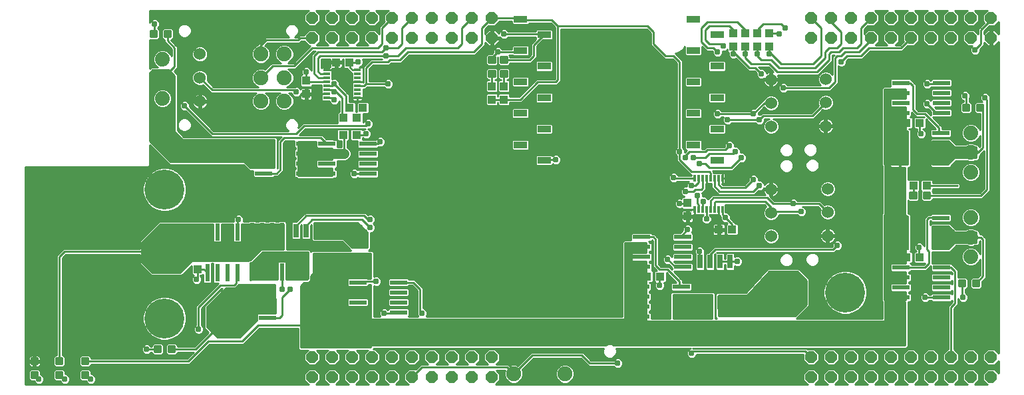
<source format=gtl>
G75*
%MOIN*%
%OFA0B0*%
%FSLAX24Y24*%
%IPPOS*%
%LPD*%
%AMOC8*
5,1,8,0,0,1.08239X$1,22.5*
%
%ADD10OC8,0.0600*%
%ADD11C,0.0118*%
%ADD12R,0.0394X0.0433*%
%ADD13C,0.0740*%
%ADD14R,0.0433X0.0394*%
%ADD15C,0.0650*%
%ADD16R,0.0650X0.0650*%
%ADD17R,0.0866X0.0236*%
%ADD18C,0.2000*%
%ADD19R,0.0669X0.0335*%
%ADD20R,0.0236X0.0866*%
%ADD21C,0.0600*%
%ADD22R,0.0280X0.0700*%
%ADD23C,0.0750*%
%ADD24R,0.0120X0.0350*%
%ADD25R,0.0350X0.0120*%
%ADD26C,0.0120*%
%ADD27C,0.0100*%
%ADD28C,0.0310*%
%ADD29C,0.0160*%
%ADD30C,0.0500*%
%ADD31C,0.0500*%
%ADD32C,0.0396*%
D10*
X020673Y007393D03*
X021673Y007393D03*
X022673Y007393D03*
X023673Y007393D03*
X024673Y007393D03*
X025673Y007393D03*
X026673Y007393D03*
X027673Y007393D03*
X028673Y007393D03*
X029673Y007393D03*
X029673Y008393D03*
X028673Y008393D03*
X027673Y008393D03*
X026673Y008393D03*
X025673Y008393D03*
X024673Y008393D03*
X023673Y008393D03*
X022673Y008393D03*
X021673Y008393D03*
X020673Y008393D03*
X045673Y008393D03*
X046673Y008393D03*
X047673Y008393D03*
X048673Y008393D03*
X049673Y008393D03*
X050673Y008393D03*
X051673Y008393D03*
X052673Y008393D03*
X053673Y008393D03*
X054673Y008393D03*
X054673Y007393D03*
X053673Y007393D03*
X052673Y007393D03*
X051673Y007393D03*
X050673Y007393D03*
X049673Y007393D03*
X048673Y007393D03*
X047673Y007393D03*
X046673Y007393D03*
X045673Y007393D03*
X045673Y024393D03*
X046673Y024393D03*
X047673Y024393D03*
X048673Y024393D03*
X049673Y024393D03*
X050673Y024393D03*
X051673Y024393D03*
X052673Y024393D03*
X053673Y024393D03*
X054673Y024393D03*
X054673Y025393D03*
X053673Y025393D03*
X052673Y025393D03*
X051673Y025393D03*
X050673Y025393D03*
X049673Y025393D03*
X048673Y025393D03*
X047673Y025393D03*
X046673Y025393D03*
X045673Y025393D03*
X029673Y025393D03*
X028673Y025393D03*
X027673Y025393D03*
X026673Y025393D03*
X025673Y025393D03*
X024673Y025393D03*
X023673Y025393D03*
X022673Y025393D03*
X021673Y025393D03*
X020673Y025393D03*
X020673Y024393D03*
X021673Y024393D03*
X022673Y024393D03*
X023673Y024393D03*
X024673Y024393D03*
X025673Y024393D03*
X026673Y024393D03*
X027673Y024393D03*
X028673Y024393D03*
X029673Y024393D03*
D11*
X029811Y023151D02*
X029535Y023151D01*
X029535Y023427D01*
X029811Y023427D01*
X029811Y023151D01*
X029811Y023268D02*
X029535Y023268D01*
X029535Y023385D02*
X029811Y023385D01*
X030135Y023151D02*
X030411Y023151D01*
X030135Y023151D02*
X030135Y023427D01*
X030411Y023427D01*
X030411Y023151D01*
X030411Y023268D02*
X030135Y023268D01*
X030135Y023385D02*
X030411Y023385D01*
X030411Y022460D02*
X030135Y022460D01*
X030135Y022736D01*
X030411Y022736D01*
X030411Y022460D01*
X030411Y022577D02*
X030135Y022577D01*
X030135Y022694D02*
X030411Y022694D01*
X029811Y022460D02*
X029535Y022460D01*
X029535Y022736D01*
X029811Y022736D01*
X029811Y022460D01*
X029811Y022577D02*
X029535Y022577D01*
X029535Y022694D02*
X029811Y022694D01*
X013556Y024455D02*
X013556Y024731D01*
X013556Y024455D02*
X013280Y024455D01*
X013280Y024731D01*
X013556Y024731D01*
X013556Y024572D02*
X013280Y024572D01*
X013280Y024689D02*
X013556Y024689D01*
X012866Y024731D02*
X012866Y024455D01*
X012590Y024455D01*
X012590Y024731D01*
X012866Y024731D01*
X012866Y024572D02*
X012590Y024572D01*
X012590Y024689D02*
X012866Y024689D01*
X013066Y008931D02*
X013066Y008655D01*
X012790Y008655D01*
X012790Y008931D01*
X013066Y008931D01*
X013066Y008772D02*
X012790Y008772D01*
X012790Y008889D02*
X013066Y008889D01*
X013756Y008931D02*
X013756Y008655D01*
X013480Y008655D01*
X013480Y008931D01*
X013756Y008931D01*
X013756Y008772D02*
X013480Y008772D01*
X013480Y008889D02*
X013756Y008889D01*
X009436Y008327D02*
X009160Y008327D01*
X009436Y008327D02*
X009436Y008051D01*
X009160Y008051D01*
X009160Y008327D01*
X009160Y008168D02*
X009436Y008168D01*
X009436Y008285D02*
X009160Y008285D01*
X008136Y008327D02*
X007860Y008327D01*
X008136Y008327D02*
X008136Y008051D01*
X007860Y008051D01*
X007860Y008327D01*
X007860Y008168D02*
X008136Y008168D01*
X008136Y008285D02*
X007860Y008285D01*
X006886Y008327D02*
X006610Y008327D01*
X006886Y008327D02*
X006886Y008051D01*
X006610Y008051D01*
X006610Y008327D01*
X006610Y008168D02*
X006886Y008168D01*
X006886Y008285D02*
X006610Y008285D01*
X006610Y007636D02*
X006886Y007636D01*
X006886Y007360D01*
X006610Y007360D01*
X006610Y007636D01*
X006610Y007477D02*
X006886Y007477D01*
X006886Y007594D02*
X006610Y007594D01*
X007860Y007636D02*
X008136Y007636D01*
X008136Y007360D01*
X007860Y007360D01*
X007860Y007636D01*
X007860Y007477D02*
X008136Y007477D01*
X008136Y007594D02*
X007860Y007594D01*
X009160Y007636D02*
X009436Y007636D01*
X009436Y007360D01*
X009160Y007360D01*
X009160Y007636D01*
X009160Y007477D02*
X009436Y007477D01*
X009436Y007594D02*
X009160Y007594D01*
X050916Y016355D02*
X050916Y016631D01*
X050916Y016355D02*
X050640Y016355D01*
X050640Y016631D01*
X050916Y016631D01*
X050916Y016472D02*
X050640Y016472D01*
X050640Y016589D02*
X050916Y016589D01*
X051606Y016631D02*
X051606Y016355D01*
X051330Y016355D01*
X051330Y016631D01*
X051606Y016631D01*
X051606Y016472D02*
X051330Y016472D01*
X051330Y016589D02*
X051606Y016589D01*
X053566Y020755D02*
X053566Y021031D01*
X053566Y020755D02*
X053290Y020755D01*
X053290Y021031D01*
X053566Y021031D01*
X053566Y020872D02*
X053290Y020872D01*
X053290Y020989D02*
X053566Y020989D01*
X054256Y021031D02*
X054256Y020755D01*
X053980Y020755D01*
X053980Y021031D01*
X054256Y021031D01*
X054256Y020872D02*
X053980Y020872D01*
X053980Y020989D02*
X054256Y020989D01*
X054056Y012231D02*
X054056Y011955D01*
X053780Y011955D01*
X053780Y012231D01*
X054056Y012231D01*
X054056Y012072D02*
X053780Y012072D01*
X053780Y012189D02*
X054056Y012189D01*
X053366Y012231D02*
X053366Y011955D01*
X053090Y011955D01*
X053090Y012231D01*
X053366Y012231D01*
X053366Y012072D02*
X053090Y012072D01*
X053090Y012189D02*
X053366Y012189D01*
D12*
X039473Y015459D03*
X039473Y016128D03*
X030273Y021309D03*
X029673Y021309D03*
X029673Y021978D03*
X030273Y021978D03*
X020373Y022253D03*
X020373Y021584D03*
X014923Y013478D03*
X014923Y012809D03*
X041773Y023959D03*
X042373Y023959D03*
X042973Y023959D03*
X043573Y023959D03*
X043573Y024628D03*
X042973Y024628D03*
X042373Y024628D03*
X041773Y024628D03*
D13*
X053673Y019643D03*
X053673Y018659D03*
X053673Y017675D03*
X053673Y015393D03*
X053673Y014409D03*
X053673Y013425D03*
X013173Y021375D03*
X013173Y022359D03*
X013173Y023343D03*
D14*
X021863Y023168D03*
X022532Y023168D03*
X022538Y020893D03*
X022238Y020393D03*
X022907Y020393D03*
X023207Y020893D03*
X022882Y019543D03*
X022213Y019543D03*
X037438Y012443D03*
X038107Y012443D03*
X041038Y014793D03*
X041707Y014793D03*
X050438Y013393D03*
X051107Y013393D03*
X050788Y016993D03*
X051457Y016993D03*
X051107Y020143D03*
X050438Y020143D03*
D15*
X023048Y014218D03*
D16*
X023048Y013218D03*
D17*
X022949Y012143D03*
X022949Y011643D03*
X022949Y011143D03*
X022949Y010643D03*
X024996Y010643D03*
X024996Y011143D03*
X024996Y011643D03*
X024996Y012143D03*
X020484Y011859D03*
X020484Y011359D03*
X020484Y010859D03*
X020484Y010359D03*
X018437Y010359D03*
X018437Y010859D03*
X018437Y011359D03*
X018437Y011859D03*
X018237Y017609D03*
X018237Y018109D03*
X018237Y018609D03*
X018237Y019109D03*
X020284Y019109D03*
X020284Y018609D03*
X020284Y018109D03*
X020284Y017609D03*
X021399Y017593D03*
X021399Y018093D03*
X021399Y018593D03*
X021399Y019093D03*
X023446Y019093D03*
X023446Y018593D03*
X023446Y018093D03*
X023446Y017593D03*
X037174Y014418D03*
X037174Y013918D03*
X037174Y013418D03*
X037174Y012918D03*
X039221Y012918D03*
X039221Y013418D03*
X039221Y013918D03*
X039221Y014418D03*
X039159Y011928D03*
X039159Y011428D03*
X039159Y010928D03*
X039159Y010428D03*
X037112Y010428D03*
X037112Y010928D03*
X037112Y011428D03*
X037112Y011928D03*
X050149Y011893D03*
X050149Y011393D03*
X050149Y012393D03*
X050149Y012893D03*
X050112Y013878D03*
X050112Y014378D03*
X050112Y014878D03*
X050112Y015378D03*
X052159Y015378D03*
X052159Y014878D03*
X052159Y014378D03*
X052159Y013878D03*
X052196Y012893D03*
X052196Y012393D03*
X052196Y011893D03*
X052196Y011393D03*
X052159Y018128D03*
X052159Y018628D03*
X052159Y019128D03*
X052159Y019628D03*
X052196Y020643D03*
X052196Y021143D03*
X052196Y021643D03*
X052196Y022143D03*
X050149Y022143D03*
X050149Y021643D03*
X050149Y021143D03*
X050149Y020643D03*
X050112Y019628D03*
X050112Y019128D03*
X050112Y018628D03*
X050112Y018128D03*
D18*
X047373Y011643D03*
X044273Y011643D03*
X016373Y010343D03*
X013273Y010343D03*
X013273Y013693D03*
X013273Y016793D03*
X016373Y016793D03*
D19*
X031102Y019043D03*
X032283Y018256D03*
X032283Y019831D03*
X031102Y020618D03*
X032283Y021405D03*
X031102Y022193D03*
X032283Y022980D03*
X031102Y023768D03*
X032283Y024555D03*
X031102Y025342D03*
X039763Y025342D03*
X040944Y024555D03*
X039763Y023768D03*
X040944Y022980D03*
X039763Y022193D03*
X040944Y021405D03*
X039763Y020618D03*
X040944Y019831D03*
X039763Y019043D03*
X040944Y018256D03*
D20*
X019157Y014704D03*
X018657Y014704D03*
X018157Y014704D03*
X017657Y014704D03*
X016923Y014667D03*
X016423Y014667D03*
X015923Y014667D03*
X015423Y014667D03*
X015423Y012620D03*
X015923Y012620D03*
X016423Y012620D03*
X016923Y012620D03*
X017657Y012657D03*
X018157Y012657D03*
X018657Y012657D03*
X019157Y012657D03*
D21*
X015043Y021223D03*
X015043Y022403D03*
X015043Y023583D03*
X043653Y022313D03*
X043653Y021133D03*
X043653Y019953D03*
X046393Y019973D03*
X046393Y021153D03*
X046393Y022333D03*
X046493Y016833D03*
X046493Y015653D03*
X046493Y014473D03*
X043653Y014453D03*
X043653Y015633D03*
X043653Y016813D03*
D22*
X041603Y013183D03*
X041103Y013183D03*
X040603Y013183D03*
X040103Y013183D03*
X040103Y011123D03*
X040603Y011123D03*
X041103Y011123D03*
X041603Y011123D03*
X021353Y012673D03*
X020853Y012673D03*
X020353Y012673D03*
X019853Y012673D03*
X019853Y014733D03*
X020353Y014733D03*
X020853Y014733D03*
X021353Y014733D03*
D23*
X019273Y021223D03*
X018093Y021223D03*
X018093Y022403D03*
X019273Y022403D03*
X019273Y023583D03*
X018093Y023583D03*
X030763Y007553D03*
X033323Y007553D03*
D24*
X039833Y015806D03*
X040030Y015806D03*
X040227Y015806D03*
X040424Y015806D03*
X040621Y015806D03*
X040818Y015806D03*
X041015Y015806D03*
X041212Y015806D03*
X041212Y017361D03*
X041015Y017361D03*
X040818Y017361D03*
X040621Y017361D03*
X040424Y017361D03*
X040227Y017361D03*
X040030Y017361D03*
X039833Y017361D03*
D25*
X022940Y021404D03*
X022940Y021601D03*
X022940Y021798D03*
X022940Y021995D03*
X022940Y022192D03*
X022940Y022389D03*
X022940Y022586D03*
X022940Y022783D03*
X021385Y022783D03*
X021385Y022586D03*
X021385Y022389D03*
X021385Y022192D03*
X021385Y021995D03*
X021385Y021798D03*
X021385Y021601D03*
X021385Y021404D03*
D26*
X020798Y015093D02*
X022973Y015093D01*
X023423Y014643D01*
X023423Y013893D01*
X022673Y013893D01*
X022223Y014343D01*
X020798Y014343D01*
X020798Y015093D01*
X020798Y015070D02*
X022996Y015070D01*
X023115Y014951D02*
X020798Y014951D01*
X020798Y014833D02*
X023233Y014833D01*
X023352Y014714D02*
X020798Y014714D01*
X020798Y014596D02*
X023423Y014596D01*
X023423Y014477D02*
X020798Y014477D01*
X020798Y014359D02*
X023423Y014359D01*
X023423Y014240D02*
X022326Y014240D01*
X022444Y014122D02*
X023423Y014122D01*
X023423Y014003D02*
X022563Y014003D01*
X020448Y013643D02*
X020448Y012318D01*
X020423Y012293D01*
X019385Y012293D01*
X019385Y013136D01*
X019321Y013200D01*
X018993Y013200D01*
X018929Y013136D01*
X018929Y012293D01*
X017623Y012293D01*
X017598Y012268D01*
X017598Y013093D01*
X017648Y013093D01*
X018198Y013643D01*
X020448Y013643D01*
X020448Y013529D02*
X018084Y013529D01*
X017965Y013411D02*
X020448Y013411D01*
X020448Y013292D02*
X017847Y013292D01*
X017728Y013174D02*
X018967Y013174D01*
X018929Y013055D02*
X017598Y013055D01*
X017598Y012937D02*
X018929Y012937D01*
X018929Y012818D02*
X017598Y012818D01*
X017598Y012700D02*
X018929Y012700D01*
X018929Y012581D02*
X017598Y012581D01*
X017598Y012463D02*
X018929Y012463D01*
X018929Y012344D02*
X017598Y012344D01*
X016999Y011993D02*
X018798Y011993D01*
X018823Y010668D01*
X018823Y010593D01*
X018248Y010593D01*
X018242Y010587D01*
X017958Y010587D01*
X017894Y010523D01*
X017894Y010239D01*
X017048Y009393D01*
X015923Y009393D01*
X015423Y009893D01*
X015423Y010893D01*
X016363Y011833D01*
X016839Y011833D01*
X016939Y011933D01*
X016999Y011993D01*
X016995Y011989D02*
X018798Y011989D01*
X018800Y011870D02*
X016876Y011870D01*
X016281Y011752D02*
X018802Y011752D01*
X018805Y011633D02*
X016163Y011633D01*
X016044Y011515D02*
X018807Y011515D01*
X018809Y011396D02*
X015926Y011396D01*
X015807Y011278D02*
X018811Y011278D01*
X018814Y011159D02*
X015689Y011159D01*
X015570Y011041D02*
X018816Y011041D01*
X018818Y010922D02*
X015452Y010922D01*
X015423Y010804D02*
X018820Y010804D01*
X018823Y010685D02*
X015423Y010685D01*
X015423Y010567D02*
X017938Y010567D01*
X017894Y010448D02*
X015423Y010448D01*
X015423Y010330D02*
X017894Y010330D01*
X017866Y010211D02*
X015423Y010211D01*
X015423Y010093D02*
X017747Y010093D01*
X017629Y009974D02*
X015423Y009974D01*
X015460Y009856D02*
X017510Y009856D01*
X017392Y009737D02*
X015579Y009737D01*
X015697Y009619D02*
X017273Y009619D01*
X017155Y009500D02*
X015816Y009500D01*
X019385Y012344D02*
X020448Y012344D01*
X020448Y012463D02*
X019385Y012463D01*
X019385Y012581D02*
X020448Y012581D01*
X020448Y012700D02*
X019385Y012700D01*
X019385Y012818D02*
X020448Y012818D01*
X020448Y012937D02*
X019385Y012937D01*
X019385Y013055D02*
X020448Y013055D01*
X020448Y013174D02*
X019347Y013174D01*
X019240Y013813D02*
X018127Y013813D01*
X017577Y013263D01*
X017527Y013263D01*
X017507Y013243D01*
X014673Y013243D01*
X014073Y012643D01*
X012673Y012643D01*
X012173Y013143D01*
X012173Y014143D01*
X013073Y015043D01*
X015695Y015043D01*
X015695Y014188D01*
X015759Y014124D01*
X016087Y014124D01*
X016151Y014188D01*
X016151Y015043D01*
X016695Y015043D01*
X016695Y014188D01*
X016759Y014124D01*
X017087Y014124D01*
X017151Y014188D01*
X017151Y015043D01*
X019223Y015043D01*
X019240Y013813D01*
X019239Y013885D02*
X012173Y013885D01*
X012173Y014003D02*
X019237Y014003D01*
X019236Y014122D02*
X012173Y014122D01*
X012270Y014240D02*
X015695Y014240D01*
X015695Y014359D02*
X012388Y014359D01*
X012507Y014477D02*
X015695Y014477D01*
X015695Y014596D02*
X012625Y014596D01*
X012744Y014714D02*
X015695Y014714D01*
X015695Y014833D02*
X012862Y014833D01*
X012981Y014951D02*
X015695Y014951D01*
X016151Y014951D02*
X016695Y014951D01*
X016695Y014833D02*
X016151Y014833D01*
X016151Y014714D02*
X016695Y014714D01*
X016695Y014596D02*
X016151Y014596D01*
X016151Y014477D02*
X016695Y014477D01*
X016695Y014359D02*
X016151Y014359D01*
X016151Y014240D02*
X016695Y014240D01*
X017151Y014240D02*
X019234Y014240D01*
X019232Y014359D02*
X017151Y014359D01*
X017151Y014477D02*
X019231Y014477D01*
X019229Y014596D02*
X017151Y014596D01*
X017151Y014714D02*
X019227Y014714D01*
X019226Y014833D02*
X017151Y014833D01*
X017151Y014951D02*
X019224Y014951D01*
X018080Y013766D02*
X012173Y013766D01*
X012173Y013648D02*
X017962Y013648D01*
X017843Y013529D02*
X012173Y013529D01*
X012173Y013411D02*
X017725Y013411D01*
X017606Y013292D02*
X012173Y013292D01*
X012173Y013174D02*
X014603Y013174D01*
X014485Y013055D02*
X012261Y013055D01*
X012379Y012937D02*
X014366Y012937D01*
X014248Y012818D02*
X012498Y012818D01*
X012616Y012700D02*
X014129Y012700D01*
X049723Y013818D02*
X050498Y013818D01*
X050498Y015443D01*
X049723Y015443D01*
X049723Y013818D01*
X049723Y013885D02*
X050498Y013885D01*
X050498Y014003D02*
X049723Y014003D01*
X049723Y014122D02*
X050498Y014122D01*
X050498Y014240D02*
X049723Y014240D01*
X049723Y014359D02*
X050498Y014359D01*
X050498Y014477D02*
X049723Y014477D01*
X049723Y014596D02*
X050498Y014596D01*
X050498Y014714D02*
X049723Y014714D01*
X049723Y014833D02*
X050498Y014833D01*
X050498Y014951D02*
X049723Y014951D01*
X049723Y015070D02*
X050498Y015070D01*
X050498Y015188D02*
X049723Y015188D01*
X049723Y015307D02*
X050498Y015307D01*
X050498Y015425D02*
X049723Y015425D01*
X051773Y014943D02*
X052548Y014943D01*
X052848Y014643D01*
X053923Y014643D01*
X053923Y014143D01*
X052873Y014143D01*
X052548Y013818D01*
X051773Y013818D01*
X051773Y014943D01*
X052548Y014943D01*
X052548Y013818D01*
X051773Y013818D01*
X051773Y014943D01*
X051773Y014833D02*
X052658Y014833D01*
X052548Y014833D02*
X051773Y014833D01*
X051773Y014714D02*
X052777Y014714D01*
X052548Y014714D02*
X051773Y014714D01*
X051773Y014596D02*
X053923Y014596D01*
X053923Y014477D02*
X051773Y014477D01*
X052548Y014477D01*
X052548Y014359D02*
X051773Y014359D01*
X053923Y014359D01*
X053923Y014240D02*
X051773Y014240D01*
X052548Y014240D01*
X052548Y014122D02*
X051773Y014122D01*
X052851Y014122D01*
X052733Y014003D02*
X051773Y014003D01*
X052548Y014003D01*
X052548Y013885D02*
X051773Y013885D01*
X052614Y013885D01*
X052548Y014596D02*
X051773Y014596D01*
X051773Y018068D02*
X051773Y019193D01*
X052548Y019193D01*
X052848Y018893D01*
X053923Y018893D01*
X053923Y018393D01*
X052848Y018393D01*
X052523Y018068D01*
X051773Y018068D01*
X052523Y018068D01*
X052523Y019193D01*
X051773Y019193D01*
X051773Y018068D01*
X051773Y018151D02*
X052605Y018151D01*
X052523Y018151D02*
X051773Y018151D01*
X051773Y018269D02*
X052724Y018269D01*
X052842Y018388D02*
X051773Y018388D01*
X052523Y018388D01*
X052523Y018506D02*
X051773Y018506D01*
X053923Y018506D01*
X053923Y018625D02*
X051773Y018625D01*
X052523Y018625D01*
X052523Y018743D02*
X051773Y018743D01*
X053923Y018743D01*
X053923Y018862D02*
X051773Y018862D01*
X052523Y018862D01*
X052523Y018980D02*
X051773Y018980D01*
X052761Y018980D01*
X052642Y019099D02*
X051773Y019099D01*
X052523Y019099D01*
X052523Y018269D02*
X051773Y018269D01*
X050498Y018269D02*
X049748Y018269D01*
X049748Y018151D02*
X050498Y018151D01*
X050498Y018068D02*
X049748Y018068D01*
X049748Y019693D01*
X050498Y019693D01*
X050498Y018068D01*
X050498Y018388D02*
X049748Y018388D01*
X049748Y018506D02*
X050498Y018506D01*
X050498Y018625D02*
X049748Y018625D01*
X049748Y018743D02*
X050498Y018743D01*
X050498Y018862D02*
X049748Y018862D01*
X049748Y018980D02*
X050498Y018980D01*
X050498Y019099D02*
X049748Y019099D01*
X049748Y019217D02*
X050498Y019217D01*
X050498Y019336D02*
X049748Y019336D01*
X049748Y019454D02*
X050498Y019454D01*
X050498Y019573D02*
X049748Y019573D01*
X049748Y019691D02*
X050498Y019691D01*
D27*
X006298Y017943D02*
X006298Y007018D01*
X020482Y007018D01*
X020273Y007228D01*
X020273Y007559D01*
X020507Y007793D01*
X020839Y007793D01*
X021073Y007559D01*
X021073Y007228D01*
X020864Y007018D01*
X021482Y007018D01*
X021273Y007228D01*
X021273Y007559D01*
X021507Y007793D01*
X021839Y007793D01*
X022073Y007559D01*
X022073Y007228D01*
X021864Y007018D01*
X022482Y007018D01*
X022273Y007228D01*
X022273Y007559D01*
X022507Y007793D01*
X022839Y007793D01*
X023073Y007559D01*
X023073Y007228D01*
X022864Y007018D01*
X023482Y007018D01*
X023273Y007228D01*
X023273Y007559D01*
X023507Y007793D01*
X023839Y007793D01*
X024073Y007559D01*
X024073Y007228D01*
X023864Y007018D01*
X024482Y007018D01*
X024273Y007228D01*
X024273Y007559D01*
X024507Y007793D01*
X024839Y007793D01*
X025073Y007559D01*
X025073Y007228D01*
X024864Y007018D01*
X025482Y007018D01*
X025273Y007228D01*
X025273Y007559D01*
X025507Y007793D01*
X025839Y007793D01*
X025850Y007782D01*
X026023Y007955D01*
X026111Y008043D01*
X026457Y008043D01*
X026273Y008228D01*
X026273Y008559D01*
X026507Y008793D01*
X026839Y008793D01*
X027073Y008559D01*
X027073Y008228D01*
X026889Y008043D01*
X027457Y008043D01*
X027273Y008228D01*
X027273Y008559D01*
X027507Y008793D01*
X027839Y008793D01*
X028073Y008559D01*
X028073Y008228D01*
X027889Y008043D01*
X028457Y008043D01*
X028273Y008228D01*
X028273Y008559D01*
X028507Y008793D01*
X028839Y008793D01*
X029073Y008559D01*
X029073Y008228D01*
X028889Y008043D01*
X029457Y008043D01*
X029273Y008228D01*
X029273Y008559D01*
X029507Y008793D01*
X029839Y008793D01*
X030073Y008559D01*
X030073Y008228D01*
X029889Y008043D01*
X030485Y008043D01*
X030549Y007979D01*
X030668Y008028D01*
X030857Y008028D01*
X030976Y007979D01*
X031641Y008643D01*
X034235Y008643D01*
X034323Y008555D01*
X034635Y008243D01*
X035762Y008243D01*
X035828Y008309D01*
X035922Y008348D01*
X036024Y008348D01*
X036117Y008309D01*
X036189Y008238D01*
X036228Y008144D01*
X036228Y008043D01*
X036189Y007949D01*
X036117Y007877D01*
X036024Y007838D01*
X035922Y007838D01*
X035828Y007877D01*
X035762Y007943D01*
X034511Y007943D01*
X034111Y008343D01*
X031765Y008343D01*
X031189Y007767D01*
X031238Y007648D01*
X031238Y007459D01*
X031166Y007284D01*
X031032Y007151D01*
X030857Y007078D01*
X030668Y007078D01*
X030494Y007151D01*
X030360Y007284D01*
X030288Y007459D01*
X030288Y007648D01*
X030327Y007743D01*
X029889Y007743D01*
X030073Y007559D01*
X030073Y007228D01*
X029864Y007018D01*
X045482Y007018D01*
X045273Y007228D01*
X045273Y007559D01*
X045507Y007793D01*
X045839Y007793D01*
X046073Y007559D01*
X046073Y007228D01*
X045864Y007018D01*
X046482Y007018D01*
X046273Y007228D01*
X046273Y007559D01*
X046507Y007793D01*
X046839Y007793D01*
X047073Y007559D01*
X047073Y007228D01*
X046864Y007018D01*
X047482Y007018D01*
X047273Y007228D01*
X047273Y007559D01*
X047507Y007793D01*
X047839Y007793D01*
X048073Y007559D01*
X048073Y007228D01*
X047864Y007018D01*
X048482Y007018D01*
X048273Y007228D01*
X048273Y007559D01*
X048507Y007793D01*
X048839Y007793D01*
X049073Y007559D01*
X049073Y007228D01*
X048864Y007018D01*
X049482Y007018D01*
X049273Y007228D01*
X049273Y007559D01*
X049507Y007793D01*
X049839Y007793D01*
X050073Y007559D01*
X050073Y007228D01*
X049864Y007018D01*
X050482Y007018D01*
X050273Y007228D01*
X050273Y007559D01*
X050507Y007793D01*
X050839Y007793D01*
X051073Y007559D01*
X051073Y007228D01*
X050864Y007018D01*
X051482Y007018D01*
X051273Y007228D01*
X051273Y007559D01*
X051507Y007793D01*
X051839Y007793D01*
X052073Y007559D01*
X052073Y007228D01*
X051864Y007018D01*
X052482Y007018D01*
X052273Y007228D01*
X052273Y007559D01*
X052507Y007793D01*
X052839Y007793D01*
X053073Y007559D01*
X053073Y007228D01*
X052864Y007018D01*
X053482Y007018D01*
X053273Y007228D01*
X053273Y007559D01*
X053507Y007793D01*
X053839Y007793D01*
X054073Y007559D01*
X054073Y007228D01*
X053864Y007018D01*
X054482Y007018D01*
X054273Y007228D01*
X054273Y007559D01*
X054507Y007793D01*
X054839Y007793D01*
X055048Y007584D01*
X055048Y008203D01*
X054839Y007993D01*
X054507Y007993D01*
X054273Y008228D01*
X054273Y008559D01*
X054507Y008793D01*
X054839Y008793D01*
X055048Y008584D01*
X055048Y024203D01*
X054839Y023993D01*
X054723Y023993D01*
X054723Y024343D01*
X054623Y024343D01*
X054623Y023993D01*
X054507Y023993D01*
X054323Y024178D01*
X054323Y024031D01*
X054128Y023836D01*
X054128Y023743D01*
X054089Y023649D01*
X054017Y023577D01*
X053924Y023538D01*
X053822Y023538D01*
X053728Y023577D01*
X053657Y023649D01*
X053618Y023743D01*
X053618Y023844D01*
X053657Y023938D01*
X053712Y023993D01*
X053507Y023993D01*
X053273Y024228D01*
X053273Y024559D01*
X053507Y024793D01*
X053839Y024793D01*
X054023Y024609D01*
X054023Y024855D01*
X054111Y024943D01*
X054334Y025167D01*
X054273Y025228D01*
X054273Y025559D01*
X054482Y025768D01*
X053864Y025768D01*
X054073Y025559D01*
X054073Y025228D01*
X053839Y024993D01*
X053507Y024993D01*
X053273Y025228D01*
X053273Y025559D01*
X053482Y025768D01*
X052864Y025768D01*
X053073Y025559D01*
X053073Y025228D01*
X052839Y024993D01*
X052507Y024993D01*
X052273Y025228D01*
X052273Y025559D01*
X052482Y025768D01*
X051864Y025768D01*
X052073Y025559D01*
X052073Y025228D01*
X051839Y024993D01*
X051507Y024993D01*
X051273Y025228D01*
X051273Y025559D01*
X051482Y025768D01*
X050864Y025768D01*
X051073Y025559D01*
X051073Y025228D01*
X050839Y024993D01*
X050507Y024993D01*
X050273Y025228D01*
X050273Y025559D01*
X050482Y025768D01*
X049864Y025768D01*
X050073Y025559D01*
X050073Y025228D01*
X049839Y024993D01*
X049507Y024993D01*
X049273Y025228D01*
X049273Y025559D01*
X049482Y025768D01*
X048864Y025768D01*
X049073Y025559D01*
X049073Y025228D01*
X048839Y024993D01*
X048507Y024993D01*
X048496Y025004D01*
X048323Y024831D01*
X048323Y024609D01*
X048507Y024793D01*
X048839Y024793D01*
X049073Y024559D01*
X049073Y024228D01*
X048889Y024043D01*
X049457Y024043D01*
X049273Y024228D01*
X049273Y024559D01*
X049507Y024793D01*
X049839Y024793D01*
X050073Y024559D01*
X050073Y024228D01*
X049889Y024043D01*
X050111Y024043D01*
X050284Y024217D01*
X050273Y024228D01*
X050273Y024559D01*
X050507Y024793D01*
X050839Y024793D01*
X051073Y024559D01*
X051073Y024228D01*
X050839Y023993D01*
X050507Y023993D01*
X050496Y024004D01*
X050235Y023743D01*
X048635Y023743D01*
X048235Y023343D01*
X047535Y023343D01*
X047428Y023236D01*
X047428Y023143D01*
X047389Y023049D01*
X047317Y022977D01*
X047224Y022938D01*
X047122Y022938D01*
X047028Y022977D01*
X047023Y022983D01*
X047023Y022131D01*
X046935Y022043D01*
X046635Y021743D01*
X044483Y021743D01*
X044417Y021677D01*
X044324Y021638D01*
X044222Y021638D01*
X044128Y021677D01*
X044057Y021749D01*
X044018Y021843D01*
X044018Y021944D01*
X044057Y022038D01*
X044128Y022109D01*
X044222Y022148D01*
X044324Y022148D01*
X044417Y022109D01*
X044483Y022043D01*
X046117Y022043D01*
X046054Y022107D01*
X045993Y022254D01*
X045993Y022413D01*
X046054Y022560D01*
X046166Y022672D01*
X046313Y022733D01*
X046472Y022733D01*
X046619Y022672D01*
X046723Y022569D01*
X046723Y023455D01*
X046811Y023543D01*
X046735Y023543D01*
X046723Y023531D01*
X046723Y023231D01*
X046635Y023143D01*
X046035Y022543D01*
X043980Y022543D01*
X044007Y022503D01*
X044037Y022430D01*
X044051Y022363D01*
X043703Y022363D01*
X043703Y022263D01*
X043703Y021915D01*
X043770Y021929D01*
X043842Y021959D01*
X043908Y022003D01*
X043964Y022058D01*
X044007Y022124D01*
X044037Y022197D01*
X044051Y022263D01*
X043703Y022263D01*
X043603Y022263D01*
X043603Y021915D01*
X043536Y021929D01*
X043463Y021959D01*
X043398Y022003D01*
X043342Y022058D01*
X043298Y022124D01*
X043268Y022197D01*
X043255Y022263D01*
X043603Y022263D01*
X043603Y022363D01*
X043284Y022363D01*
X043224Y022338D01*
X043122Y022338D01*
X043028Y022377D01*
X042957Y022449D01*
X042918Y022543D01*
X042918Y022636D01*
X042811Y022743D01*
X042511Y022743D01*
X042423Y022831D01*
X041889Y023365D01*
X041824Y023338D01*
X041722Y023338D01*
X041628Y023377D01*
X041557Y023449D01*
X041518Y023543D01*
X041518Y023644D01*
X041522Y023655D01*
X041476Y023701D01*
X041476Y023836D01*
X041417Y023777D01*
X041324Y023738D01*
X041228Y023738D01*
X041228Y023643D01*
X041189Y023549D01*
X041117Y023477D01*
X041024Y023438D01*
X040922Y023438D01*
X040828Y023477D01*
X040757Y023549D01*
X040718Y023643D01*
X040718Y023736D01*
X040711Y023743D01*
X040411Y023743D01*
X040323Y023831D01*
X040198Y023956D01*
X040198Y023559D01*
X040139Y023500D01*
X039387Y023500D01*
X039328Y023559D01*
X039328Y023956D01*
X039211Y023795D01*
X039211Y023795D01*
X038922Y023628D01*
X038922Y023628D01*
X038857Y023621D01*
X038923Y023555D01*
X039223Y023255D01*
X039223Y018904D01*
X039289Y018838D01*
X039328Y018744D01*
X039328Y018660D01*
X039423Y018755D01*
X039443Y018776D01*
X039387Y018776D01*
X039328Y018834D01*
X039328Y019252D01*
X039387Y019310D01*
X040139Y019310D01*
X040198Y019252D01*
X040198Y018843D01*
X040311Y018843D01*
X040323Y018855D01*
X040411Y018943D01*
X041311Y018943D01*
X041318Y018950D01*
X041318Y019044D01*
X041357Y019138D01*
X041428Y019209D01*
X041522Y019248D01*
X041624Y019248D01*
X041717Y019209D01*
X041789Y019138D01*
X041828Y019044D01*
X041828Y018948D01*
X041924Y018948D01*
X042017Y018909D01*
X042089Y018838D01*
X042128Y018744D01*
X042128Y018648D01*
X042224Y018648D01*
X042317Y018609D01*
X042389Y018538D01*
X042428Y018444D01*
X042428Y018343D01*
X042389Y018249D01*
X042317Y018177D01*
X042224Y018138D01*
X042130Y018138D01*
X041823Y017831D01*
X041735Y017743D01*
X040735Y017743D01*
X040771Y017707D01*
X040771Y017636D01*
X041116Y017636D01*
X041121Y017631D01*
X041132Y017636D01*
X041212Y017636D01*
X041212Y017361D01*
X041212Y017361D01*
X041372Y017361D01*
X041372Y017556D01*
X041357Y017592D01*
X041328Y017621D01*
X041292Y017636D01*
X041212Y017636D01*
X041212Y017361D01*
X041212Y017361D01*
X041372Y017361D01*
X041372Y017166D01*
X041357Y017129D01*
X041328Y017101D01*
X041292Y017086D01*
X041212Y017086D01*
X041212Y017361D01*
X041212Y017361D01*
X041212Y017086D01*
X041192Y017086D01*
X041235Y017043D01*
X042311Y017043D01*
X042518Y017250D01*
X042518Y017344D01*
X042557Y017438D01*
X042628Y017509D01*
X042722Y017548D01*
X042824Y017548D01*
X042917Y017509D01*
X042989Y017438D01*
X043028Y017344D01*
X043028Y017248D01*
X043124Y017248D01*
X043217Y017209D01*
X043289Y017138D01*
X043327Y017046D01*
X043342Y017068D01*
X043398Y017124D01*
X043463Y017168D01*
X043536Y017198D01*
X043603Y017211D01*
X043603Y016863D01*
X043295Y016863D01*
X043289Y016849D01*
X043217Y016777D01*
X043124Y016738D01*
X043030Y016738D01*
X042835Y016543D01*
X041011Y016543D01*
X040923Y016631D01*
X040923Y016631D01*
X040668Y016886D01*
X040668Y017086D01*
X040519Y017086D01*
X040515Y017090D01*
X040504Y017086D01*
X040424Y017086D01*
X040424Y017361D01*
X040424Y017042D01*
X040573Y016693D01*
X040711Y016543D02*
X040623Y016455D01*
X040494Y016326D01*
X040489Y016338D01*
X040417Y016409D01*
X040324Y016448D01*
X040228Y016448D01*
X040228Y016544D01*
X040189Y016638D01*
X040183Y016643D01*
X040235Y016643D01*
X040323Y016731D01*
X040377Y016785D01*
X040377Y017086D01*
X040424Y017086D01*
X040424Y017361D01*
X040424Y017361D01*
X040424Y017334D02*
X040424Y017334D01*
X040424Y017236D02*
X040424Y017236D01*
X040424Y017137D02*
X040424Y017137D01*
X040377Y017039D02*
X040668Y017039D01*
X040668Y016940D02*
X040377Y016940D01*
X040377Y016842D02*
X040712Y016842D01*
X040811Y016743D02*
X040335Y016743D01*
X040236Y016645D02*
X040909Y016645D01*
X041008Y016546D02*
X040227Y016546D01*
X040325Y016448D02*
X040615Y016448D01*
X040711Y016543D02*
X043357Y016543D01*
X043342Y016558D01*
X043298Y016624D01*
X043268Y016697D01*
X043255Y016763D01*
X043603Y016763D01*
X043703Y016763D01*
X043703Y016415D01*
X043770Y016429D01*
X043842Y016459D01*
X043908Y016503D01*
X043964Y016558D01*
X044007Y016624D01*
X044037Y016697D01*
X044051Y016763D01*
X043703Y016763D01*
X043703Y016863D01*
X044051Y016863D01*
X044037Y016930D01*
X044007Y017003D01*
X043964Y017068D01*
X043908Y017124D01*
X043842Y017168D01*
X043770Y017198D01*
X043703Y017211D01*
X043703Y016863D01*
X043603Y016863D01*
X043603Y016763D01*
X043603Y016475D01*
X043835Y016243D01*
X044562Y016243D01*
X044628Y016309D01*
X044722Y016348D01*
X044824Y016348D01*
X044917Y016309D01*
X044983Y016243D01*
X046115Y016243D01*
X046337Y016022D01*
X046413Y016053D01*
X046572Y016053D01*
X046719Y015992D01*
X046832Y015880D01*
X046893Y015733D01*
X046893Y015574D01*
X046832Y015427D01*
X046719Y015314D01*
X046572Y015253D01*
X046413Y015253D01*
X046266Y015314D01*
X046154Y015427D01*
X046093Y015574D01*
X046093Y015733D01*
X046125Y015809D01*
X045991Y015943D01*
X045236Y015943D01*
X045317Y015909D01*
X045389Y015838D01*
X045428Y015744D01*
X045428Y015643D01*
X045389Y015549D01*
X045317Y015477D01*
X045224Y015438D01*
X045122Y015438D01*
X045028Y015477D01*
X044962Y015543D01*
X044049Y015543D01*
X043992Y015407D01*
X043879Y015294D01*
X043732Y015233D01*
X043573Y015233D01*
X043426Y015294D01*
X043314Y015407D01*
X043253Y015554D01*
X043253Y015713D01*
X043314Y015860D01*
X043404Y015950D01*
X043311Y016043D01*
X041351Y016043D01*
X041372Y016022D01*
X041372Y015648D01*
X041424Y015648D01*
X041517Y015609D01*
X041589Y015538D01*
X041628Y015444D01*
X041628Y015350D01*
X041770Y015209D01*
X041857Y015121D01*
X041857Y015090D01*
X041965Y015090D01*
X042024Y015032D01*
X042024Y014555D01*
X041965Y014496D01*
X041450Y014496D01*
X041391Y014555D01*
X041391Y015032D01*
X041450Y015090D01*
X041464Y015090D01*
X041416Y015138D01*
X041322Y015138D01*
X041228Y015177D01*
X041157Y015249D01*
X041118Y015343D01*
X041118Y015436D01*
X041062Y015492D01*
X041062Y015531D01*
X041015Y015531D01*
X041015Y015806D01*
X041015Y015806D01*
X041015Y015531D01*
X040935Y015531D01*
X040924Y015535D01*
X040919Y015531D01*
X040573Y015531D01*
X040573Y015529D01*
X040639Y015463D01*
X041091Y015463D01*
X041118Y015364D02*
X040678Y015364D01*
X040678Y015369D02*
X040639Y015463D01*
X040678Y015369D02*
X040678Y015268D01*
X040639Y015174D01*
X040567Y015102D01*
X040474Y015063D01*
X040372Y015063D01*
X040278Y015102D01*
X040207Y015174D01*
X040168Y015268D01*
X040168Y015369D01*
X040207Y015463D01*
X039521Y015463D01*
X039521Y015507D02*
X039770Y015507D01*
X039770Y015531D01*
X039833Y015531D01*
X039913Y015531D01*
X039924Y015535D01*
X039928Y015531D01*
X040273Y015531D01*
X040273Y015529D01*
X040207Y015463D01*
X040168Y015364D02*
X039770Y015364D01*
X039770Y015410D02*
X039770Y015222D01*
X039754Y015185D01*
X039726Y015157D01*
X039690Y015142D01*
X039521Y015142D01*
X039521Y015410D01*
X039424Y015410D01*
X039176Y015410D01*
X039176Y015222D01*
X039191Y015185D01*
X039219Y015157D01*
X039256Y015142D01*
X039424Y015142D01*
X039424Y015410D01*
X039424Y015507D01*
X039176Y015507D01*
X039176Y015695D01*
X039191Y015732D01*
X039219Y015760D01*
X039256Y015775D01*
X039424Y015775D01*
X039424Y015507D01*
X039521Y015507D01*
X039521Y015775D01*
X039673Y015775D01*
X039673Y015806D01*
X039833Y015806D01*
X039833Y015806D01*
X039833Y015531D01*
X039833Y015806D01*
X039833Y015806D01*
X039673Y015806D01*
X039673Y015811D01*
X039235Y015811D01*
X039183Y015863D01*
X039124Y015838D01*
X039022Y015838D01*
X038928Y015877D01*
X038857Y015949D01*
X038818Y016043D01*
X038818Y016144D01*
X038857Y016238D01*
X038928Y016309D01*
X039022Y016348D01*
X039124Y016348D01*
X039176Y016327D01*
X039176Y016386D01*
X039235Y016444D01*
X039307Y016444D01*
X039228Y016477D01*
X039157Y016549D01*
X039118Y016643D01*
X039118Y016744D01*
X039157Y016838D01*
X039228Y016909D01*
X039322Y016948D01*
X039418Y016948D01*
X039418Y017044D01*
X039457Y017138D01*
X039528Y017209D01*
X039532Y017211D01*
X038951Y017211D01*
X038917Y017177D01*
X038824Y017138D01*
X038722Y017138D01*
X038628Y017177D01*
X038557Y017249D01*
X038518Y017343D01*
X038518Y017444D01*
X038557Y017538D01*
X038628Y017609D01*
X038722Y017648D01*
X038824Y017648D01*
X038917Y017609D01*
X038989Y017538D01*
X039000Y017511D01*
X039673Y017511D01*
X039673Y017543D01*
X039611Y017543D01*
X039011Y018143D01*
X038923Y018231D01*
X038923Y018483D01*
X038857Y018549D01*
X038818Y018643D01*
X038818Y018744D01*
X038857Y018838D01*
X038923Y018904D01*
X038923Y023131D01*
X038711Y023343D01*
X033123Y023343D01*
X033123Y023441D02*
X038213Y023441D01*
X038311Y023343D02*
X038711Y023343D01*
X038810Y023244D02*
X033123Y023244D01*
X033123Y023146D02*
X038908Y023146D01*
X038923Y023047D02*
X033123Y023047D01*
X033123Y022949D02*
X038923Y022949D01*
X038923Y022850D02*
X033123Y022850D01*
X033123Y022752D02*
X038923Y022752D01*
X038923Y022653D02*
X033123Y022653D01*
X033123Y022555D02*
X038923Y022555D01*
X038923Y022456D02*
X033123Y022456D01*
X033123Y022358D02*
X038923Y022358D01*
X038923Y022259D02*
X033123Y022259D01*
X033123Y022231D02*
X033123Y024843D01*
X037411Y024843D01*
X037623Y024631D01*
X037623Y024031D01*
X037711Y023943D01*
X038311Y023343D01*
X038373Y023493D02*
X037773Y024093D01*
X037773Y024693D01*
X037473Y024993D01*
X032973Y024993D01*
X032673Y025293D01*
X031151Y025293D01*
X031102Y025342D01*
X031051Y025393D01*
X029673Y025393D01*
X029173Y024893D01*
X029173Y024093D01*
X028773Y023693D01*
X025473Y023693D01*
X025073Y023293D01*
X024573Y023293D01*
X024473Y023193D01*
X023673Y023193D01*
X023373Y022893D01*
X023373Y022093D01*
X024473Y022093D01*
X024589Y021865D02*
X029376Y021865D01*
X029376Y021767D02*
X023215Y021767D01*
X023215Y021845D02*
X023337Y021845D01*
X023435Y021943D01*
X024262Y021943D01*
X024328Y021877D01*
X024422Y021838D01*
X024524Y021838D01*
X024617Y021877D01*
X024689Y021949D01*
X024728Y022043D01*
X024728Y022144D01*
X024689Y022238D01*
X024617Y022309D01*
X024524Y022348D01*
X024422Y022348D01*
X024328Y022309D01*
X024262Y022243D01*
X023523Y022243D01*
X023523Y022831D01*
X023735Y023043D01*
X024535Y023043D01*
X024635Y023143D01*
X025135Y023143D01*
X025535Y023543D01*
X028835Y023543D01*
X029235Y023943D01*
X029323Y024031D01*
X029323Y024178D01*
X029507Y023993D01*
X029623Y023993D01*
X029623Y024343D01*
X029723Y024343D01*
X029723Y023993D01*
X029839Y023993D01*
X030073Y024228D01*
X030073Y024343D01*
X029723Y024343D01*
X029723Y024443D01*
X030062Y024443D01*
X030128Y024377D01*
X030222Y024338D01*
X030324Y024338D01*
X030417Y024377D01*
X030483Y024443D01*
X031848Y024443D01*
X031848Y024346D01*
X031855Y024339D01*
X031623Y024107D01*
X031623Y023555D01*
X031506Y023439D01*
X030570Y023439D01*
X030570Y023492D01*
X030519Y023543D01*
X030682Y023543D01*
X030726Y023500D01*
X031478Y023500D01*
X031536Y023559D01*
X031536Y023976D01*
X031478Y024035D01*
X030726Y024035D01*
X030667Y023976D01*
X030667Y023843D01*
X030183Y023843D01*
X030117Y023909D01*
X030024Y023948D01*
X029922Y023948D01*
X029828Y023909D01*
X029757Y023838D01*
X029718Y023744D01*
X029718Y023650D01*
X029653Y023585D01*
X029469Y023585D01*
X029376Y023492D01*
X029376Y023085D01*
X029469Y022992D01*
X029877Y022992D01*
X029970Y023085D01*
X029970Y023438D01*
X029976Y023438D01*
X029976Y023085D01*
X030069Y022992D01*
X030477Y022992D01*
X030570Y023085D01*
X030570Y023139D01*
X031630Y023139D01*
X031835Y023343D01*
X031923Y023431D01*
X031923Y023983D01*
X032227Y024288D01*
X032659Y024288D01*
X032717Y024346D01*
X032717Y024764D01*
X032659Y024822D01*
X031907Y024822D01*
X031848Y024764D01*
X031848Y024743D01*
X030483Y024743D01*
X030417Y024809D01*
X030324Y024848D01*
X030222Y024848D01*
X030128Y024809D01*
X030057Y024738D01*
X030018Y024644D01*
X030018Y024614D01*
X029839Y024793D01*
X029723Y024793D01*
X029723Y024443D01*
X029623Y024443D01*
X029623Y024793D01*
X029507Y024793D01*
X029323Y024609D01*
X029323Y024831D01*
X029496Y025004D01*
X029507Y024993D01*
X029839Y024993D01*
X030073Y025228D01*
X030073Y025243D01*
X030667Y025243D01*
X030667Y025134D01*
X030726Y025075D01*
X031478Y025075D01*
X031536Y025134D01*
X031536Y025143D01*
X032611Y025143D01*
X032823Y024931D01*
X032823Y022355D01*
X032811Y022343D01*
X031911Y022343D01*
X031823Y022255D01*
X031026Y021459D01*
X030570Y021459D01*
X030570Y021567D01*
X030511Y021625D01*
X030035Y021625D01*
X029976Y021567D01*
X029976Y021459D01*
X029970Y021459D01*
X029970Y021567D01*
X029911Y021625D01*
X029435Y021625D01*
X029376Y021567D01*
X029376Y021051D01*
X029435Y020992D01*
X029911Y020992D01*
X029970Y021051D01*
X029970Y021159D01*
X029976Y021159D01*
X029976Y021051D01*
X030035Y020992D01*
X030511Y020992D01*
X030570Y021051D01*
X030570Y021159D01*
X031150Y021159D01*
X032035Y022043D01*
X032935Y022043D01*
X033035Y022143D01*
X033123Y022231D01*
X033053Y022161D02*
X038923Y022161D01*
X038923Y022062D02*
X032954Y022062D01*
X032873Y022193D02*
X032973Y022293D01*
X032973Y024993D01*
X032823Y024919D02*
X029411Y024919D01*
X029323Y024820D02*
X030155Y024820D01*
X030050Y024722D02*
X029910Y024722D01*
X030008Y024623D02*
X030018Y024623D01*
X030079Y024426D02*
X029723Y024426D01*
X029723Y024328D02*
X029623Y024328D01*
X029623Y024229D02*
X029723Y024229D01*
X029723Y024131D02*
X029623Y024131D01*
X029623Y024032D02*
X029723Y024032D01*
X029878Y024032D02*
X030723Y024032D01*
X030667Y023934D02*
X030058Y023934D01*
X029887Y023934D02*
X029226Y023934D01*
X029323Y024032D02*
X029468Y024032D01*
X029370Y024131D02*
X029323Y024131D01*
X029127Y023835D02*
X029756Y023835D01*
X029718Y023737D02*
X029029Y023737D01*
X028930Y023638D02*
X029706Y023638D01*
X029673Y023393D02*
X029973Y023693D01*
X031027Y023693D01*
X031102Y023768D01*
X031536Y023737D02*
X031623Y023737D01*
X031623Y023835D02*
X031536Y023835D01*
X031536Y023934D02*
X031623Y023934D01*
X031623Y024032D02*
X031480Y024032D01*
X031646Y024131D02*
X029976Y024131D01*
X030073Y024229D02*
X031745Y024229D01*
X031843Y024328D02*
X030073Y024328D01*
X030273Y024593D02*
X032244Y024593D01*
X032283Y024555D01*
X031773Y024045D01*
X031773Y023493D01*
X031568Y023289D01*
X030273Y023289D01*
X029976Y023244D02*
X029970Y023244D01*
X029970Y023146D02*
X029976Y023146D01*
X030014Y023047D02*
X029932Y023047D01*
X029877Y022895D02*
X029469Y022895D01*
X029376Y022802D01*
X029376Y022394D01*
X029469Y022301D01*
X029523Y022301D01*
X029523Y022294D01*
X029435Y022294D01*
X029376Y022236D01*
X029376Y021720D01*
X029435Y021661D01*
X029911Y021661D01*
X029970Y021720D01*
X029970Y022236D01*
X029911Y022294D01*
X029823Y022294D01*
X029823Y022301D01*
X029877Y022301D01*
X029970Y022394D01*
X029970Y022802D01*
X029877Y022895D01*
X029921Y022850D02*
X030025Y022850D01*
X030069Y022895D02*
X029976Y022802D01*
X029976Y022394D01*
X030069Y022301D01*
X030123Y022301D01*
X030123Y022294D01*
X030035Y022294D01*
X029976Y022236D01*
X029976Y021720D01*
X030035Y021661D01*
X030511Y021661D01*
X030570Y021720D01*
X030570Y022236D01*
X030511Y022294D01*
X030423Y022294D01*
X030423Y022301D01*
X030477Y022301D01*
X030570Y022394D01*
X030570Y022802D01*
X030477Y022895D01*
X030069Y022895D01*
X029976Y022752D02*
X029970Y022752D01*
X029970Y022653D02*
X029976Y022653D01*
X029970Y022555D02*
X029976Y022555D01*
X029970Y022456D02*
X029976Y022456D01*
X030012Y022358D02*
X029933Y022358D01*
X029946Y022259D02*
X029999Y022259D01*
X029976Y022161D02*
X029970Y022161D01*
X029970Y022062D02*
X029976Y022062D01*
X029970Y021964D02*
X029976Y021964D01*
X029970Y021865D02*
X029976Y021865D01*
X029970Y021767D02*
X029976Y021767D01*
X030028Y021668D02*
X029918Y021668D01*
X029966Y021570D02*
X029979Y021570D01*
X029970Y021471D02*
X029976Y021471D01*
X030273Y021309D02*
X029673Y021309D01*
X029376Y021274D02*
X023187Y021274D01*
X023200Y021288D02*
X023215Y021324D01*
X023215Y021404D01*
X022940Y021404D01*
X022940Y021404D01*
X022940Y021244D01*
X022745Y021244D01*
X022709Y021260D01*
X022681Y021288D01*
X022665Y021324D01*
X022665Y021404D01*
X022940Y021404D01*
X022940Y021404D01*
X022665Y021404D01*
X022665Y021484D01*
X022670Y021495D01*
X022665Y021500D01*
X022665Y022097D01*
X022670Y022101D01*
X022665Y022112D01*
X022665Y022192D01*
X022940Y022192D01*
X022940Y022192D01*
X022665Y022192D01*
X022665Y022272D01*
X022670Y022283D01*
X022665Y022288D01*
X022665Y022633D01*
X022621Y022633D01*
X022511Y022743D01*
X022423Y022831D01*
X022423Y022871D01*
X022275Y022871D01*
X022216Y022930D01*
X022216Y023343D01*
X022180Y023343D01*
X022216Y023343D01*
X022180Y023343D02*
X022180Y023217D01*
X021912Y023217D01*
X021912Y023120D01*
X022180Y023120D01*
X022180Y022952D01*
X022164Y022915D01*
X022136Y022887D01*
X022100Y022871D01*
X021912Y022871D01*
X021912Y023120D01*
X021815Y023120D01*
X021815Y022871D01*
X021657Y022871D01*
X021660Y022863D01*
X021660Y022783D01*
X021385Y022783D01*
X021385Y022943D01*
X021190Y022943D01*
X021154Y022928D01*
X021126Y022900D01*
X021123Y022893D01*
X021123Y023331D01*
X021135Y023343D01*
X021547Y023343D01*
X021135Y023343D01*
X021123Y023244D02*
X021547Y023244D01*
X021547Y023217D02*
X021547Y023343D01*
X021547Y023217D02*
X021815Y023217D01*
X021815Y023120D01*
X021547Y023120D01*
X021547Y022952D01*
X021550Y022943D01*
X021385Y022943D01*
X021385Y022783D01*
X021385Y022783D01*
X021385Y022783D01*
X021660Y022783D01*
X021660Y022703D01*
X021656Y022692D01*
X021660Y022688D01*
X021660Y022323D01*
X021722Y022348D01*
X021824Y022348D01*
X021917Y022309D01*
X021989Y022238D01*
X022028Y022144D01*
X022028Y022050D01*
X022435Y021643D01*
X022523Y021555D01*
X022523Y021190D01*
X022796Y021190D01*
X022855Y021132D01*
X022855Y020690D01*
X022891Y020690D01*
X022891Y021132D01*
X022950Y021190D01*
X023465Y021190D01*
X023524Y021132D01*
X023524Y020953D01*
X023528Y020944D01*
X023528Y020843D01*
X023524Y020833D01*
X023524Y020655D01*
X023465Y020596D01*
X023224Y020596D01*
X023224Y020453D01*
X023228Y020444D01*
X023228Y020343D01*
X023224Y020333D01*
X023224Y020159D01*
X023257Y020238D01*
X023328Y020309D01*
X023422Y020348D01*
X023524Y020348D01*
X023617Y020309D01*
X023689Y020238D01*
X023728Y020144D01*
X023728Y020043D01*
X023689Y019949D01*
X023617Y019877D01*
X023524Y019838D01*
X023448Y019838D01*
X023517Y019809D01*
X023589Y019738D01*
X023628Y019644D01*
X023628Y019543D01*
X023589Y019449D01*
X023517Y019377D01*
X023424Y019338D01*
X023322Y019338D01*
X023228Y019377D01*
X023212Y019393D01*
X023199Y019393D01*
X023199Y019311D01*
X023846Y019311D01*
X023857Y019338D01*
X023928Y019409D01*
X024022Y019448D01*
X024124Y019448D01*
X024217Y019409D01*
X024289Y019338D01*
X024328Y019244D01*
X024328Y019143D01*
X024289Y019049D01*
X024217Y018977D01*
X024124Y018938D01*
X024022Y018938D01*
X024010Y018943D01*
X023980Y018943D01*
X023980Y018934D01*
X023921Y018875D01*
X022972Y018875D01*
X022913Y018934D01*
X022913Y019246D01*
X022625Y019246D01*
X022566Y019305D01*
X022566Y019782D01*
X022625Y019840D01*
X023140Y019840D01*
X023199Y019782D01*
X023199Y019780D01*
X023228Y019809D01*
X023310Y019843D01*
X020335Y019843D01*
X020035Y019543D01*
X021161Y019543D01*
X021249Y019455D01*
X021249Y019455D01*
X021361Y019343D01*
X021735Y019343D01*
X021767Y019311D01*
X021874Y019311D01*
X021932Y019253D01*
X021932Y018943D01*
X022123Y018943D01*
X022123Y019246D01*
X021955Y019246D01*
X021897Y019305D01*
X021897Y019782D01*
X021955Y019840D01*
X022471Y019840D01*
X022530Y019782D01*
X022530Y019305D01*
X022471Y019246D01*
X022423Y019246D01*
X022423Y018910D01*
X022471Y018890D01*
X022570Y018792D01*
X022623Y018663D01*
X022623Y018524D01*
X022570Y018395D01*
X022471Y018297D01*
X022342Y018243D01*
X021932Y018243D01*
X021932Y017934D01*
X021874Y017875D01*
X021823Y017875D01*
X021823Y017811D01*
X021874Y017811D01*
X021932Y017753D01*
X021932Y017434D01*
X021874Y017375D01*
X021767Y017375D01*
X021735Y017343D01*
X019911Y017343D01*
X019863Y017391D01*
X019809Y017391D01*
X019751Y017450D01*
X019751Y017769D01*
X019809Y017827D01*
X019223Y017827D01*
X019223Y017731D02*
X019223Y019131D01*
X019335Y019243D01*
X019751Y019243D01*
X019751Y018950D01*
X019809Y018891D01*
X019823Y018891D01*
X019823Y018827D01*
X019809Y018827D01*
X019751Y018769D01*
X019751Y018450D01*
X019809Y018391D01*
X019823Y018391D01*
X019823Y018327D01*
X019809Y018327D01*
X019751Y018269D01*
X019751Y017950D01*
X019809Y017891D01*
X019823Y017891D01*
X019823Y017827D01*
X019809Y017827D01*
X019775Y017925D02*
X019223Y017925D01*
X019223Y018024D02*
X019751Y018024D01*
X019751Y018122D02*
X019223Y018122D01*
X019223Y018221D02*
X019751Y018221D01*
X019802Y018319D02*
X019223Y018319D01*
X019223Y018418D02*
X019782Y018418D01*
X019751Y018516D02*
X019223Y018516D01*
X019223Y018615D02*
X019751Y018615D01*
X019751Y018713D02*
X019223Y018713D01*
X019223Y018812D02*
X019794Y018812D01*
X019790Y018910D02*
X019223Y018910D01*
X019223Y019009D02*
X019751Y019009D01*
X019751Y019107D02*
X019223Y019107D01*
X019297Y019206D02*
X019751Y019206D01*
X019973Y019193D02*
X020866Y019193D01*
X020866Y018934D01*
X020925Y018875D01*
X021673Y018875D01*
X021673Y018311D01*
X020925Y018311D01*
X020866Y018253D01*
X020866Y017934D01*
X020925Y017875D01*
X021673Y017875D01*
X021673Y017493D01*
X019973Y017493D01*
X019973Y019193D01*
X019973Y019107D02*
X020866Y019107D01*
X020866Y019009D02*
X019973Y019009D01*
X019973Y018910D02*
X020890Y018910D01*
X021099Y019393D02*
X021399Y019093D01*
X021302Y019403D02*
X021897Y019403D01*
X021897Y019501D02*
X021203Y019501D01*
X021099Y019393D02*
X019273Y019393D01*
X019073Y019193D01*
X019073Y017793D01*
X018889Y017609D01*
X018237Y017609D01*
X018711Y017391D02*
X017762Y017391D01*
X017704Y017450D01*
X017704Y017743D01*
X017511Y017743D01*
X017423Y017831D01*
X017211Y018043D01*
X013511Y018043D01*
X013423Y018131D01*
X012523Y019031D01*
X012523Y018002D01*
X012464Y017943D01*
X006298Y017943D01*
X006298Y017925D02*
X017329Y017925D01*
X017427Y017827D02*
X013666Y017827D01*
X013697Y017818D02*
X013418Y017893D01*
X013128Y017893D01*
X012848Y017818D01*
X012597Y017674D01*
X012393Y017469D01*
X012248Y017218D01*
X012173Y016938D01*
X012173Y016648D01*
X012248Y016369D01*
X012393Y016118D01*
X012597Y015913D01*
X012848Y015768D01*
X013128Y015693D01*
X013418Y015693D01*
X013697Y015768D01*
X013948Y015913D01*
X014153Y016118D01*
X014298Y016369D01*
X014373Y016648D01*
X014373Y016938D01*
X014298Y017218D01*
X014153Y017469D01*
X013948Y017674D01*
X013697Y017818D01*
X013853Y017728D02*
X017704Y017728D01*
X017704Y017630D02*
X013992Y017630D01*
X014090Y017531D02*
X017704Y017531D01*
X017720Y017433D02*
X014174Y017433D01*
X014231Y017334D02*
X038521Y017334D01*
X038518Y017433D02*
X023979Y017433D01*
X023980Y017434D02*
X023980Y017753D01*
X023921Y017811D01*
X022972Y017811D01*
X022944Y017783D01*
X022917Y017809D01*
X022824Y017848D01*
X022722Y017848D01*
X022628Y017809D01*
X022557Y017738D01*
X022518Y017644D01*
X022518Y017543D01*
X022557Y017449D01*
X022628Y017377D01*
X022722Y017338D01*
X022824Y017338D01*
X022917Y017377D01*
X022944Y017404D01*
X022972Y017375D01*
X023921Y017375D01*
X023980Y017434D01*
X023980Y017531D02*
X038554Y017531D01*
X038678Y017630D02*
X023980Y017630D01*
X023980Y017728D02*
X039426Y017728D01*
X039524Y017630D02*
X038868Y017630D01*
X038992Y017531D02*
X039673Y017531D01*
X039673Y017693D02*
X039073Y018293D01*
X039073Y018693D01*
X039073Y023193D01*
X038773Y023493D01*
X038373Y023493D01*
X038114Y023540D02*
X033123Y023540D01*
X033123Y023638D02*
X038016Y023638D01*
X037917Y023737D02*
X033123Y023737D01*
X033123Y023835D02*
X037819Y023835D01*
X037720Y023934D02*
X033123Y023934D01*
X033123Y024032D02*
X037623Y024032D01*
X037623Y024131D02*
X033123Y024131D01*
X033123Y024229D02*
X037623Y024229D01*
X037623Y024328D02*
X033123Y024328D01*
X033123Y024426D02*
X037623Y024426D01*
X037623Y024525D02*
X033123Y024525D01*
X033123Y024623D02*
X037623Y024623D01*
X037532Y024722D02*
X033123Y024722D01*
X033123Y024820D02*
X037434Y024820D01*
X039312Y023934D02*
X039328Y023934D01*
X039328Y023835D02*
X039241Y023835D01*
X039211Y023795D02*
X039211Y023795D01*
X039111Y023737D02*
X039328Y023737D01*
X039328Y023638D02*
X038940Y023638D01*
X038938Y023540D02*
X039347Y023540D01*
X039135Y023343D02*
X041711Y023343D01*
X041835Y023343D02*
X041911Y023343D01*
X042010Y023244D02*
X041323Y023244D01*
X041320Y023247D02*
X041379Y023189D01*
X041379Y022771D01*
X041320Y022713D01*
X040568Y022713D01*
X040509Y022771D01*
X040509Y023189D01*
X040568Y023247D01*
X041320Y023247D01*
X041379Y023146D02*
X042108Y023146D01*
X042207Y023047D02*
X041379Y023047D01*
X041379Y022949D02*
X042305Y022949D01*
X042404Y022850D02*
X041379Y022850D01*
X041359Y022752D02*
X042502Y022752D01*
X042573Y022893D02*
X042873Y022893D01*
X043173Y022593D01*
X043271Y022358D02*
X043603Y022358D01*
X043603Y022363D02*
X043603Y022711D01*
X043536Y022698D01*
X043463Y022668D01*
X043428Y022644D01*
X043389Y022738D01*
X043317Y022809D01*
X043224Y022848D01*
X043130Y022848D01*
X043035Y022943D01*
X043511Y022943D01*
X043753Y022701D01*
X043703Y022711D01*
X043703Y022363D01*
X043603Y022363D01*
X043603Y022456D02*
X043703Y022456D01*
X043703Y022358D02*
X045993Y022358D01*
X045993Y022259D02*
X044050Y022259D01*
X044023Y022161D02*
X046031Y022161D01*
X046098Y022062D02*
X044464Y022062D01*
X044273Y021893D02*
X046573Y021893D01*
X046873Y022193D01*
X046873Y023393D01*
X046973Y023493D01*
X047173Y023493D01*
X047373Y023693D01*
X048073Y023693D01*
X048673Y024293D01*
X048673Y024393D01*
X048976Y024131D02*
X049370Y024131D01*
X049273Y024229D02*
X049073Y024229D01*
X049073Y024328D02*
X049273Y024328D01*
X049273Y024426D02*
X049073Y024426D01*
X049073Y024525D02*
X049273Y024525D01*
X049337Y024623D02*
X049008Y024623D01*
X048910Y024722D02*
X049436Y024722D01*
X049483Y025017D02*
X048863Y025017D01*
X048961Y025116D02*
X049385Y025116D01*
X049286Y025214D02*
X049060Y025214D01*
X049073Y025313D02*
X049273Y025313D01*
X049273Y025411D02*
X049073Y025411D01*
X049073Y025510D02*
X049273Y025510D01*
X049322Y025608D02*
X049023Y025608D01*
X048925Y025707D02*
X049421Y025707D01*
X049925Y025707D02*
X050421Y025707D01*
X050322Y025608D02*
X050023Y025608D01*
X050073Y025510D02*
X050273Y025510D01*
X050273Y025411D02*
X050073Y025411D01*
X050073Y025313D02*
X050273Y025313D01*
X050286Y025214D02*
X050060Y025214D01*
X049961Y025116D02*
X050385Y025116D01*
X050483Y025017D02*
X049863Y025017D01*
X049910Y024722D02*
X050436Y024722D01*
X050337Y024623D02*
X050008Y024623D01*
X050073Y024525D02*
X050273Y024525D01*
X050273Y024426D02*
X050073Y024426D01*
X050073Y024328D02*
X050273Y024328D01*
X050273Y024229D02*
X050073Y024229D01*
X049976Y024131D02*
X050198Y024131D01*
X050173Y023893D02*
X050673Y024393D01*
X050976Y024131D02*
X051370Y024131D01*
X051273Y024228D02*
X051507Y023993D01*
X051839Y023993D01*
X052073Y024228D01*
X052073Y024559D01*
X051839Y024793D01*
X051507Y024793D01*
X051273Y024559D01*
X051273Y024228D01*
X051273Y024229D02*
X051073Y024229D01*
X051073Y024328D02*
X051273Y024328D01*
X051273Y024426D02*
X051073Y024426D01*
X051073Y024525D02*
X051273Y024525D01*
X051337Y024623D02*
X051008Y024623D01*
X050910Y024722D02*
X051436Y024722D01*
X051483Y025017D02*
X050863Y025017D01*
X050961Y025116D02*
X051385Y025116D01*
X051286Y025214D02*
X051060Y025214D01*
X051073Y025313D02*
X051273Y025313D01*
X051273Y025411D02*
X051073Y025411D01*
X051073Y025510D02*
X051273Y025510D01*
X051322Y025608D02*
X051023Y025608D01*
X050925Y025707D02*
X051421Y025707D01*
X051925Y025707D02*
X052421Y025707D01*
X052322Y025608D02*
X052023Y025608D01*
X052073Y025510D02*
X052273Y025510D01*
X052273Y025411D02*
X052073Y025411D01*
X052073Y025313D02*
X052273Y025313D01*
X052286Y025214D02*
X052060Y025214D01*
X051961Y025116D02*
X052385Y025116D01*
X052483Y025017D02*
X051863Y025017D01*
X051910Y024722D02*
X052436Y024722D01*
X052507Y024793D02*
X052273Y024559D01*
X052273Y024228D01*
X052507Y023993D01*
X052839Y023993D01*
X053073Y024228D01*
X053073Y024559D01*
X052839Y024793D01*
X052507Y024793D01*
X052337Y024623D02*
X052008Y024623D01*
X052073Y024525D02*
X052273Y024525D01*
X052273Y024426D02*
X052073Y024426D01*
X052073Y024328D02*
X052273Y024328D01*
X052273Y024229D02*
X052073Y024229D01*
X051976Y024131D02*
X052370Y024131D01*
X052468Y024032D02*
X051878Y024032D01*
X051468Y024032D02*
X050878Y024032D01*
X050426Y023934D02*
X053655Y023934D01*
X053618Y023835D02*
X050327Y023835D01*
X050173Y023893D02*
X048573Y023893D01*
X048173Y023493D01*
X047473Y023493D01*
X047173Y023193D01*
X047249Y022949D02*
X055048Y022949D01*
X055048Y023047D02*
X047387Y023047D01*
X047428Y023146D02*
X055048Y023146D01*
X055048Y023244D02*
X047436Y023244D01*
X047535Y023343D02*
X055048Y023343D01*
X055048Y023441D02*
X048333Y023441D01*
X048432Y023540D02*
X053818Y023540D01*
X053927Y023540D02*
X055048Y023540D01*
X055048Y023638D02*
X054079Y023638D01*
X054125Y023737D02*
X055048Y023737D01*
X055048Y023835D02*
X054128Y023835D01*
X054226Y023934D02*
X055048Y023934D01*
X055048Y024032D02*
X054878Y024032D01*
X054976Y024131D02*
X055048Y024131D01*
X054723Y024131D02*
X054623Y024131D01*
X054623Y024229D02*
X054723Y024229D01*
X054723Y024328D02*
X054623Y024328D01*
X054623Y024443D02*
X054623Y024793D01*
X054507Y024793D01*
X054323Y024609D01*
X054323Y024731D01*
X054585Y024993D01*
X054839Y024993D01*
X055048Y025203D01*
X055048Y024584D01*
X054839Y024793D01*
X054723Y024793D01*
X054723Y024443D01*
X054623Y024443D01*
X054623Y024525D02*
X054723Y024525D01*
X054723Y024623D02*
X054623Y024623D01*
X054623Y024722D02*
X054723Y024722D01*
X054910Y024722D02*
X055048Y024722D01*
X055048Y024820D02*
X054412Y024820D01*
X054436Y024722D02*
X054323Y024722D01*
X054323Y024623D02*
X054337Y024623D01*
X054173Y024793D02*
X054173Y024093D01*
X053873Y023793D01*
X053667Y023638D02*
X048530Y023638D01*
X048629Y023737D02*
X053620Y023737D01*
X053468Y024032D02*
X052878Y024032D01*
X052976Y024131D02*
X053370Y024131D01*
X053273Y024229D02*
X053073Y024229D01*
X053073Y024328D02*
X053273Y024328D01*
X053273Y024426D02*
X053073Y024426D01*
X053073Y024525D02*
X053273Y024525D01*
X053337Y024623D02*
X053008Y024623D01*
X052910Y024722D02*
X053436Y024722D01*
X053483Y025017D02*
X052863Y025017D01*
X052961Y025116D02*
X053385Y025116D01*
X053286Y025214D02*
X053060Y025214D01*
X053073Y025313D02*
X053273Y025313D01*
X053273Y025411D02*
X053073Y025411D01*
X053073Y025510D02*
X053273Y025510D01*
X053322Y025608D02*
X053023Y025608D01*
X052925Y025707D02*
X053421Y025707D01*
X053925Y025707D02*
X054421Y025707D01*
X054322Y025608D02*
X054023Y025608D01*
X054073Y025510D02*
X054273Y025510D01*
X054273Y025411D02*
X054073Y025411D01*
X054073Y025313D02*
X054273Y025313D01*
X054286Y025214D02*
X054060Y025214D01*
X053961Y025116D02*
X054283Y025116D01*
X054185Y025017D02*
X053863Y025017D01*
X054086Y024919D02*
X048411Y024919D01*
X048323Y024820D02*
X054023Y024820D01*
X054023Y024722D02*
X053910Y024722D01*
X054008Y024623D02*
X054023Y024623D01*
X054173Y024793D02*
X054673Y025293D01*
X054673Y025393D01*
X054961Y025116D02*
X055048Y025116D01*
X055048Y025017D02*
X054863Y025017D01*
X055048Y024919D02*
X054511Y024919D01*
X055008Y024623D02*
X055048Y024623D01*
X054723Y024032D02*
X054623Y024032D01*
X054468Y024032D02*
X054323Y024032D01*
X054323Y024131D02*
X054370Y024131D01*
X055048Y022850D02*
X047023Y022850D01*
X047023Y022752D02*
X055048Y022752D01*
X055048Y022653D02*
X047023Y022653D01*
X047023Y022555D02*
X055048Y022555D01*
X055048Y022456D02*
X047023Y022456D01*
X047023Y022358D02*
X049671Y022358D01*
X049675Y022361D02*
X049616Y022303D01*
X049616Y021984D01*
X049627Y021973D01*
X049298Y021973D01*
X049193Y021868D01*
X049193Y018019D01*
X049223Y017989D01*
X049223Y015598D01*
X049193Y015568D01*
X049193Y011219D01*
X049223Y011189D01*
X049223Y010343D01*
X044935Y010343D01*
X044998Y010406D01*
X045485Y010893D01*
X045573Y010981D01*
X045573Y012305D01*
X045485Y012393D01*
X045035Y012843D01*
X043631Y012843D01*
X043628Y012846D01*
X043570Y012843D01*
X043511Y012843D01*
X043508Y012841D01*
X043504Y012840D01*
X043464Y012797D01*
X043423Y012755D01*
X043423Y012752D01*
X042407Y011643D01*
X040961Y011643D01*
X040873Y011555D01*
X040873Y011525D01*
X040863Y011515D01*
X040863Y010732D01*
X040873Y010722D01*
X040873Y010406D01*
X040936Y010343D01*
X040848Y010343D01*
X040848Y011580D01*
X040760Y011668D01*
X038686Y011668D01*
X038598Y011580D01*
X038598Y010343D01*
X037645Y010343D01*
X037645Y010587D01*
X037586Y010646D01*
X037553Y010646D01*
X037553Y010709D01*
X037586Y010709D01*
X037645Y010768D01*
X037645Y011087D01*
X037586Y011146D01*
X037553Y011146D01*
X037553Y011209D01*
X037586Y011209D01*
X037645Y011268D01*
X037645Y011587D01*
X037586Y011646D01*
X037553Y011646D01*
X037553Y011709D01*
X037586Y011709D01*
X037645Y011768D01*
X037645Y012087D01*
X037586Y012146D01*
X037553Y012146D01*
X037553Y012146D01*
X037696Y012146D01*
X037755Y012205D01*
X037755Y012682D01*
X037696Y012740D01*
X037689Y012740D01*
X037707Y012759D01*
X037707Y013078D01*
X037649Y013136D01*
X037553Y013136D01*
X037553Y013200D01*
X037649Y013200D01*
X037707Y013259D01*
X037707Y013578D01*
X037649Y013636D01*
X037553Y013636D01*
X037553Y013700D01*
X037649Y013700D01*
X037707Y013759D01*
X037707Y014078D01*
X037649Y014136D01*
X037553Y014136D01*
X037553Y014168D01*
X037521Y014200D01*
X037649Y014200D01*
X037701Y014253D01*
X037723Y014231D01*
X037723Y012931D01*
X037914Y012740D01*
X037850Y012740D01*
X037791Y012682D01*
X037791Y012205D01*
X037850Y012146D01*
X037865Y012146D01*
X037857Y012138D01*
X037818Y012044D01*
X037818Y011943D01*
X037857Y011849D01*
X037928Y011777D01*
X038022Y011738D01*
X038124Y011738D01*
X038217Y011777D01*
X038289Y011849D01*
X038328Y011943D01*
X038328Y012044D01*
X038289Y012138D01*
X038280Y012146D01*
X038365Y012146D01*
X038424Y012205D01*
X038424Y012630D01*
X038908Y012146D01*
X038685Y012146D01*
X038626Y012087D01*
X038626Y011768D01*
X038685Y011709D01*
X039634Y011709D01*
X039692Y011768D01*
X039692Y012087D01*
X039634Y012146D01*
X039223Y012146D01*
X039223Y012255D01*
X039135Y012343D01*
X038778Y012700D01*
X039696Y012700D01*
X039755Y012759D01*
X039755Y013078D01*
X039696Y013136D01*
X038842Y013136D01*
X038778Y013200D01*
X039696Y013200D01*
X039755Y013259D01*
X039755Y013578D01*
X039696Y013636D01*
X038747Y013636D01*
X038688Y013578D01*
X038688Y013438D01*
X038617Y013509D01*
X038524Y013548D01*
X038422Y013548D01*
X038328Y013509D01*
X038257Y013438D01*
X038218Y013344D01*
X038218Y013243D01*
X038257Y013149D01*
X038328Y013077D01*
X038422Y013038D01*
X038516Y013038D01*
X038688Y012866D01*
X038688Y012790D01*
X038535Y012943D01*
X038135Y012943D01*
X038023Y013055D01*
X038023Y014355D01*
X037935Y014443D01*
X037810Y014568D01*
X037707Y014568D01*
X037707Y014578D01*
X037649Y014636D01*
X036700Y014636D01*
X036641Y014578D01*
X036641Y014273D01*
X036298Y014273D01*
X036193Y014168D01*
X036193Y010443D01*
X026383Y010443D01*
X026389Y010449D01*
X026428Y010543D01*
X026428Y010644D01*
X026389Y010738D01*
X026317Y010809D01*
X026224Y010848D01*
X026223Y010848D01*
X026223Y011855D01*
X025785Y012293D01*
X025530Y012293D01*
X025530Y012303D01*
X025471Y012361D01*
X024522Y012361D01*
X024463Y012303D01*
X024463Y011984D01*
X024522Y011925D01*
X025471Y011925D01*
X025530Y011984D01*
X025530Y011993D01*
X025661Y011993D01*
X025923Y011731D01*
X025923Y010656D01*
X025918Y010644D01*
X025918Y010543D01*
X025957Y010449D01*
X025962Y010443D01*
X025489Y010443D01*
X025530Y010484D01*
X025530Y010803D01*
X025471Y010861D01*
X024522Y010861D01*
X024463Y010803D01*
X024463Y010763D01*
X024417Y010809D01*
X024324Y010848D01*
X024222Y010848D01*
X024128Y010809D01*
X024057Y010738D01*
X024018Y010644D01*
X024018Y010543D01*
X024057Y010449D01*
X024062Y010443D01*
X023748Y010443D01*
X023748Y011969D01*
X023822Y011938D01*
X023924Y011938D01*
X024017Y011977D01*
X024089Y012049D01*
X024128Y012143D01*
X024128Y012244D01*
X024089Y012338D01*
X024017Y012409D01*
X036193Y012409D01*
X036193Y012311D02*
X025522Y012311D01*
X025723Y012143D02*
X024996Y012143D01*
X024463Y012114D02*
X024116Y012114D01*
X024128Y012212D02*
X024463Y012212D01*
X024471Y012311D02*
X024100Y012311D01*
X024017Y012409D02*
X023924Y012448D01*
X023822Y012448D01*
X023748Y012418D01*
X023748Y013655D01*
X023660Y013743D01*
X023499Y013743D01*
X023583Y013827D01*
X023583Y014638D01*
X023624Y014638D01*
X023717Y014677D01*
X023789Y014749D01*
X023828Y014843D01*
X023828Y014944D01*
X023789Y015038D01*
X023733Y015093D01*
X023789Y015149D01*
X023828Y015243D01*
X023828Y015344D01*
X023789Y015438D01*
X023717Y015509D01*
X023624Y015548D01*
X023522Y015548D01*
X023457Y015521D01*
X023335Y015643D01*
X020311Y015643D01*
X019851Y015183D01*
X019671Y015183D01*
X019613Y015125D01*
X019613Y014342D01*
X019671Y014283D01*
X020034Y014283D01*
X020093Y014342D01*
X020093Y015001D01*
X020113Y015021D01*
X020113Y014342D01*
X020171Y014283D01*
X020534Y014283D01*
X020593Y014342D01*
X020593Y015001D01*
X020613Y015021D01*
X020613Y014342D01*
X020638Y014317D01*
X020638Y014277D01*
X020732Y014183D01*
X022157Y014183D01*
X022513Y013827D01*
X022597Y013743D01*
X020661Y013743D01*
X020608Y013690D01*
X020608Y013710D01*
X020514Y013803D01*
X019400Y013803D01*
X019383Y015044D01*
X019383Y015110D01*
X019382Y015110D01*
X019382Y015112D01*
X019375Y015118D01*
X019375Y015179D01*
X019317Y015237D01*
X018998Y015237D01*
X018963Y015203D01*
X018851Y015203D01*
X018817Y015237D01*
X018498Y015237D01*
X018463Y015203D01*
X018351Y015203D01*
X018317Y015237D01*
X017998Y015237D01*
X017963Y015203D01*
X017851Y015203D01*
X017817Y015237D01*
X017498Y015237D01*
X017463Y015203D01*
X017212Y015203D01*
X017228Y015243D01*
X017228Y015344D01*
X017189Y015438D01*
X017117Y015509D01*
X017024Y015548D01*
X016922Y015548D01*
X016828Y015509D01*
X016757Y015438D01*
X016718Y015344D01*
X016718Y015243D01*
X016734Y015203D01*
X013007Y015203D01*
X012107Y014303D01*
X012013Y014210D01*
X012013Y013843D01*
X008211Y013843D01*
X008123Y013755D01*
X007848Y013480D01*
X007848Y008485D01*
X007794Y008485D01*
X007701Y008392D01*
X007701Y007985D01*
X007794Y007892D01*
X008202Y007892D01*
X008295Y007985D01*
X008295Y008392D01*
X008202Y008485D01*
X008148Y008485D01*
X008148Y013356D01*
X008335Y013543D01*
X012013Y013543D01*
X012013Y013077D01*
X012513Y012577D01*
X012607Y012483D01*
X014139Y012483D01*
X014626Y012970D01*
X014626Y012551D01*
X014685Y012492D01*
X014711Y012492D01*
X014657Y012438D01*
X014618Y012344D01*
X014618Y012243D01*
X014657Y012149D01*
X014728Y012077D01*
X014822Y012038D01*
X014924Y012038D01*
X015017Y012077D01*
X015089Y012149D01*
X015128Y012243D01*
X015128Y012344D01*
X015089Y012438D01*
X015073Y012454D01*
X015073Y012492D01*
X015161Y012492D01*
X015205Y012536D01*
X015205Y012145D01*
X015263Y012087D01*
X015582Y012087D01*
X015641Y012145D01*
X015641Y013083D01*
X015705Y013083D01*
X015705Y012145D01*
X015763Y012087D01*
X015954Y012087D01*
X015923Y012055D01*
X014823Y010955D01*
X014823Y010004D01*
X014757Y009938D01*
X014718Y009844D01*
X014718Y009743D01*
X014757Y009649D01*
X014828Y009577D01*
X014922Y009538D01*
X015024Y009538D01*
X015117Y009577D01*
X015189Y009649D01*
X015228Y009743D01*
X015228Y009844D01*
X015189Y009938D01*
X015123Y010004D01*
X015123Y010831D01*
X016135Y011843D01*
X016147Y011843D01*
X015263Y010960D01*
X015263Y009827D01*
X015357Y009733D01*
X015454Y009636D01*
X014761Y008943D01*
X013915Y008943D01*
X013915Y008997D01*
X013822Y009090D01*
X013414Y009090D01*
X013321Y008997D01*
X013321Y008590D01*
X013414Y008496D01*
X013822Y008496D01*
X013915Y008590D01*
X013915Y008643D01*
X014711Y008643D01*
X014406Y008339D01*
X009595Y008339D01*
X009595Y008392D01*
X009502Y008485D01*
X009094Y008485D01*
X009001Y008392D01*
X009001Y007985D01*
X009094Y007892D01*
X009502Y007892D01*
X009595Y007985D01*
X009595Y008039D01*
X014530Y008039D01*
X015535Y009043D01*
X017235Y009043D01*
X018035Y009843D01*
X019948Y009843D01*
X019948Y008831D01*
X020036Y008743D01*
X020457Y008743D01*
X020273Y008559D01*
X020273Y008228D01*
X020507Y007993D01*
X020839Y007993D01*
X021073Y008228D01*
X021073Y008559D01*
X020889Y008743D01*
X021457Y008743D01*
X021273Y008559D01*
X021273Y008228D01*
X021507Y007993D01*
X021839Y007993D01*
X022073Y008228D01*
X022073Y008559D01*
X021889Y008743D01*
X022457Y008743D01*
X022273Y008559D01*
X022273Y008228D01*
X022507Y007993D01*
X022839Y007993D01*
X023073Y008228D01*
X023073Y008559D01*
X022889Y008743D01*
X023457Y008743D01*
X023273Y008559D01*
X023273Y008228D01*
X023507Y007993D01*
X023839Y007993D01*
X024073Y008228D01*
X024073Y008559D01*
X023839Y008793D01*
X023710Y008793D01*
X023748Y008831D01*
X023748Y008843D01*
X035250Y008843D01*
X035217Y008764D01*
X035217Y008623D01*
X035271Y008492D01*
X035371Y008392D01*
X035502Y008337D01*
X035644Y008337D01*
X035774Y008392D01*
X035875Y008492D01*
X035929Y008623D01*
X035929Y008764D01*
X035896Y008843D01*
X039610Y008843D01*
X039528Y008809D01*
X039457Y008738D01*
X039418Y008644D01*
X039418Y008543D01*
X039457Y008449D01*
X039528Y008377D01*
X039622Y008338D01*
X039724Y008338D01*
X039817Y008377D01*
X039889Y008449D01*
X039928Y008543D01*
X045273Y008543D01*
X045273Y008228D01*
X045507Y007993D01*
X045839Y007993D01*
X046073Y008228D01*
X046073Y008559D01*
X045839Y008793D01*
X045507Y008793D01*
X045496Y008782D01*
X045435Y008843D01*
X039736Y008843D01*
X039736Y008843D01*
X050435Y008843D01*
X050523Y008931D01*
X050523Y011175D01*
X050624Y011175D01*
X050682Y011234D01*
X050682Y011553D01*
X050624Y011611D01*
X050553Y011611D01*
X050553Y011675D01*
X050624Y011675D01*
X050682Y011734D01*
X050682Y012053D01*
X050624Y012111D01*
X050553Y012111D01*
X050553Y012175D01*
X050624Y012175D01*
X050682Y012234D01*
X050682Y012553D01*
X050624Y012611D01*
X050553Y012611D01*
X050553Y012675D01*
X050624Y012675D01*
X050682Y012734D01*
X050682Y012743D01*
X051435Y012743D01*
X051635Y012943D01*
X051663Y012972D01*
X051663Y012734D01*
X051722Y012675D01*
X052671Y012675D01*
X052675Y012679D01*
X052723Y012631D01*
X052723Y012560D01*
X052671Y012611D01*
X051722Y012611D01*
X051663Y012553D01*
X051663Y012234D01*
X051722Y012175D01*
X052671Y012175D01*
X052723Y012227D01*
X052723Y012060D01*
X052671Y012111D01*
X051722Y012111D01*
X051663Y012053D01*
X051663Y011734D01*
X051722Y011675D01*
X052671Y011675D01*
X052723Y011727D01*
X052723Y011560D01*
X052671Y011611D01*
X051722Y011611D01*
X051663Y011553D01*
X051663Y011543D01*
X051583Y011543D01*
X051517Y011609D01*
X051424Y011648D01*
X051322Y011648D01*
X051228Y011609D01*
X051157Y011538D01*
X051118Y011444D01*
X051118Y011343D01*
X051157Y011249D01*
X051228Y011177D01*
X051322Y011138D01*
X051424Y011138D01*
X051517Y011177D01*
X051583Y011243D01*
X051663Y011243D01*
X051663Y011234D01*
X051722Y011175D01*
X052671Y011175D01*
X052723Y011227D01*
X052723Y011155D01*
X052523Y010955D01*
X052523Y008793D01*
X052507Y008793D01*
X052273Y008559D01*
X052273Y008228D01*
X052507Y007993D01*
X052839Y007993D01*
X053073Y008228D01*
X053073Y008559D01*
X052839Y008793D01*
X052823Y008793D01*
X052823Y010831D01*
X052935Y010943D01*
X053023Y011031D01*
X053023Y011331D01*
X053057Y011249D01*
X053128Y011177D01*
X053222Y011138D01*
X053324Y011138D01*
X053417Y011177D01*
X053489Y011249D01*
X053528Y011343D01*
X053528Y011444D01*
X053489Y011538D01*
X053417Y011609D01*
X053378Y011626D01*
X053378Y011796D01*
X053431Y011796D01*
X053524Y011890D01*
X053524Y012297D01*
X053431Y012390D01*
X053024Y012390D01*
X053023Y012389D01*
X053023Y012755D01*
X052823Y012955D01*
X052735Y013043D01*
X052730Y013043D01*
X052730Y013053D01*
X052671Y013111D01*
X051723Y013111D01*
X051723Y013658D01*
X052614Y013658D01*
X052615Y013659D01*
X052634Y013659D01*
X052692Y013718D01*
X052692Y013736D01*
X052939Y013983D01*
X053473Y013983D01*
X053579Y013939D01*
X053766Y013939D01*
X053873Y013983D01*
X053989Y013983D01*
X054083Y014077D01*
X054083Y014171D01*
X054112Y014242D01*
X054123Y014231D01*
X054123Y013567D01*
X054071Y013691D01*
X053939Y013823D01*
X053766Y013895D01*
X053579Y013895D01*
X053407Y013823D01*
X053274Y013691D01*
X053203Y013518D01*
X053203Y013331D01*
X053274Y013159D01*
X053407Y013026D01*
X053579Y012955D01*
X053766Y012955D01*
X053939Y013026D01*
X054071Y013159D01*
X054123Y013283D01*
X054123Y012510D01*
X054003Y012390D01*
X053714Y012390D01*
X053621Y012297D01*
X053621Y011890D01*
X053714Y011796D01*
X054122Y011796D01*
X054215Y011890D01*
X054215Y012178D01*
X054423Y012386D01*
X054423Y014355D01*
X054335Y014443D01*
X054219Y014559D01*
X054119Y014559D01*
X054083Y014647D01*
X054083Y014710D01*
X053989Y014803D01*
X053943Y014803D01*
X053939Y014808D01*
X053766Y014879D01*
X053579Y014879D01*
X053407Y014808D01*
X053402Y014803D01*
X052914Y014803D01*
X052708Y015010D01*
X052692Y015025D01*
X052692Y015037D01*
X052634Y015096D01*
X052622Y015096D01*
X052614Y015103D01*
X051707Y015103D01*
X051699Y015096D01*
X051685Y015096D01*
X051626Y015037D01*
X051626Y015023D01*
X051623Y015020D01*
X051623Y015231D01*
X051626Y015234D01*
X051626Y015218D01*
X051685Y015159D01*
X052634Y015159D01*
X052692Y015218D01*
X052692Y015537D01*
X052634Y015596D01*
X051685Y015596D01*
X051632Y015543D01*
X051511Y015543D01*
X051423Y015455D01*
X051323Y015355D01*
X051323Y013956D01*
X051289Y014038D01*
X051217Y014109D01*
X051124Y014148D01*
X051022Y014148D01*
X050928Y014109D01*
X050857Y014038D01*
X050818Y013944D01*
X050818Y013843D01*
X050857Y013749D01*
X050915Y013690D01*
X050850Y013690D01*
X050791Y013632D01*
X050791Y013155D01*
X050850Y013096D01*
X051364Y013096D01*
X051311Y013043D01*
X050682Y013043D01*
X050682Y013053D01*
X050639Y013096D01*
X050696Y013096D01*
X050755Y013155D01*
X050755Y013632D01*
X050696Y013690D01*
X050617Y013690D01*
X050645Y013718D01*
X050645Y013739D01*
X050658Y013752D01*
X050658Y015510D01*
X050645Y015523D01*
X050645Y015537D01*
X050586Y015596D01*
X050572Y015596D01*
X050564Y015603D01*
X050523Y015603D01*
X050523Y016248D01*
X050574Y016196D01*
X050981Y016196D01*
X051074Y016290D01*
X051074Y016697D01*
X051061Y016711D01*
X051105Y016755D01*
X051105Y017232D01*
X051046Y017290D01*
X050530Y017290D01*
X050523Y017283D01*
X050523Y017908D01*
X050564Y017908D01*
X050565Y017909D01*
X050586Y017909D01*
X050645Y017968D01*
X050645Y017989D01*
X050658Y018002D01*
X050658Y019760D01*
X050645Y019773D01*
X050645Y019787D01*
X050586Y019846D01*
X050572Y019846D01*
X050571Y019846D01*
X050696Y019846D01*
X050755Y019905D01*
X050755Y020382D01*
X050696Y020440D01*
X050639Y020440D01*
X050682Y020484D01*
X050682Y020672D01*
X050823Y020531D01*
X050911Y020443D01*
X051311Y020443D01*
X051314Y020440D01*
X050850Y020440D01*
X050791Y020382D01*
X050791Y019905D01*
X050850Y019846D01*
X050957Y019846D01*
X050957Y019739D01*
X050957Y019738D01*
X050918Y019644D01*
X050918Y019543D01*
X050957Y019449D01*
X051028Y019377D01*
X051122Y019338D01*
X051224Y019338D01*
X051317Y019377D01*
X051389Y019449D01*
X051428Y019543D01*
X051428Y019644D01*
X051389Y019738D01*
X051317Y019809D01*
X051257Y019834D01*
X051257Y019846D01*
X051365Y019846D01*
X051424Y019905D01*
X051424Y020330D01*
X051908Y019846D01*
X051685Y019846D01*
X051626Y019787D01*
X051626Y019468D01*
X051685Y019409D01*
X052634Y019409D01*
X052692Y019468D01*
X052692Y019787D01*
X052634Y019846D01*
X052223Y019846D01*
X052223Y019955D01*
X052135Y020043D01*
X051753Y020425D01*
X052671Y020425D01*
X052730Y020484D01*
X052730Y020803D01*
X052671Y020861D01*
X051917Y020861D01*
X051853Y020925D01*
X052671Y020925D01*
X052730Y020984D01*
X052730Y021303D01*
X052671Y021361D01*
X051722Y021361D01*
X051663Y021303D01*
X051663Y021263D01*
X051617Y021309D01*
X051524Y021348D01*
X051422Y021348D01*
X051328Y021309D01*
X051257Y021238D01*
X051218Y021144D01*
X051218Y021043D01*
X051257Y020949D01*
X051328Y020877D01*
X051422Y020838D01*
X051516Y020838D01*
X051663Y020691D01*
X051663Y020515D01*
X051435Y020743D01*
X051035Y020743D01*
X050923Y020855D01*
X050923Y022055D01*
X050835Y022143D01*
X050685Y022293D01*
X050682Y022293D01*
X050682Y022303D01*
X050624Y022361D01*
X049675Y022361D01*
X049616Y022259D02*
X047023Y022259D01*
X047023Y022161D02*
X049616Y022161D01*
X049616Y022062D02*
X046954Y022062D01*
X046856Y021964D02*
X049289Y021964D01*
X049193Y021865D02*
X046757Y021865D01*
X046659Y021767D02*
X049193Y021767D01*
X049193Y021668D02*
X044396Y021668D01*
X044150Y021668D02*
X041324Y021668D01*
X041320Y021673D02*
X041379Y021614D01*
X041379Y021197D01*
X041320Y021138D01*
X040568Y021138D01*
X040509Y021197D01*
X040509Y021614D01*
X040568Y021673D01*
X041320Y021673D01*
X041379Y021570D02*
X049193Y021570D01*
X049193Y021471D02*
X046640Y021471D01*
X046619Y021492D02*
X046472Y021553D01*
X046313Y021553D01*
X046166Y021492D01*
X046054Y021380D01*
X045993Y021233D01*
X045993Y021074D01*
X046025Y020997D01*
X045671Y020643D01*
X043211Y020643D01*
X043123Y020555D01*
X043116Y020548D01*
X043028Y020548D01*
X043028Y020636D01*
X043309Y020918D01*
X043314Y020907D01*
X043426Y020794D01*
X043573Y020733D01*
X043732Y020733D01*
X043879Y020794D01*
X043992Y020907D01*
X044053Y021054D01*
X044053Y021213D01*
X043992Y021360D01*
X043879Y021472D01*
X043732Y021533D01*
X043573Y021533D01*
X043426Y021472D01*
X043314Y021360D01*
X043282Y021283D01*
X043251Y021283D01*
X042816Y020848D01*
X042722Y020848D01*
X042628Y020809D01*
X042562Y020743D01*
X041183Y020743D01*
X041117Y020809D01*
X041024Y020848D01*
X040922Y020848D01*
X040828Y020809D01*
X040757Y020738D01*
X040718Y020644D01*
X040718Y020543D01*
X040757Y020449D01*
X040828Y020377D01*
X040922Y020338D01*
X041024Y020338D01*
X041117Y020377D01*
X041183Y020443D01*
X041262Y020443D01*
X041257Y020438D01*
X041218Y020344D01*
X041218Y020243D01*
X041257Y020149D01*
X041308Y020098D01*
X040568Y020098D01*
X040509Y020039D01*
X040509Y019622D01*
X040568Y019563D01*
X041320Y019563D01*
X041379Y019622D01*
X041379Y020039D01*
X041350Y020068D01*
X041422Y020038D01*
X041524Y020038D01*
X041617Y020077D01*
X041683Y020143D01*
X042862Y020143D01*
X042928Y020077D01*
X043022Y020038D01*
X043124Y020038D01*
X043217Y020077D01*
X043289Y020149D01*
X043328Y020243D01*
X043328Y020336D01*
X043335Y020343D01*
X043549Y020343D01*
X043426Y020292D01*
X043314Y020180D01*
X043253Y020033D01*
X043253Y019874D01*
X043314Y019727D01*
X043426Y019614D01*
X043573Y019553D01*
X043732Y019553D01*
X043879Y019614D01*
X043992Y019727D01*
X044053Y019874D01*
X044053Y020033D01*
X043992Y020180D01*
X043879Y020292D01*
X043757Y020343D01*
X045795Y020343D01*
X046237Y020785D01*
X046313Y020753D01*
X046472Y020753D01*
X046619Y020814D01*
X046732Y020927D01*
X046793Y021074D01*
X046793Y021233D01*
X046732Y021380D01*
X046619Y021492D01*
X046735Y021373D02*
X049193Y021373D01*
X049193Y021274D02*
X046776Y021274D01*
X046793Y021176D02*
X049193Y021176D01*
X049193Y021077D02*
X046793Y021077D01*
X046754Y020979D02*
X049193Y020979D01*
X049193Y020880D02*
X046686Y020880D01*
X046541Y020782D02*
X049193Y020782D01*
X049193Y020683D02*
X046135Y020683D01*
X046036Y020585D02*
X049193Y020585D01*
X049193Y020486D02*
X045938Y020486D01*
X045839Y020388D02*
X049193Y020388D01*
X049193Y020289D02*
X046640Y020289D01*
X046648Y020284D02*
X046582Y020328D01*
X046510Y020358D01*
X046443Y020371D01*
X046443Y020023D01*
X046791Y020023D01*
X046777Y020090D01*
X046747Y020163D01*
X046704Y020228D01*
X046648Y020284D01*
X046729Y020191D02*
X049193Y020191D01*
X049193Y020092D02*
X046776Y020092D01*
X046791Y019923D02*
X046443Y019923D01*
X046443Y019575D01*
X046510Y019589D01*
X046582Y019619D01*
X046648Y019663D01*
X046704Y019718D01*
X046747Y019784D01*
X046777Y019857D01*
X046791Y019923D01*
X046785Y019895D02*
X049193Y019895D01*
X049193Y019797D02*
X046753Y019797D01*
X046684Y019698D02*
X049193Y019698D01*
X049193Y019600D02*
X046536Y019600D01*
X046443Y019600D02*
X046343Y019600D01*
X046343Y019575D02*
X046343Y019923D01*
X046443Y019923D01*
X046443Y020023D01*
X046343Y020023D01*
X046343Y019923D01*
X045995Y019923D01*
X046008Y019857D01*
X046038Y019784D01*
X046082Y019718D01*
X046138Y019663D01*
X046203Y019619D01*
X046276Y019589D01*
X046343Y019575D01*
X046249Y019600D02*
X043845Y019600D01*
X043964Y019698D02*
X046102Y019698D01*
X046033Y019797D02*
X044021Y019797D01*
X044053Y019895D02*
X046001Y019895D01*
X045995Y020023D02*
X046343Y020023D01*
X046343Y020371D01*
X046276Y020358D01*
X046203Y020328D01*
X046138Y020284D01*
X046082Y020228D01*
X046038Y020163D01*
X046008Y020090D01*
X045995Y020023D01*
X046009Y020092D02*
X044028Y020092D01*
X044053Y019994D02*
X046343Y019994D01*
X046343Y020092D02*
X046443Y020092D01*
X046443Y019994D02*
X049193Y019994D01*
X049373Y019994D02*
X050122Y019994D01*
X050122Y019927D02*
X050122Y020095D01*
X050373Y020095D01*
X050373Y020192D01*
X050122Y020192D01*
X050122Y020360D01*
X050137Y020397D01*
X050165Y020425D01*
X050166Y020425D01*
X050158Y020425D01*
X050158Y020634D01*
X050140Y020634D01*
X050140Y020425D01*
X049696Y020425D01*
X049659Y020440D01*
X049631Y020469D01*
X049616Y020505D01*
X049616Y020634D01*
X050140Y020634D01*
X050140Y020652D01*
X049616Y020652D01*
X049616Y020781D01*
X049631Y020818D01*
X049659Y020846D01*
X049696Y020861D01*
X050140Y020861D01*
X050140Y020652D01*
X050158Y020652D01*
X050158Y020861D01*
X050373Y020861D01*
X050373Y020925D01*
X049675Y020925D01*
X049616Y020984D01*
X049616Y021303D01*
X049675Y021361D01*
X050373Y021361D01*
X050373Y021425D01*
X050158Y021425D01*
X050158Y021634D01*
X050140Y021634D01*
X050140Y021425D01*
X049696Y021425D01*
X049659Y021440D01*
X049631Y021469D01*
X049616Y021505D01*
X049616Y021634D01*
X050140Y021634D01*
X050140Y021652D01*
X049616Y021652D01*
X049616Y021781D01*
X049621Y021793D01*
X049373Y021793D01*
X049373Y010193D01*
X037373Y010193D01*
X037373Y008993D01*
X050373Y008993D01*
X050373Y011175D01*
X050158Y011175D01*
X050158Y011384D01*
X050140Y011384D01*
X050140Y011175D01*
X049696Y011175D01*
X049659Y011190D01*
X049631Y011219D01*
X049616Y011255D01*
X049616Y011384D01*
X050140Y011384D01*
X050140Y011402D01*
X049616Y011402D01*
X049616Y011531D01*
X049631Y011568D01*
X049659Y011596D01*
X049696Y011611D01*
X050140Y011611D01*
X050140Y011402D01*
X050158Y011402D01*
X050158Y011611D01*
X050373Y011611D01*
X050373Y011675D01*
X049675Y011675D01*
X049616Y011734D01*
X049616Y012053D01*
X049675Y012111D01*
X050373Y012111D01*
X050373Y012175D01*
X050158Y012175D01*
X050158Y012384D01*
X050140Y012384D01*
X050140Y012175D01*
X049696Y012175D01*
X049659Y012190D01*
X049631Y012219D01*
X049616Y012255D01*
X049616Y012384D01*
X050140Y012384D01*
X050140Y012402D01*
X049616Y012402D01*
X049616Y012531D01*
X049631Y012568D01*
X049659Y012596D01*
X049696Y012611D01*
X050140Y012611D01*
X050140Y012402D01*
X050158Y012402D01*
X050158Y012611D01*
X050373Y012611D01*
X050373Y012675D01*
X049675Y012675D01*
X049616Y012734D01*
X049616Y013053D01*
X049675Y013111D01*
X050166Y013111D01*
X050165Y013112D01*
X050137Y013140D01*
X050122Y013177D01*
X050122Y013345D01*
X050373Y013345D01*
X050373Y013442D01*
X050122Y013442D01*
X050122Y013610D01*
X050137Y013647D01*
X050150Y013659D01*
X050121Y013659D01*
X050121Y013868D01*
X050103Y013868D01*
X050103Y013659D01*
X049659Y013659D01*
X049622Y013675D01*
X049594Y013703D01*
X049579Y013740D01*
X049579Y013869D01*
X050103Y013869D01*
X050103Y013887D01*
X050121Y013887D01*
X050103Y013887D01*
X050103Y014096D01*
X049659Y014096D01*
X049622Y014080D01*
X049594Y014052D01*
X049579Y014016D01*
X049579Y013887D01*
X049373Y013887D01*
X049373Y013985D02*
X049579Y013985D01*
X049579Y013887D02*
X050103Y013887D01*
X050121Y013887D02*
X050121Y014096D01*
X050373Y014096D01*
X050373Y014159D01*
X050121Y014159D01*
X050121Y014368D01*
X050103Y014368D01*
X050103Y014159D01*
X049659Y014159D01*
X049622Y014175D01*
X049594Y014203D01*
X049579Y014240D01*
X049579Y014369D01*
X050103Y014369D01*
X050103Y014387D01*
X050103Y014596D01*
X049659Y014596D01*
X049622Y014580D01*
X049594Y014552D01*
X049579Y014516D01*
X049579Y014387D01*
X050103Y014387D01*
X050121Y014387D01*
X050121Y014596D01*
X050373Y014596D01*
X050373Y014659D01*
X050121Y014659D01*
X050121Y014868D01*
X050103Y014868D01*
X050103Y014659D01*
X049659Y014659D01*
X049622Y014675D01*
X049373Y014675D01*
X049373Y014773D02*
X049579Y014773D01*
X049579Y014740D02*
X049594Y014703D01*
X049622Y014675D01*
X049579Y014740D02*
X049579Y014869D01*
X050103Y014869D01*
X050103Y014887D01*
X050103Y015096D01*
X049659Y015096D01*
X049622Y015080D01*
X049594Y015052D01*
X049579Y015016D01*
X049579Y014887D01*
X050103Y014887D01*
X050121Y014887D01*
X050121Y015096D01*
X050373Y015096D01*
X050373Y015159D01*
X050121Y015159D01*
X050121Y015368D01*
X050103Y015368D01*
X050103Y015159D01*
X049659Y015159D01*
X049622Y015175D01*
X049594Y015203D01*
X049579Y015240D01*
X049579Y015369D01*
X050103Y015369D01*
X050103Y015387D01*
X050103Y015596D01*
X049659Y015596D01*
X049622Y015580D01*
X049594Y015552D01*
X049579Y015516D01*
X049579Y015387D01*
X050103Y015387D01*
X050121Y015387D01*
X050121Y015596D01*
X050373Y015596D01*
X050373Y017909D01*
X050121Y017909D01*
X050121Y018118D01*
X050103Y018118D01*
X050103Y017909D01*
X049659Y017909D01*
X049622Y017925D01*
X049594Y017953D01*
X049579Y017990D01*
X049579Y018119D01*
X050103Y018119D01*
X050103Y018137D01*
X050103Y018346D01*
X049659Y018346D01*
X049622Y018330D01*
X049594Y018302D01*
X049579Y018266D01*
X049579Y018137D01*
X050103Y018137D01*
X050121Y018137D01*
X050121Y018346D01*
X050373Y018346D01*
X050373Y018409D01*
X050121Y018409D01*
X050121Y018618D01*
X050103Y018618D01*
X050103Y018409D01*
X049659Y018409D01*
X049622Y018425D01*
X049594Y018453D01*
X049579Y018490D01*
X049579Y018619D01*
X050103Y018619D01*
X050103Y018637D01*
X050103Y018846D01*
X049659Y018846D01*
X049622Y018830D01*
X049594Y018802D01*
X049579Y018766D01*
X049579Y018637D01*
X050103Y018637D01*
X050121Y018637D01*
X050121Y018846D01*
X050373Y018846D01*
X050373Y018909D01*
X050121Y018909D01*
X050121Y019118D01*
X050103Y019118D01*
X050103Y018909D01*
X049659Y018909D01*
X049622Y018925D01*
X049594Y018953D01*
X049579Y018990D01*
X049579Y019119D01*
X050103Y019119D01*
X050103Y019137D01*
X050103Y019346D01*
X049659Y019346D01*
X049622Y019330D01*
X049594Y019302D01*
X049579Y019266D01*
X049579Y019137D01*
X050103Y019137D01*
X050121Y019137D01*
X050121Y019346D01*
X050373Y019346D01*
X050373Y019409D01*
X050121Y019409D01*
X050121Y019618D01*
X050103Y019618D01*
X050103Y019409D01*
X049659Y019409D01*
X049622Y019425D01*
X049594Y019453D01*
X049579Y019490D01*
X049579Y019619D01*
X050103Y019619D01*
X050103Y019637D01*
X050103Y019846D01*
X049659Y019846D01*
X049622Y019830D01*
X049594Y019802D01*
X049579Y019766D01*
X049579Y019637D01*
X050103Y019637D01*
X050121Y019637D01*
X050121Y019846D01*
X050373Y019846D01*
X050373Y019846D01*
X050202Y019846D01*
X050165Y019862D01*
X050137Y019890D01*
X050122Y019927D01*
X050135Y019895D02*
X049373Y019895D01*
X049373Y019797D02*
X049592Y019797D01*
X049579Y019698D02*
X049373Y019698D01*
X049373Y019600D02*
X049579Y019600D01*
X049579Y019501D02*
X049373Y019501D01*
X049373Y019403D02*
X050373Y019403D01*
X050121Y019501D02*
X050103Y019501D01*
X050103Y019600D02*
X050121Y019600D01*
X050121Y019698D02*
X050103Y019698D01*
X050103Y019797D02*
X050121Y019797D01*
X050122Y020092D02*
X049373Y020092D01*
X049373Y020191D02*
X050373Y020191D01*
X050122Y020289D02*
X049373Y020289D01*
X049373Y020388D02*
X050133Y020388D01*
X050140Y020486D02*
X050158Y020486D01*
X050158Y020585D02*
X050140Y020585D01*
X050140Y020683D02*
X050158Y020683D01*
X050158Y020782D02*
X050140Y020782D01*
X050373Y020880D02*
X049373Y020880D01*
X049373Y020782D02*
X049616Y020782D01*
X049616Y020683D02*
X049373Y020683D01*
X049373Y020585D02*
X049616Y020585D01*
X049624Y020486D02*
X049373Y020486D01*
X049373Y020979D02*
X049621Y020979D01*
X049616Y021077D02*
X049373Y021077D01*
X049373Y021176D02*
X049616Y021176D01*
X049616Y021274D02*
X049373Y021274D01*
X049373Y021373D02*
X050373Y021373D01*
X050158Y021471D02*
X050140Y021471D01*
X050140Y021570D02*
X050158Y021570D01*
X049630Y021471D02*
X049373Y021471D01*
X049373Y021570D02*
X049616Y021570D01*
X049616Y021668D02*
X049373Y021668D01*
X049373Y021767D02*
X049616Y021767D01*
X050149Y022143D02*
X050623Y022143D01*
X050773Y021993D01*
X050773Y020793D01*
X050973Y020593D01*
X051373Y020593D01*
X052073Y019893D01*
X052073Y019714D01*
X052159Y019628D01*
X052223Y019895D02*
X053269Y019895D01*
X053274Y019910D02*
X053203Y019737D01*
X053203Y019550D01*
X053274Y019377D01*
X053407Y019245D01*
X053579Y019173D01*
X053766Y019173D01*
X053939Y019245D01*
X054071Y019377D01*
X054123Y019502D01*
X054123Y018955D01*
X054083Y018915D01*
X054083Y018960D01*
X053989Y019053D01*
X053943Y019053D01*
X053939Y019058D01*
X053766Y019129D01*
X053579Y019129D01*
X053407Y019058D01*
X053402Y019053D01*
X052914Y019053D01*
X052708Y019260D01*
X052692Y019275D01*
X052692Y019287D01*
X052634Y019346D01*
X052622Y019346D01*
X052614Y019353D01*
X051707Y019353D01*
X051699Y019346D01*
X051685Y019346D01*
X051626Y019287D01*
X051626Y019273D01*
X051613Y019260D01*
X051613Y018002D01*
X051626Y017989D01*
X051626Y017968D01*
X051685Y017909D01*
X051705Y017909D01*
X051707Y017908D01*
X052589Y017908D01*
X052590Y017909D01*
X052634Y017909D01*
X052692Y017968D01*
X052692Y018011D01*
X052914Y018233D01*
X053473Y018233D01*
X053579Y018189D01*
X053766Y018189D01*
X053873Y018233D01*
X053989Y018233D01*
X054083Y018327D01*
X054083Y018421D01*
X054133Y018541D01*
X054323Y018731D01*
X054323Y016855D01*
X054111Y016643D01*
X051765Y016643D01*
X051765Y016697D01*
X051740Y016721D01*
X051774Y016755D01*
X051774Y016843D01*
X053053Y016843D01*
X053141Y016931D01*
X053141Y017055D01*
X053053Y017143D01*
X051774Y017143D01*
X051774Y017232D01*
X051715Y017290D01*
X051200Y017290D01*
X051141Y017232D01*
X051141Y016755D01*
X051185Y016711D01*
X051171Y016697D01*
X051171Y016290D01*
X051264Y016196D01*
X051672Y016196D01*
X051765Y016290D01*
X051765Y016343D01*
X054235Y016343D01*
X054323Y016431D01*
X054623Y016731D01*
X054623Y021331D01*
X054628Y021343D01*
X054628Y021444D01*
X054589Y021538D01*
X054517Y021609D01*
X054424Y021648D01*
X054322Y021648D01*
X054228Y021609D01*
X054157Y021538D01*
X054118Y021444D01*
X054118Y021343D01*
X054157Y021249D01*
X054215Y021190D01*
X053914Y021190D01*
X053821Y021097D01*
X053821Y020690D01*
X053914Y020596D01*
X054123Y020596D01*
X054123Y019785D01*
X054071Y019910D01*
X053939Y020042D01*
X053766Y020113D01*
X053579Y020113D01*
X053407Y020042D01*
X053274Y019910D01*
X053359Y019994D02*
X052184Y019994D01*
X052086Y020092D02*
X053529Y020092D01*
X053817Y020092D02*
X054123Y020092D01*
X054123Y019994D02*
X053987Y019994D01*
X054077Y019895D02*
X054123Y019895D01*
X054118Y019797D02*
X054123Y019797D01*
X054123Y019501D02*
X054123Y019501D01*
X054123Y019403D02*
X054082Y019403D01*
X054123Y019304D02*
X053999Y019304D01*
X054123Y019206D02*
X053845Y019206D01*
X053819Y019107D02*
X054123Y019107D01*
X054123Y019009D02*
X054034Y019009D01*
X054273Y018893D02*
X054273Y020739D01*
X054118Y020893D01*
X053821Y020880D02*
X053724Y020880D01*
X053724Y020782D02*
X053821Y020782D01*
X053828Y020683D02*
X053718Y020683D01*
X053724Y020690D02*
X053724Y021097D01*
X053631Y021190D01*
X053578Y021190D01*
X053578Y021337D01*
X053589Y021349D01*
X053628Y021443D01*
X053628Y021544D01*
X053589Y021638D01*
X053517Y021709D01*
X053424Y021748D01*
X053322Y021748D01*
X053228Y021709D01*
X053157Y021638D01*
X053118Y021544D01*
X053118Y021443D01*
X053157Y021349D01*
X053228Y021277D01*
X053278Y021257D01*
X053278Y021190D01*
X053224Y021190D01*
X053131Y021097D01*
X053131Y020690D01*
X053224Y020596D01*
X053631Y020596D01*
X053724Y020690D01*
X053724Y020979D02*
X053821Y020979D01*
X053821Y021077D02*
X053724Y021077D01*
X053646Y021176D02*
X053900Y021176D01*
X054146Y021274D02*
X053578Y021274D01*
X053599Y021373D02*
X054118Y021373D01*
X054129Y021471D02*
X053628Y021471D01*
X053617Y021570D02*
X054189Y021570D01*
X054373Y021393D02*
X054473Y021293D01*
X054473Y016793D01*
X054173Y016493D01*
X051468Y016493D01*
X051171Y016448D02*
X051074Y016448D01*
X051074Y016546D02*
X051171Y016546D01*
X051171Y016645D02*
X051074Y016645D01*
X051093Y016743D02*
X051153Y016743D01*
X051141Y016842D02*
X051105Y016842D01*
X051105Y016940D02*
X051141Y016940D01*
X051141Y017039D02*
X051105Y017039D01*
X051105Y017137D02*
X051141Y017137D01*
X051145Y017236D02*
X051100Y017236D01*
X050788Y016993D02*
X050778Y016983D01*
X050778Y016493D01*
X051074Y016349D02*
X051171Y016349D01*
X051210Y016251D02*
X051036Y016251D01*
X050523Y016152D02*
X055048Y016152D01*
X055048Y016054D02*
X050523Y016054D01*
X050523Y015955D02*
X055048Y015955D01*
X055048Y015857D02*
X053782Y015857D01*
X053766Y015863D02*
X053939Y015792D01*
X054071Y015660D01*
X055048Y015660D01*
X055048Y015758D02*
X053972Y015758D01*
X054071Y015660D02*
X054143Y015487D01*
X054143Y015300D01*
X054071Y015127D01*
X053939Y014995D01*
X053766Y014923D01*
X053579Y014923D01*
X053407Y014995D01*
X053274Y015127D01*
X053203Y015300D01*
X053203Y015487D01*
X053274Y015660D01*
X053407Y015792D01*
X053579Y015863D01*
X053766Y015863D01*
X053564Y015857D02*
X050523Y015857D01*
X050523Y015758D02*
X053373Y015758D01*
X053275Y015660D02*
X050523Y015660D01*
X050621Y015561D02*
X051650Y015561D01*
X051573Y015393D02*
X052143Y015393D01*
X052159Y015378D01*
X051677Y015167D02*
X051623Y015167D01*
X051623Y015069D02*
X051658Y015069D01*
X051473Y015293D02*
X051573Y015393D01*
X051473Y015293D02*
X051473Y013793D01*
X051573Y013693D01*
X051573Y013093D01*
X051373Y012893D01*
X050149Y012893D01*
X050140Y012606D02*
X050158Y012606D01*
X050158Y012508D02*
X050140Y012508D01*
X050140Y012409D02*
X050158Y012409D01*
X050158Y012311D02*
X050140Y012311D01*
X050140Y012212D02*
X050158Y012212D01*
X050373Y012114D02*
X049373Y012114D01*
X049373Y012212D02*
X049638Y012212D01*
X049616Y012311D02*
X049373Y012311D01*
X049373Y012409D02*
X049616Y012409D01*
X049616Y012508D02*
X049373Y012508D01*
X049373Y012606D02*
X049684Y012606D01*
X049645Y012705D02*
X049373Y012705D01*
X049373Y012803D02*
X049616Y012803D01*
X049616Y012902D02*
X049373Y012902D01*
X049373Y013000D02*
X049616Y013000D01*
X049662Y013099D02*
X049373Y013099D01*
X049373Y013197D02*
X050122Y013197D01*
X050122Y013296D02*
X049373Y013296D01*
X049373Y013394D02*
X050373Y013394D01*
X050122Y013493D02*
X049373Y013493D01*
X049373Y013591D02*
X050122Y013591D01*
X050121Y013690D02*
X050103Y013690D01*
X050103Y013788D02*
X050121Y013788D01*
X050103Y013985D02*
X050121Y013985D01*
X050121Y014084D02*
X050103Y014084D01*
X050103Y014182D02*
X050121Y014182D01*
X050121Y014281D02*
X050103Y014281D01*
X050103Y014379D02*
X049373Y014379D01*
X049373Y014281D02*
X049579Y014281D01*
X049614Y014182D02*
X049373Y014182D01*
X049373Y014084D02*
X049630Y014084D01*
X049579Y013788D02*
X049373Y013788D01*
X049373Y013690D02*
X049607Y013690D01*
X049193Y013690D02*
X046881Y013690D01*
X046835Y013643D02*
X046930Y013738D01*
X047024Y013738D01*
X047117Y013777D01*
X047189Y013849D01*
X047228Y013943D01*
X047228Y014044D01*
X047189Y014138D01*
X047117Y014209D01*
X047024Y014248D01*
X046922Y014248D01*
X046828Y014209D01*
X046757Y014138D01*
X046718Y014044D01*
X046718Y013950D01*
X046711Y013943D01*
X040811Y013943D01*
X040723Y013855D01*
X040501Y013633D01*
X040421Y013633D01*
X040363Y013575D01*
X040363Y012792D01*
X040421Y012733D01*
X040784Y012733D01*
X040843Y012792D01*
X040843Y013551D01*
X040863Y013571D01*
X040863Y012792D01*
X040921Y012733D01*
X041284Y012733D01*
X041343Y012792D01*
X041343Y013033D01*
X041363Y013033D01*
X041363Y012792D01*
X041421Y012733D01*
X041784Y012733D01*
X041843Y012792D01*
X041843Y012971D01*
X041922Y012938D01*
X042024Y012938D01*
X042117Y012977D01*
X042189Y013049D01*
X042228Y013143D01*
X042228Y013244D01*
X042189Y013338D01*
X042117Y013409D01*
X042024Y013448D01*
X041922Y013448D01*
X041843Y013415D01*
X041843Y013575D01*
X041784Y013633D01*
X041421Y013633D01*
X041363Y013575D01*
X041363Y013333D01*
X041343Y013333D01*
X041343Y013575D01*
X041284Y013633D01*
X040925Y013633D01*
X040935Y013643D01*
X046835Y013643D01*
X046773Y013793D02*
X046973Y013993D01*
X047205Y013887D02*
X049193Y013887D01*
X049193Y013985D02*
X047228Y013985D01*
X047211Y014084D02*
X049193Y014084D01*
X049193Y014182D02*
X047144Y014182D01*
X046847Y014284D02*
X046877Y014357D01*
X046891Y014423D01*
X046543Y014423D01*
X046543Y014075D01*
X046610Y014089D01*
X046682Y014119D01*
X046748Y014163D01*
X046804Y014218D01*
X046847Y014284D01*
X046845Y014281D02*
X049193Y014281D01*
X049193Y014379D02*
X046882Y014379D01*
X046891Y014523D02*
X046543Y014523D01*
X046543Y014423D01*
X046443Y014423D01*
X046443Y014075D01*
X046376Y014089D01*
X046303Y014119D01*
X046238Y014163D01*
X046182Y014218D01*
X046138Y014284D01*
X046108Y014357D01*
X046095Y014423D01*
X046443Y014423D01*
X046443Y014523D01*
X046095Y014523D01*
X046108Y014590D01*
X046138Y014663D01*
X046182Y014728D01*
X046238Y014784D01*
X046303Y014828D01*
X046376Y014858D01*
X046443Y014871D01*
X046443Y014523D01*
X046543Y014523D01*
X046543Y014871D01*
X046610Y014858D01*
X046682Y014828D01*
X046748Y014784D01*
X046804Y014728D01*
X046847Y014663D01*
X046877Y014590D01*
X046891Y014523D01*
X046880Y014576D02*
X049193Y014576D01*
X049193Y014478D02*
X046543Y014478D01*
X046543Y014576D02*
X046443Y014576D01*
X046443Y014478D02*
X044053Y014478D01*
X044053Y014533D02*
X044053Y014374D01*
X043992Y014227D01*
X043879Y014114D01*
X043732Y014053D01*
X043573Y014053D01*
X043426Y014114D01*
X043314Y014227D01*
X043253Y014374D01*
X043253Y014533D01*
X043314Y014680D01*
X043426Y014792D01*
X043573Y014853D01*
X043732Y014853D01*
X043879Y014792D01*
X043992Y014680D01*
X044053Y014533D01*
X044035Y014576D02*
X046105Y014576D01*
X046146Y014675D02*
X043994Y014675D01*
X043898Y014773D02*
X046227Y014773D01*
X046443Y014773D02*
X046543Y014773D01*
X046543Y014675D02*
X046443Y014675D01*
X046443Y014379D02*
X046543Y014379D01*
X046543Y014281D02*
X046443Y014281D01*
X046443Y014182D02*
X046543Y014182D01*
X046543Y014084D02*
X046443Y014084D01*
X046401Y014084D02*
X043806Y014084D01*
X043948Y014182D02*
X046218Y014182D01*
X046140Y014281D02*
X044014Y014281D01*
X044053Y014379D02*
X046104Y014379D01*
X046585Y014084D02*
X046734Y014084D01*
X046718Y013985D02*
X039755Y013985D01*
X039755Y014078D02*
X039696Y014136D01*
X038747Y014136D01*
X038688Y014078D01*
X038688Y013759D01*
X038747Y013700D01*
X039696Y013700D01*
X039755Y013759D01*
X039755Y014078D01*
X039749Y014084D02*
X043500Y014084D01*
X043358Y014182D02*
X038023Y014182D01*
X038023Y014084D02*
X038694Y014084D01*
X038688Y013985D02*
X038023Y013985D01*
X038023Y013887D02*
X038688Y013887D01*
X038688Y013788D02*
X038023Y013788D01*
X038023Y013690D02*
X039818Y013690D01*
X039818Y013643D02*
X039818Y013744D01*
X039857Y013838D01*
X039928Y013909D01*
X040022Y013948D01*
X040124Y013948D01*
X040217Y013909D01*
X040289Y013838D01*
X040328Y013744D01*
X040328Y013643D01*
X040312Y013605D01*
X040343Y013575D01*
X040343Y012792D01*
X040284Y012733D01*
X039921Y012733D01*
X039863Y012792D01*
X039863Y013543D01*
X039857Y013549D01*
X039818Y013643D01*
X039839Y013591D02*
X039741Y013591D01*
X039755Y013493D02*
X039863Y013493D01*
X039863Y013394D02*
X039755Y013394D01*
X039755Y013296D02*
X039863Y013296D01*
X039863Y013197D02*
X038781Y013197D01*
X038848Y012918D02*
X038473Y013293D01*
X038237Y013197D02*
X038023Y013197D01*
X038023Y013099D02*
X038307Y013099D01*
X038218Y013296D02*
X038023Y013296D01*
X038023Y013394D02*
X038239Y013394D01*
X038312Y013493D02*
X038023Y013493D01*
X038023Y013591D02*
X038702Y013591D01*
X038688Y013493D02*
X038634Y013493D01*
X037723Y013493D02*
X037707Y013493D01*
X037707Y013394D02*
X037723Y013394D01*
X037723Y013296D02*
X037707Y013296D01*
X037723Y013197D02*
X037553Y013197D01*
X037686Y013099D02*
X037723Y013099D01*
X037723Y013000D02*
X037707Y013000D01*
X037707Y012902D02*
X037752Y012902D01*
X037707Y012803D02*
X037851Y012803D01*
X037814Y012705D02*
X037731Y012705D01*
X037755Y012606D02*
X037791Y012606D01*
X037791Y012508D02*
X037755Y012508D01*
X037755Y012409D02*
X037791Y012409D01*
X037791Y012311D02*
X037755Y012311D01*
X037755Y012212D02*
X037791Y012212D01*
X037847Y012114D02*
X037618Y012114D01*
X037645Y012015D02*
X037818Y012015D01*
X037829Y011917D02*
X037645Y011917D01*
X037645Y011818D02*
X037887Y011818D01*
X038073Y011993D02*
X038073Y012443D01*
X038107Y012443D01*
X038424Y012409D02*
X038645Y012409D01*
X038743Y012311D02*
X038424Y012311D01*
X038424Y012212D02*
X038842Y012212D01*
X038653Y012114D02*
X038299Y012114D01*
X038328Y012015D02*
X038626Y012015D01*
X038626Y011917D02*
X038317Y011917D01*
X038258Y011818D02*
X038626Y011818D01*
X038674Y011720D02*
X037597Y011720D01*
X037611Y011621D02*
X038639Y011621D01*
X038598Y011523D02*
X037645Y011523D01*
X037645Y011424D02*
X038598Y011424D01*
X038598Y011326D02*
X037645Y011326D01*
X037604Y011227D02*
X038598Y011227D01*
X038598Y011129D02*
X037603Y011129D01*
X037645Y011030D02*
X038598Y011030D01*
X038598Y010932D02*
X037645Y010932D01*
X037645Y010833D02*
X038598Y010833D01*
X038598Y010735D02*
X037612Y010735D01*
X037596Y010636D02*
X038598Y010636D01*
X038598Y010538D02*
X037645Y010538D01*
X037645Y010439D02*
X038598Y010439D01*
X038748Y010439D02*
X040698Y010439D01*
X040698Y010343D02*
X040698Y011518D01*
X038748Y011518D01*
X038748Y010343D01*
X040698Y010343D01*
X040848Y010439D02*
X040873Y010439D01*
X040873Y010538D02*
X040848Y010538D01*
X040848Y010636D02*
X040873Y010636D01*
X040863Y010735D02*
X040848Y010735D01*
X040848Y010833D02*
X040863Y010833D01*
X040863Y010932D02*
X040848Y010932D01*
X040848Y011030D02*
X040863Y011030D01*
X040863Y011129D02*
X040848Y011129D01*
X040848Y011227D02*
X040863Y011227D01*
X040863Y011326D02*
X040848Y011326D01*
X040848Y011424D02*
X040863Y011424D01*
X040871Y011523D02*
X040848Y011523D01*
X040807Y011621D02*
X040939Y011621D01*
X041023Y011493D02*
X042473Y011493D01*
X043573Y012693D01*
X044973Y012693D01*
X045423Y012243D01*
X045423Y011043D01*
X044848Y010468D01*
X041023Y010468D01*
X041023Y011493D01*
X041023Y011424D02*
X045423Y011424D01*
X045423Y011326D02*
X041023Y011326D01*
X041023Y011227D02*
X045423Y011227D01*
X045423Y011129D02*
X041023Y011129D01*
X041023Y011030D02*
X045410Y011030D01*
X045311Y010932D02*
X041023Y010932D01*
X041023Y010833D02*
X045213Y010833D01*
X045114Y010735D02*
X041023Y010735D01*
X041023Y010636D02*
X045016Y010636D01*
X044917Y010538D02*
X041023Y010538D01*
X040698Y010538D02*
X038748Y010538D01*
X038748Y010636D02*
X040698Y010636D01*
X040698Y010735D02*
X038748Y010735D01*
X038748Y010833D02*
X040698Y010833D01*
X040698Y010932D02*
X038748Y010932D01*
X038748Y011030D02*
X040698Y011030D01*
X040698Y011129D02*
X038748Y011129D01*
X038748Y011227D02*
X040698Y011227D01*
X040698Y011326D02*
X038748Y011326D01*
X038748Y011424D02*
X040698Y011424D01*
X039692Y011818D02*
X042567Y011818D01*
X042477Y011720D02*
X039644Y011720D01*
X039692Y011917D02*
X042658Y011917D01*
X042748Y012015D02*
X039692Y012015D01*
X039665Y012114D02*
X042838Y012114D01*
X042928Y012212D02*
X039223Y012212D01*
X039167Y012311D02*
X043019Y012311D01*
X043109Y012409D02*
X039069Y012409D01*
X038970Y012508D02*
X043199Y012508D01*
X043290Y012606D02*
X038872Y012606D01*
X038688Y012803D02*
X038675Y012803D01*
X038652Y012902D02*
X038576Y012902D01*
X038554Y013000D02*
X038078Y013000D01*
X037873Y012993D02*
X038073Y012793D01*
X038473Y012793D01*
X039073Y012193D01*
X039073Y012014D01*
X039159Y011928D01*
X038546Y012508D02*
X038424Y012508D01*
X038424Y012606D02*
X038448Y012606D01*
X038848Y012918D02*
X039221Y012918D01*
X039701Y012705D02*
X043380Y012705D01*
X043470Y012803D02*
X041843Y012803D01*
X041843Y012902D02*
X049193Y012902D01*
X049193Y013000D02*
X045925Y013000D01*
X045921Y012997D02*
X046020Y013095D01*
X046073Y013224D01*
X046073Y013363D01*
X046020Y013492D01*
X045921Y013590D01*
X045792Y013643D01*
X045653Y013643D01*
X045525Y013590D01*
X045426Y013492D01*
X045373Y013363D01*
X045373Y013224D01*
X045426Y013095D01*
X045525Y012997D01*
X045653Y012943D01*
X045792Y012943D01*
X045921Y012997D01*
X046021Y013099D02*
X049193Y013099D01*
X049193Y013197D02*
X046062Y013197D01*
X046073Y013296D02*
X049193Y013296D01*
X049193Y013394D02*
X046060Y013394D01*
X046018Y013493D02*
X049193Y013493D01*
X049193Y013591D02*
X045918Y013591D01*
X045528Y013591D02*
X044570Y013591D01*
X044621Y013570D02*
X044492Y013623D01*
X044353Y013623D01*
X044225Y013570D01*
X044126Y013472D01*
X044073Y013343D01*
X044073Y013204D01*
X044126Y013075D01*
X044225Y012977D01*
X044353Y012923D01*
X044492Y012923D01*
X044621Y012977D01*
X044720Y013075D01*
X044773Y013204D01*
X044773Y013343D01*
X044720Y013472D01*
X044621Y013570D01*
X044698Y013493D02*
X045427Y013493D01*
X045386Y013394D02*
X044752Y013394D01*
X044773Y013296D02*
X045373Y013296D01*
X045384Y013197D02*
X044770Y013197D01*
X044729Y013099D02*
X045425Y013099D01*
X045521Y013000D02*
X044645Y013000D01*
X044201Y013000D02*
X042140Y013000D01*
X042210Y013099D02*
X044116Y013099D01*
X044075Y013197D02*
X042228Y013197D01*
X042206Y013296D02*
X044073Y013296D01*
X044094Y013394D02*
X042132Y013394D01*
X041973Y013193D02*
X041613Y013193D01*
X041603Y013183D01*
X041103Y013183D01*
X040863Y013197D02*
X040843Y013197D01*
X040843Y013099D02*
X040863Y013099D01*
X040863Y013000D02*
X040843Y013000D01*
X040843Y012902D02*
X040863Y012902D01*
X040863Y012803D02*
X040843Y012803D01*
X040363Y012803D02*
X040343Y012803D01*
X040343Y012902D02*
X040363Y012902D01*
X040363Y013000D02*
X040343Y013000D01*
X040343Y013099D02*
X040363Y013099D01*
X040363Y013197D02*
X040343Y013197D01*
X040343Y013296D02*
X040363Y013296D01*
X040363Y013394D02*
X040343Y013394D01*
X040343Y013493D02*
X040363Y013493D01*
X040380Y013591D02*
X040326Y013591D01*
X040328Y013690D02*
X040557Y013690D01*
X040656Y013788D02*
X040309Y013788D01*
X040240Y013887D02*
X040754Y013887D01*
X040873Y013793D02*
X046773Y013793D01*
X047128Y013788D02*
X049193Y013788D01*
X049373Y014478D02*
X049579Y014478D01*
X049618Y014576D02*
X049373Y014576D01*
X049193Y014675D02*
X046839Y014675D01*
X046758Y014773D02*
X049193Y014773D01*
X049193Y014872D02*
X042024Y014872D01*
X042024Y014970D02*
X049193Y014970D01*
X049193Y015069D02*
X041987Y015069D01*
X041811Y015167D02*
X049193Y015167D01*
X049193Y015266D02*
X046603Y015266D01*
X046770Y015364D02*
X049193Y015364D01*
X049193Y015463D02*
X046847Y015463D01*
X046888Y015561D02*
X049193Y015561D01*
X049223Y015660D02*
X046893Y015660D01*
X046882Y015758D02*
X049223Y015758D01*
X049223Y015857D02*
X046841Y015857D01*
X046756Y015955D02*
X049223Y015955D01*
X049223Y016054D02*
X046304Y016054D01*
X046206Y016152D02*
X049223Y016152D01*
X049223Y016251D02*
X044976Y016251D01*
X044773Y016093D02*
X043773Y016093D01*
X043473Y016393D01*
X040773Y016393D01*
X040621Y016241D01*
X040621Y015806D01*
X040818Y015806D02*
X040818Y016138D01*
X040873Y016193D01*
X043373Y016193D01*
X043673Y015893D01*
X043673Y015693D01*
X045173Y015693D01*
X045283Y015463D02*
X046139Y015463D01*
X046098Y015561D02*
X045394Y015561D01*
X045428Y015660D02*
X046093Y015660D01*
X046103Y015758D02*
X045422Y015758D01*
X045370Y015857D02*
X046077Y015857D01*
X046053Y016093D02*
X046493Y015653D01*
X046216Y015364D02*
X043950Y015364D01*
X044015Y015463D02*
X045063Y015463D01*
X044773Y016093D02*
X046053Y016093D01*
X046266Y016494D02*
X046413Y016433D01*
X046572Y016433D01*
X046719Y016494D01*
X046832Y016607D01*
X046893Y016754D01*
X046893Y016913D01*
X046832Y017060D01*
X046719Y017172D01*
X046572Y017233D01*
X046413Y017233D01*
X046266Y017172D01*
X046154Y017060D01*
X046093Y016913D01*
X046093Y016754D01*
X046154Y016607D01*
X046266Y016494D01*
X046214Y016546D02*
X043952Y016546D01*
X044016Y016645D02*
X046138Y016645D01*
X046097Y016743D02*
X044047Y016743D01*
X044033Y016940D02*
X046104Y016940D01*
X046093Y016842D02*
X043703Y016842D01*
X043703Y016940D02*
X043603Y016940D01*
X043603Y016842D02*
X043282Y016842D01*
X043259Y016743D02*
X043136Y016743D01*
X043290Y016645D02*
X042936Y016645D01*
X042838Y016546D02*
X043354Y016546D01*
X043603Y016546D02*
X043703Y016546D01*
X043703Y016448D02*
X043630Y016448D01*
X043729Y016349D02*
X049223Y016349D01*
X049223Y016448D02*
X046607Y016448D01*
X046772Y016546D02*
X049223Y016546D01*
X049223Y016645D02*
X046848Y016645D01*
X046889Y016743D02*
X049223Y016743D01*
X049223Y016842D02*
X046893Y016842D01*
X046881Y016940D02*
X049223Y016940D01*
X049223Y017039D02*
X046841Y017039D01*
X046754Y017137D02*
X049223Y017137D01*
X049223Y017236D02*
X043154Y017236D01*
X043028Y017334D02*
X049223Y017334D01*
X049223Y017433D02*
X042991Y017433D01*
X042865Y017531D02*
X049223Y017531D01*
X049223Y017630D02*
X041306Y017630D01*
X041212Y017630D02*
X041212Y017630D01*
X041212Y017531D02*
X041212Y017531D01*
X041212Y017433D02*
X041212Y017433D01*
X041212Y017334D02*
X041212Y017334D01*
X041212Y017236D02*
X041212Y017236D01*
X041212Y017137D02*
X041212Y017137D01*
X041360Y017137D02*
X042405Y017137D01*
X042503Y017236D02*
X041372Y017236D01*
X041372Y017334D02*
X042518Y017334D01*
X042555Y017433D02*
X041372Y017433D01*
X041372Y017531D02*
X042681Y017531D01*
X042773Y017293D02*
X042373Y016893D01*
X041173Y016893D01*
X041015Y017051D01*
X041015Y017361D01*
X040818Y017361D02*
X040818Y016948D01*
X041073Y016693D01*
X042773Y016693D01*
X043073Y016993D01*
X043289Y017137D02*
X043418Y017137D01*
X043603Y017137D02*
X043703Y017137D01*
X043703Y017039D02*
X043603Y017039D01*
X043603Y016743D02*
X043703Y016743D01*
X043703Y016645D02*
X043603Y016645D01*
X043816Y016448D02*
X046378Y016448D01*
X046145Y017039D02*
X043983Y017039D01*
X043888Y017137D02*
X046231Y017137D01*
X045921Y017717D02*
X046020Y017815D01*
X046073Y017944D01*
X046073Y018083D01*
X046020Y018212D01*
X045921Y018310D01*
X045792Y018363D01*
X045653Y018363D01*
X045525Y018310D01*
X045426Y018212D01*
X045373Y018083D01*
X045373Y017944D01*
X045426Y017815D01*
X045525Y017717D01*
X045653Y017663D01*
X045792Y017663D01*
X045921Y017717D01*
X045933Y017728D02*
X049223Y017728D01*
X049223Y017827D02*
X046024Y017827D01*
X046065Y017925D02*
X049223Y017925D01*
X049193Y018024D02*
X046073Y018024D01*
X046057Y018122D02*
X049193Y018122D01*
X049193Y018221D02*
X046010Y018221D01*
X045899Y018319D02*
X049193Y018319D01*
X049193Y018418D02*
X042428Y018418D01*
X042418Y018319D02*
X044295Y018319D01*
X044353Y018343D02*
X044225Y018290D01*
X044126Y018192D01*
X044073Y018063D01*
X044073Y017924D01*
X044126Y017795D01*
X044225Y017697D01*
X044353Y017643D01*
X044492Y017643D01*
X044621Y017697D01*
X044720Y017795D01*
X044773Y017924D01*
X044773Y018063D01*
X044720Y018192D01*
X044621Y018290D01*
X044492Y018343D01*
X044353Y018343D01*
X044353Y018423D02*
X044492Y018423D01*
X044621Y018477D01*
X044720Y018575D01*
X044773Y018704D01*
X044773Y018843D01*
X044720Y018972D01*
X044621Y019070D01*
X044492Y019123D01*
X044353Y019123D01*
X044225Y019070D01*
X044126Y018972D01*
X044073Y018843D01*
X044073Y018704D01*
X044126Y018575D01*
X044225Y018477D01*
X044353Y018423D01*
X044185Y018516D02*
X042398Y018516D01*
X042304Y018615D02*
X044110Y018615D01*
X044073Y018713D02*
X042128Y018713D01*
X042100Y018812D02*
X044073Y018812D01*
X044101Y018910D02*
X042015Y018910D01*
X041828Y019009D02*
X044163Y019009D01*
X044315Y019107D02*
X041802Y019107D01*
X041721Y019206D02*
X049193Y019206D01*
X049193Y019304D02*
X040145Y019304D01*
X040198Y019206D02*
X041425Y019206D01*
X041344Y019107D02*
X040198Y019107D01*
X040198Y019009D02*
X041318Y019009D01*
X041373Y018793D02*
X041573Y018993D01*
X041373Y018793D02*
X040473Y018793D01*
X040373Y018693D01*
X039573Y018693D01*
X039373Y018493D01*
X039373Y018393D01*
X039381Y018713D02*
X039328Y018713D01*
X039351Y018812D02*
X039300Y018812D01*
X039328Y018910D02*
X039223Y018910D01*
X039223Y019009D02*
X039328Y019009D01*
X039328Y019107D02*
X039223Y019107D01*
X039223Y019206D02*
X039328Y019206D01*
X039381Y019304D02*
X039223Y019304D01*
X039223Y019403D02*
X049193Y019403D01*
X049193Y019501D02*
X039223Y019501D01*
X039223Y019600D02*
X040531Y019600D01*
X040509Y019698D02*
X039223Y019698D01*
X039223Y019797D02*
X040509Y019797D01*
X040509Y019895D02*
X039223Y019895D01*
X039223Y019994D02*
X040509Y019994D01*
X040563Y020092D02*
X039223Y020092D01*
X039223Y020191D02*
X041239Y020191D01*
X041218Y020289D02*
X039223Y020289D01*
X039223Y020388D02*
X039350Y020388D01*
X039328Y020409D02*
X039387Y020351D01*
X040139Y020351D01*
X040198Y020409D01*
X040198Y020827D01*
X040139Y020885D01*
X039387Y020885D01*
X039328Y020827D01*
X039328Y020409D01*
X039328Y020486D02*
X039223Y020486D01*
X039223Y020585D02*
X039328Y020585D01*
X039328Y020683D02*
X039223Y020683D01*
X039223Y020782D02*
X039328Y020782D01*
X039382Y020880D02*
X039223Y020880D01*
X039223Y020979D02*
X042946Y020979D01*
X042848Y020880D02*
X040144Y020880D01*
X040198Y020782D02*
X040801Y020782D01*
X040734Y020683D02*
X040198Y020683D01*
X040198Y020585D02*
X040718Y020585D01*
X040741Y020486D02*
X040198Y020486D01*
X040176Y020388D02*
X040818Y020388D01*
X040973Y020593D02*
X042773Y020593D01*
X043313Y021133D01*
X043653Y021133D01*
X044022Y020979D02*
X046006Y020979D01*
X045993Y021077D02*
X044053Y021077D01*
X044053Y021176D02*
X045993Y021176D01*
X046010Y021274D02*
X044027Y021274D01*
X043979Y021373D02*
X046051Y021373D01*
X046145Y021471D02*
X043880Y021471D01*
X044049Y021767D02*
X039223Y021767D01*
X039223Y021865D02*
X044018Y021865D01*
X044026Y021964D02*
X043850Y021964D01*
X043703Y021964D02*
X043603Y021964D01*
X043603Y022062D02*
X043703Y022062D01*
X043703Y022161D02*
X043603Y022161D01*
X043603Y022259D02*
X043703Y022259D01*
X043703Y022555D02*
X043603Y022555D01*
X043603Y022653D02*
X043703Y022653D01*
X043702Y022752D02*
X043375Y022752D01*
X043424Y022653D02*
X043442Y022653D01*
X043604Y022850D02*
X043128Y022850D01*
X042901Y022653D02*
X039223Y022653D01*
X039223Y022555D02*
X042918Y022555D01*
X042954Y022456D02*
X040143Y022456D01*
X040139Y022460D02*
X040198Y022401D01*
X040198Y021984D01*
X040139Y021925D01*
X039387Y021925D01*
X039328Y021984D01*
X039328Y022401D01*
X039387Y022460D01*
X040139Y022460D01*
X040198Y022358D02*
X043075Y022358D01*
X043256Y022259D02*
X040198Y022259D01*
X040198Y022161D02*
X043283Y022161D01*
X043339Y022062D02*
X040198Y022062D01*
X040178Y021964D02*
X043456Y021964D01*
X043966Y022062D02*
X044081Y022062D01*
X044027Y022456D02*
X046011Y022456D01*
X046047Y022555D02*
X046052Y022555D01*
X046145Y022653D02*
X046147Y022653D01*
X046244Y022752D02*
X046723Y022752D01*
X046723Y022850D02*
X046342Y022850D01*
X046441Y022949D02*
X046723Y022949D01*
X046723Y023047D02*
X046539Y023047D01*
X046638Y023146D02*
X046723Y023146D01*
X046723Y023244D02*
X046723Y023244D01*
X046723Y023343D02*
X046723Y023343D01*
X046723Y023441D02*
X046723Y023441D01*
X046732Y023540D02*
X046807Y023540D01*
X046673Y023693D02*
X046573Y023593D01*
X046573Y023293D01*
X045973Y022693D01*
X043973Y022693D01*
X043573Y023093D01*
X042673Y023093D01*
X042373Y023393D01*
X042373Y023593D01*
X042373Y023959D01*
X042973Y023959D02*
X042973Y023593D01*
X042973Y023493D01*
X043173Y023293D01*
X043673Y023293D01*
X044073Y022893D01*
X045873Y022893D01*
X046373Y023393D01*
X046373Y023693D01*
X046573Y023893D01*
X046973Y023893D01*
X047173Y024093D01*
X047173Y024693D01*
X046673Y025193D01*
X046673Y025393D01*
X046173Y024893D02*
X045673Y025393D01*
X046173Y024893D02*
X046173Y023493D01*
X045773Y023093D01*
X044173Y023093D01*
X043673Y023593D01*
X043573Y023593D01*
X043573Y023959D01*
X043573Y024628D02*
X044038Y024628D01*
X044073Y024593D01*
X044373Y024893D02*
X044173Y025093D01*
X043273Y025093D01*
X043007Y024828D01*
X043007Y024593D01*
X042973Y024628D01*
X042373Y024628D02*
X042373Y024793D01*
X041973Y025193D01*
X040473Y025193D01*
X040173Y024893D01*
X040173Y024193D01*
X040473Y023893D01*
X040773Y023893D01*
X040973Y023693D01*
X041180Y023540D02*
X041519Y023540D01*
X041518Y023638D02*
X041226Y023638D01*
X041228Y023737D02*
X041476Y023737D01*
X041475Y023835D02*
X041476Y023835D01*
X041273Y023993D02*
X041173Y024093D01*
X040573Y024093D01*
X040373Y024293D01*
X040373Y024793D01*
X040573Y024993D01*
X041573Y024993D01*
X041773Y024793D01*
X041773Y024628D01*
X041773Y023959D02*
X041773Y023593D01*
X041873Y023593D01*
X042573Y022893D01*
X041564Y023441D02*
X041031Y023441D01*
X040915Y023441D02*
X039037Y023441D01*
X039223Y023244D02*
X040565Y023244D01*
X040509Y023146D02*
X039223Y023146D01*
X039223Y023047D02*
X040509Y023047D01*
X040509Y022949D02*
X039223Y022949D01*
X039223Y022850D02*
X040509Y022850D01*
X040529Y022752D02*
X039223Y022752D01*
X039223Y022456D02*
X039383Y022456D01*
X039328Y022358D02*
X039223Y022358D01*
X039223Y022259D02*
X039328Y022259D01*
X039328Y022161D02*
X039223Y022161D01*
X039223Y022062D02*
X039328Y022062D01*
X039348Y021964D02*
X039223Y021964D01*
X039223Y021668D02*
X040564Y021668D01*
X040509Y021570D02*
X039223Y021570D01*
X039223Y021471D02*
X040509Y021471D01*
X040509Y021373D02*
X039223Y021373D01*
X039223Y021274D02*
X040509Y021274D01*
X040530Y021176D02*
X039223Y021176D01*
X039223Y021077D02*
X043045Y021077D01*
X043143Y021176D02*
X041358Y021176D01*
X041379Y021274D02*
X043242Y021274D01*
X043327Y021373D02*
X041379Y021373D01*
X041379Y021471D02*
X043425Y021471D01*
X043340Y020880D02*
X043272Y020880D01*
X043174Y020782D02*
X043456Y020782D01*
X043273Y020493D02*
X045733Y020493D01*
X046393Y021153D01*
X045908Y020880D02*
X043966Y020880D01*
X043850Y020782D02*
X045809Y020782D01*
X045711Y020683D02*
X043075Y020683D01*
X043028Y020585D02*
X043152Y020585D01*
X043273Y020493D02*
X043073Y020293D01*
X041473Y020293D01*
X041236Y020388D02*
X041128Y020388D01*
X041145Y020782D02*
X042601Y020782D01*
X043328Y020289D02*
X043423Y020289D01*
X043325Y020191D02*
X043306Y020191D01*
X043277Y020092D02*
X043232Y020092D01*
X043253Y019994D02*
X041379Y019994D01*
X041379Y019895D02*
X043253Y019895D01*
X043285Y019797D02*
X041379Y019797D01*
X041379Y019698D02*
X043342Y019698D01*
X043461Y019600D02*
X041357Y019600D01*
X041632Y020092D02*
X042913Y020092D01*
X043882Y020289D02*
X046146Y020289D01*
X046057Y020191D02*
X043981Y020191D01*
X044531Y019107D02*
X045466Y019107D01*
X045425Y019090D02*
X045326Y018992D01*
X045273Y018863D01*
X045273Y018724D01*
X045326Y018595D01*
X045425Y018497D01*
X045553Y018443D01*
X045692Y018443D01*
X045821Y018497D01*
X045920Y018595D01*
X045973Y018724D01*
X045973Y018863D01*
X045920Y018992D01*
X045821Y019090D01*
X045692Y019143D01*
X045553Y019143D01*
X045425Y019090D01*
X045343Y019009D02*
X044682Y019009D01*
X044745Y018910D02*
X045292Y018910D01*
X045273Y018812D02*
X044773Y018812D01*
X044773Y018713D02*
X045277Y018713D01*
X045318Y018615D02*
X044736Y018615D01*
X044661Y018516D02*
X045405Y018516D01*
X045547Y018319D02*
X044550Y018319D01*
X044690Y018221D02*
X045435Y018221D01*
X045389Y018122D02*
X044748Y018122D01*
X044773Y018024D02*
X045373Y018024D01*
X045380Y017925D02*
X044773Y017925D01*
X044733Y017827D02*
X045421Y017827D01*
X045513Y017728D02*
X044653Y017728D01*
X044193Y017728D02*
X040750Y017728D01*
X040621Y017645D02*
X040573Y017693D01*
X039673Y017693D01*
X039327Y017827D02*
X022875Y017827D01*
X022972Y017875D02*
X023921Y017875D01*
X023980Y017934D01*
X023980Y018253D01*
X023921Y018311D01*
X022972Y018311D01*
X022913Y018253D01*
X022913Y017934D01*
X022972Y017875D01*
X022922Y017925D02*
X021924Y017925D01*
X021932Y018024D02*
X022913Y018024D01*
X022913Y018122D02*
X021932Y018122D01*
X021932Y018221D02*
X022913Y018221D01*
X022972Y018375D02*
X023921Y018375D01*
X023980Y018434D01*
X023980Y018753D01*
X023921Y018811D01*
X022972Y018811D01*
X022913Y018753D01*
X022913Y018434D01*
X022972Y018375D01*
X022929Y018418D02*
X022579Y018418D01*
X022620Y018516D02*
X022913Y018516D01*
X022913Y018615D02*
X022623Y018615D01*
X022602Y018713D02*
X022913Y018713D01*
X022937Y018910D02*
X022423Y018910D01*
X022423Y019009D02*
X022913Y019009D01*
X022913Y019107D02*
X022423Y019107D01*
X022423Y019206D02*
X022913Y019206D01*
X022882Y019543D02*
X023323Y019543D01*
X023373Y019593D01*
X023611Y019501D02*
X038923Y019501D01*
X038923Y019403D02*
X024224Y019403D01*
X024303Y019304D02*
X030719Y019304D01*
X030726Y019310D02*
X030667Y019252D01*
X030667Y018834D01*
X030726Y018776D01*
X031478Y018776D01*
X031536Y018834D01*
X031536Y019252D01*
X031478Y019310D01*
X030726Y019310D01*
X030667Y019206D02*
X024328Y019206D01*
X024313Y019107D02*
X030667Y019107D01*
X030667Y019009D02*
X024249Y019009D01*
X024073Y019193D02*
X023973Y019093D01*
X023446Y019093D01*
X023543Y019403D02*
X023922Y019403D01*
X023628Y019600D02*
X031870Y019600D01*
X031848Y019622D02*
X031907Y019563D01*
X032659Y019563D01*
X032717Y019622D01*
X032717Y020039D01*
X032659Y020098D01*
X031907Y020098D01*
X031848Y020039D01*
X031848Y019622D01*
X031848Y019698D02*
X023605Y019698D01*
X023530Y019797D02*
X031848Y019797D01*
X031848Y019895D02*
X023635Y019895D01*
X023708Y019994D02*
X031848Y019994D01*
X031901Y020092D02*
X023728Y020092D01*
X023708Y020191D02*
X038923Y020191D01*
X038923Y020289D02*
X023637Y020289D01*
X023473Y020093D02*
X023373Y019993D01*
X020273Y019993D01*
X019873Y019593D01*
X015673Y019593D01*
X014273Y020993D01*
X014451Y021176D02*
X014993Y021176D01*
X014993Y021173D02*
X014645Y021173D01*
X014658Y021107D01*
X014688Y021034D01*
X014732Y020968D01*
X014788Y020913D01*
X014853Y020869D01*
X014926Y020839D01*
X014993Y020825D01*
X014993Y021173D01*
X015093Y021173D01*
X015093Y020825D01*
X015160Y020839D01*
X015232Y020869D01*
X015298Y020913D01*
X015354Y020968D01*
X015397Y021034D01*
X015427Y021107D01*
X015441Y021173D01*
X015093Y021173D01*
X015093Y021273D01*
X015441Y021273D01*
X015427Y021340D01*
X015397Y021413D01*
X015354Y021478D01*
X015298Y021534D01*
X015232Y021578D01*
X015160Y021608D01*
X015093Y021621D01*
X015093Y021273D01*
X014993Y021273D01*
X014993Y021173D01*
X014993Y021077D02*
X015093Y021077D01*
X015093Y020979D02*
X014993Y020979D01*
X014993Y020880D02*
X015093Y020880D01*
X015250Y020880D02*
X017764Y020880D01*
X017824Y020821D02*
X017998Y020748D01*
X018187Y020748D01*
X018362Y020821D01*
X018496Y020954D01*
X018568Y021129D01*
X018568Y021318D01*
X018496Y021492D01*
X018362Y021626D01*
X018320Y021643D01*
X019046Y021643D01*
X019004Y021626D01*
X018870Y021492D01*
X018798Y021318D01*
X018798Y021129D01*
X018870Y020954D01*
X019004Y020821D01*
X019178Y020748D01*
X019367Y020748D01*
X019542Y020821D01*
X019676Y020954D01*
X019748Y021129D01*
X019748Y021318D01*
X019676Y021492D01*
X019542Y021626D01*
X019500Y021643D01*
X019618Y021643D01*
X019618Y021643D01*
X019657Y021549D01*
X019728Y021477D01*
X019822Y021438D01*
X019924Y021438D01*
X020017Y021477D01*
X020089Y021549D01*
X020123Y021632D01*
X020324Y021632D01*
X020324Y021535D01*
X020076Y021535D01*
X020076Y021347D01*
X020091Y021310D01*
X020119Y021282D01*
X020156Y021267D01*
X020324Y021267D01*
X020324Y021535D01*
X020421Y021535D01*
X020421Y021267D01*
X020590Y021267D01*
X020626Y021282D01*
X020654Y021310D01*
X020670Y021347D01*
X020670Y021535D01*
X020421Y021535D01*
X020421Y021632D01*
X020324Y021632D01*
X020324Y021900D01*
X020156Y021900D01*
X020119Y021885D01*
X020091Y021857D01*
X020085Y021842D01*
X020017Y021909D01*
X019924Y021948D01*
X019822Y021948D01*
X019810Y021943D01*
X019404Y021943D01*
X019542Y022001D01*
X019676Y022134D01*
X019748Y022309D01*
X019748Y022498D01*
X019676Y022672D01*
X019542Y022806D01*
X019452Y022843D01*
X019835Y022843D01*
X019923Y022931D01*
X020735Y023743D01*
X020811Y023743D01*
X020623Y023555D01*
X020623Y022756D01*
X020589Y022838D01*
X020517Y022909D01*
X020424Y022948D01*
X020322Y022948D01*
X020228Y022909D01*
X020157Y022838D01*
X020118Y022744D01*
X020118Y022643D01*
X020148Y022569D01*
X020135Y022569D01*
X020076Y022511D01*
X020076Y021995D01*
X020135Y021936D01*
X020611Y021936D01*
X020670Y021995D01*
X020670Y022042D01*
X021110Y022042D01*
X021110Y021697D01*
X021115Y021692D01*
X021110Y021681D01*
X021110Y021601D01*
X021110Y021521D01*
X021115Y021510D01*
X021110Y021506D01*
X021110Y021303D01*
X021169Y021244D01*
X021518Y021244D01*
X021518Y021243D01*
X021557Y021149D01*
X021628Y021077D01*
X019727Y021077D01*
X019748Y021176D02*
X021545Y021176D01*
X021628Y021077D02*
X021722Y021038D01*
X021824Y021038D01*
X021917Y021077D01*
X021989Y021149D01*
X022023Y021231D01*
X022023Y020690D01*
X021980Y020690D01*
X021922Y020632D01*
X021922Y020155D01*
X021933Y020143D01*
X020211Y020143D01*
X019959Y019891D01*
X019993Y019974D01*
X019993Y020113D01*
X019940Y020242D01*
X019841Y020340D01*
X019712Y020393D01*
X019573Y020393D01*
X019445Y020340D01*
X019346Y020242D01*
X019293Y020113D01*
X019293Y019974D01*
X019346Y019845D01*
X019445Y019747D01*
X019453Y019743D01*
X015735Y019743D01*
X014528Y020950D01*
X014528Y021044D01*
X014489Y021138D01*
X014417Y021209D01*
X014324Y021248D01*
X014222Y021248D01*
X014128Y021209D01*
X014057Y021138D01*
X014018Y021044D01*
X014018Y020943D01*
X014057Y020849D01*
X014128Y020777D01*
X014222Y020738D01*
X014316Y020738D01*
X015523Y019531D01*
X015611Y019443D01*
X019111Y019443D01*
X018923Y019255D01*
X018923Y017855D01*
X018923Y019355D01*
X018835Y019443D01*
X014235Y019443D01*
X013923Y019755D01*
X013923Y022555D01*
X014673Y022555D01*
X014643Y022483D02*
X014704Y022630D01*
X014816Y022742D01*
X014963Y022803D01*
X015122Y022803D01*
X015269Y022742D01*
X015382Y022630D01*
X015443Y022483D01*
X015443Y022324D01*
X015411Y022247D01*
X015715Y021943D01*
X017962Y021943D01*
X017824Y022001D01*
X017690Y022134D01*
X017618Y022309D01*
X017618Y022498D01*
X017690Y022672D01*
X017824Y022806D01*
X017998Y022878D01*
X018187Y022878D01*
X018306Y022829D01*
X018621Y023143D01*
X019094Y023143D01*
X019004Y023181D01*
X018870Y023314D01*
X018798Y023489D01*
X018798Y023678D01*
X018870Y023852D01*
X019004Y023986D01*
X019178Y024058D01*
X019367Y024058D01*
X019542Y023986D01*
X019676Y023852D01*
X019748Y023678D01*
X019748Y023489D01*
X019676Y023314D01*
X019542Y023181D01*
X019452Y023143D01*
X019711Y023143D01*
X020523Y023955D01*
X020561Y023993D01*
X020507Y023993D01*
X020273Y024228D01*
X020273Y024243D01*
X020135Y024243D01*
X020123Y024231D01*
X020123Y024231D01*
X020035Y024143D01*
X018435Y024143D01*
X018302Y024011D01*
X018362Y023986D01*
X018496Y023852D01*
X018568Y023678D01*
X018568Y023489D01*
X018496Y023314D01*
X018362Y023181D01*
X018187Y023108D01*
X017998Y023108D01*
X017824Y023181D01*
X017690Y023314D01*
X017618Y023489D01*
X017618Y023678D01*
X017690Y023852D01*
X017824Y023986D01*
X017923Y024027D01*
X017923Y024055D01*
X018011Y024143D01*
X018311Y024443D01*
X019501Y024443D01*
X019445Y024467D01*
X019346Y024565D01*
X019293Y024694D01*
X019293Y024833D01*
X019346Y024962D01*
X019445Y025060D01*
X019573Y025113D01*
X019712Y025113D01*
X019841Y025060D01*
X019940Y024962D01*
X019993Y024833D01*
X019993Y024694D01*
X019940Y024565D01*
X019841Y024467D01*
X019785Y024443D01*
X019911Y024443D01*
X020011Y024543D01*
X020273Y024543D01*
X020273Y024559D01*
X020507Y024793D01*
X020839Y024793D01*
X021073Y024559D01*
X021073Y024228D01*
X020889Y024043D01*
X021457Y024043D01*
X021273Y024228D01*
X021273Y024559D01*
X021507Y024793D01*
X021839Y024793D01*
X022073Y024559D01*
X022073Y024228D01*
X021889Y024043D01*
X022457Y024043D01*
X022273Y024228D01*
X022273Y024559D01*
X022507Y024793D01*
X022839Y024793D01*
X023073Y024559D01*
X023073Y024228D01*
X022889Y024043D01*
X023457Y024043D01*
X023273Y024228D01*
X023273Y024559D01*
X023507Y024793D01*
X023839Y024793D01*
X024023Y024609D01*
X024023Y024955D01*
X024284Y025217D01*
X024273Y025228D01*
X024273Y025559D01*
X024482Y025768D01*
X023864Y025768D01*
X024073Y025559D01*
X024073Y025228D01*
X023839Y024993D01*
X023507Y024993D01*
X023273Y025228D01*
X023273Y025559D01*
X023482Y025768D01*
X022864Y025768D01*
X023073Y025559D01*
X023073Y025228D01*
X022839Y024993D01*
X022507Y024993D01*
X022273Y025228D01*
X022273Y025559D01*
X022482Y025768D01*
X021864Y025768D01*
X022073Y025559D01*
X022073Y025228D01*
X021839Y024993D01*
X021507Y024993D01*
X021273Y025228D01*
X021273Y025559D01*
X021482Y025768D01*
X020864Y025768D01*
X021073Y025559D01*
X021073Y025228D01*
X020839Y024993D01*
X020507Y024993D01*
X020273Y025228D01*
X020273Y025559D01*
X020482Y025768D01*
X012523Y025768D01*
X012523Y025156D01*
X012557Y025238D01*
X012628Y025309D01*
X012722Y025348D01*
X012824Y025348D01*
X012917Y025309D01*
X012989Y025238D01*
X013028Y025144D01*
X013028Y025043D01*
X012989Y024949D01*
X012930Y024890D01*
X012931Y024890D01*
X013024Y024797D01*
X013024Y024390D01*
X012931Y024296D01*
X012524Y024296D01*
X012523Y024298D01*
X012523Y022855D01*
X012611Y022943D01*
X012910Y022943D01*
X012907Y022945D01*
X012774Y023077D01*
X012703Y023250D01*
X012703Y023437D01*
X012774Y023610D01*
X012907Y023742D01*
X013079Y023813D01*
X013266Y023813D01*
X013439Y023742D01*
X013571Y023610D01*
X013623Y023485D01*
X013623Y023831D01*
X013268Y024186D01*
X013268Y024296D01*
X013214Y024296D01*
X013121Y024390D01*
X013121Y024797D01*
X013214Y024890D01*
X013622Y024890D01*
X013715Y024797D01*
X013715Y024390D01*
X013622Y024296D01*
X013582Y024296D01*
X013835Y024043D01*
X013923Y023955D01*
X013923Y022897D01*
X013752Y022726D01*
X013923Y022555D01*
X013923Y022456D02*
X014643Y022456D01*
X014643Y022483D02*
X014643Y022324D01*
X014704Y022177D01*
X014816Y022064D01*
X014963Y022003D01*
X015122Y022003D01*
X015199Y022035D01*
X015503Y021731D01*
X015591Y021643D01*
X017866Y021643D01*
X017824Y021626D01*
X017690Y021492D01*
X017618Y021318D01*
X017618Y021129D01*
X017690Y020954D01*
X017824Y020821D01*
X017917Y020782D02*
X014696Y020782D01*
X014598Y020880D02*
X014836Y020880D01*
X014725Y020979D02*
X014528Y020979D01*
X014514Y021077D02*
X014670Y021077D01*
X014645Y021273D02*
X014993Y021273D01*
X014993Y021621D01*
X014926Y021608D01*
X014853Y021578D01*
X014788Y021534D01*
X014732Y021478D01*
X014688Y021413D01*
X014658Y021340D01*
X014645Y021273D01*
X014645Y021274D02*
X013923Y021274D01*
X013923Y021176D02*
X014095Y021176D01*
X014032Y021077D02*
X013923Y021077D01*
X013923Y020979D02*
X014018Y020979D01*
X014044Y020880D02*
X013923Y020880D01*
X013923Y020782D02*
X014124Y020782D01*
X013923Y020683D02*
X014371Y020683D01*
X014469Y020585D02*
X013923Y020585D01*
X013923Y020486D02*
X014568Y020486D01*
X014666Y020388D02*
X014356Y020388D01*
X014342Y020393D02*
X014203Y020393D01*
X014075Y020340D01*
X013976Y020242D01*
X013923Y020113D01*
X013923Y019974D01*
X013976Y019845D01*
X014075Y019747D01*
X014203Y019693D01*
X014342Y019693D01*
X014471Y019747D01*
X014570Y019845D01*
X014623Y019974D01*
X014623Y020113D01*
X014570Y020242D01*
X014471Y020340D01*
X014342Y020393D01*
X014190Y020388D02*
X013923Y020388D01*
X013923Y020289D02*
X014024Y020289D01*
X013955Y020191D02*
X013923Y020191D01*
X013923Y020092D02*
X013923Y020092D01*
X013923Y019994D02*
X013923Y019994D01*
X013923Y019895D02*
X013955Y019895D01*
X013923Y019797D02*
X014024Y019797D01*
X013980Y019698D02*
X014191Y019698D01*
X014078Y019600D02*
X015454Y019600D01*
X015356Y019698D02*
X014355Y019698D01*
X014521Y019797D02*
X015257Y019797D01*
X015159Y019895D02*
X014590Y019895D01*
X014623Y019994D02*
X015060Y019994D01*
X014962Y020092D02*
X014623Y020092D01*
X014591Y020191D02*
X014863Y020191D01*
X014765Y020289D02*
X014522Y020289D01*
X014893Y020585D02*
X021922Y020585D01*
X021922Y020486D02*
X014992Y020486D01*
X015090Y020388D02*
X019560Y020388D01*
X019726Y020388D02*
X021922Y020388D01*
X021922Y020289D02*
X019892Y020289D01*
X019961Y020191D02*
X021922Y020191D01*
X022173Y020459D02*
X022238Y020393D01*
X022173Y020459D02*
X022173Y021393D01*
X021873Y021693D01*
X021773Y021693D01*
X021673Y021793D01*
X021390Y021793D01*
X021385Y021798D01*
X021385Y021601D02*
X021385Y021601D01*
X021110Y021601D01*
X021385Y021601D01*
X021385Y021404D02*
X021662Y021404D01*
X021773Y021293D01*
X022000Y021176D02*
X022023Y021176D01*
X022023Y021077D02*
X021917Y021077D01*
X022023Y020979D02*
X019686Y020979D01*
X019602Y020880D02*
X022023Y020880D01*
X022023Y020782D02*
X019448Y020782D01*
X019097Y020782D02*
X018268Y020782D01*
X018422Y020880D02*
X018944Y020880D01*
X018860Y020979D02*
X018506Y020979D01*
X018547Y021077D02*
X018819Y021077D01*
X018798Y021176D02*
X018568Y021176D01*
X018568Y021274D02*
X018798Y021274D01*
X018821Y021373D02*
X018545Y021373D01*
X018504Y021471D02*
X018861Y021471D01*
X018948Y021570D02*
X018418Y021570D01*
X017768Y021570D02*
X015244Y021570D01*
X015358Y021471D02*
X017681Y021471D01*
X017641Y021373D02*
X015414Y021373D01*
X015441Y021274D02*
X017618Y021274D01*
X017618Y021176D02*
X015093Y021176D01*
X015093Y021274D02*
X014993Y021274D01*
X014993Y021373D02*
X015093Y021373D01*
X015093Y021471D02*
X014993Y021471D01*
X014993Y021570D02*
X015093Y021570D01*
X014841Y021570D02*
X013923Y021570D01*
X013923Y021668D02*
X015566Y021668D01*
X015467Y021767D02*
X013923Y021767D01*
X013923Y021865D02*
X015369Y021865D01*
X015270Y021964D02*
X013923Y021964D01*
X013923Y022062D02*
X014821Y022062D01*
X014720Y022161D02*
X013923Y022161D01*
X013923Y022259D02*
X014670Y022259D01*
X014643Y022358D02*
X013923Y022358D01*
X013773Y022358D02*
X012523Y022358D01*
X012523Y022456D02*
X013773Y022456D01*
X013773Y022493D02*
X013773Y019693D01*
X014173Y019293D01*
X018773Y019293D01*
X018773Y017893D01*
X017573Y017893D01*
X017273Y018193D01*
X013573Y018193D01*
X012523Y019243D01*
X012523Y022643D01*
X012673Y022793D01*
X013473Y022793D01*
X013773Y022493D01*
X013711Y022555D02*
X012523Y022555D01*
X012533Y022653D02*
X013613Y022653D01*
X013514Y022752D02*
X012631Y022752D01*
X012523Y022949D02*
X012903Y022949D01*
X012804Y023047D02*
X012523Y023047D01*
X012523Y023146D02*
X012746Y023146D01*
X012705Y023244D02*
X012523Y023244D01*
X012523Y023343D02*
X012703Y023343D01*
X012705Y023441D02*
X012523Y023441D01*
X012523Y023540D02*
X012746Y023540D01*
X012803Y023638D02*
X012523Y023638D01*
X012523Y023737D02*
X012902Y023737D01*
X012523Y023835D02*
X013619Y023835D01*
X013623Y023737D02*
X013444Y023737D01*
X013542Y023638D02*
X013623Y023638D01*
X013623Y023540D02*
X013600Y023540D01*
X013923Y023540D02*
X014643Y023540D01*
X014643Y023504D02*
X014704Y023357D01*
X014816Y023244D01*
X014963Y023183D01*
X015122Y023183D01*
X015269Y023244D01*
X015382Y023357D01*
X015443Y023504D01*
X015443Y023663D01*
X015382Y023810D01*
X015269Y023922D01*
X015122Y023983D01*
X014963Y023983D01*
X014816Y023922D01*
X014704Y023810D01*
X014643Y023663D01*
X014643Y023504D01*
X014669Y023441D02*
X013923Y023441D01*
X013923Y023343D02*
X014718Y023343D01*
X014816Y023244D02*
X013923Y023244D01*
X013923Y023146D02*
X017908Y023146D01*
X017760Y023244D02*
X015270Y023244D01*
X015368Y023343D02*
X017678Y023343D01*
X017637Y023441D02*
X015417Y023441D01*
X015443Y023540D02*
X017618Y023540D01*
X017618Y023638D02*
X015443Y023638D01*
X015412Y023737D02*
X017642Y023737D01*
X017683Y023835D02*
X015356Y023835D01*
X015242Y023934D02*
X017772Y023934D01*
X017923Y024032D02*
X013846Y024032D01*
X013923Y023934D02*
X014844Y023934D01*
X014729Y023835D02*
X013923Y023835D01*
X013923Y023737D02*
X014673Y023737D01*
X014643Y023638D02*
X013923Y023638D01*
X013773Y023893D02*
X013773Y022959D01*
X013173Y022359D01*
X013773Y022259D02*
X012523Y022259D01*
X012523Y022161D02*
X013773Y022161D01*
X013773Y022062D02*
X012523Y022062D01*
X012523Y021964D02*
X013773Y021964D01*
X013773Y021865D02*
X012523Y021865D01*
X012523Y021767D02*
X012900Y021767D01*
X012907Y021773D02*
X012774Y021641D01*
X012703Y021468D01*
X012703Y021281D01*
X012774Y021109D01*
X012907Y020976D01*
X013079Y020905D01*
X013266Y020905D01*
X013439Y020976D01*
X013571Y021109D01*
X013643Y021281D01*
X013643Y021468D01*
X013571Y021641D01*
X013439Y021773D01*
X013266Y021845D01*
X013079Y021845D01*
X012907Y021773D01*
X012802Y021668D02*
X012523Y021668D01*
X012523Y021570D02*
X012745Y021570D01*
X012704Y021471D02*
X012523Y021471D01*
X012523Y021373D02*
X012703Y021373D01*
X012706Y021274D02*
X012523Y021274D01*
X012523Y021176D02*
X012747Y021176D01*
X012806Y021077D02*
X012523Y021077D01*
X012523Y020979D02*
X012904Y020979D01*
X012523Y020880D02*
X013773Y020880D01*
X013773Y020782D02*
X012523Y020782D01*
X012523Y020683D02*
X013773Y020683D01*
X013773Y020585D02*
X012523Y020585D01*
X012523Y020486D02*
X013773Y020486D01*
X013773Y020388D02*
X012523Y020388D01*
X012523Y020289D02*
X013773Y020289D01*
X013773Y020191D02*
X012523Y020191D01*
X012523Y020092D02*
X013773Y020092D01*
X013773Y019994D02*
X012523Y019994D01*
X012523Y019895D02*
X013773Y019895D01*
X013773Y019797D02*
X012523Y019797D01*
X012523Y019698D02*
X013773Y019698D01*
X013866Y019600D02*
X012523Y019600D01*
X012523Y019501D02*
X013965Y019501D01*
X014063Y019403D02*
X012523Y019403D01*
X012523Y019304D02*
X014162Y019304D01*
X014177Y019501D02*
X015553Y019501D01*
X015681Y019797D02*
X019394Y019797D01*
X019325Y019895D02*
X015583Y019895D01*
X015484Y019994D02*
X019293Y019994D01*
X019293Y020092D02*
X015386Y020092D01*
X015287Y020191D02*
X019325Y020191D01*
X019394Y020289D02*
X015189Y020289D01*
X014795Y020683D02*
X021973Y020683D01*
X022373Y021059D02*
X022538Y020893D01*
X022373Y021059D02*
X022373Y021493D01*
X021773Y022093D01*
X021671Y021995D01*
X021385Y021995D01*
X021385Y022192D02*
X020374Y022192D01*
X020373Y022193D01*
X020373Y022693D01*
X020576Y022850D02*
X020623Y022850D01*
X020623Y022949D02*
X019941Y022949D01*
X020039Y023047D02*
X020623Y023047D01*
X020623Y023146D02*
X020138Y023146D01*
X020236Y023244D02*
X020623Y023244D01*
X020623Y023343D02*
X020335Y023343D01*
X020433Y023441D02*
X020623Y023441D01*
X020623Y023540D02*
X020532Y023540D01*
X020630Y023638D02*
X020706Y023638D01*
X020729Y023737D02*
X020804Y023737D01*
X020973Y023693D02*
X020773Y023493D01*
X020773Y022593D01*
X020977Y022389D01*
X021385Y022389D01*
X021385Y022192D02*
X020433Y022192D01*
X020373Y022253D01*
X020076Y022259D02*
X019727Y022259D01*
X019748Y022358D02*
X020076Y022358D01*
X020076Y022456D02*
X019748Y022456D01*
X019724Y022555D02*
X020120Y022555D01*
X020118Y022653D02*
X019683Y022653D01*
X019596Y022752D02*
X020121Y022752D01*
X020169Y022850D02*
X019842Y022850D01*
X019773Y022993D02*
X018683Y022993D01*
X018093Y022403D01*
X017913Y021964D02*
X015694Y021964D01*
X015596Y022062D02*
X017762Y022062D01*
X017679Y022161D02*
X015497Y022161D01*
X015416Y022259D02*
X017638Y022259D01*
X017618Y022358D02*
X015443Y022358D01*
X015443Y022456D02*
X017618Y022456D01*
X017641Y022555D02*
X015413Y022555D01*
X015358Y022653D02*
X017682Y022653D01*
X017770Y022752D02*
X015247Y022752D01*
X015043Y022403D02*
X015653Y021793D01*
X019773Y021793D01*
X019873Y021693D01*
X020061Y021865D02*
X020100Y021865D01*
X020107Y021964D02*
X019453Y021964D01*
X019604Y022062D02*
X020076Y022062D01*
X020076Y022161D02*
X019687Y022161D01*
X020324Y021865D02*
X020421Y021865D01*
X020421Y021900D02*
X020421Y021632D01*
X020670Y021632D01*
X020670Y021820D01*
X020654Y021857D01*
X020626Y021885D01*
X020590Y021900D01*
X020421Y021900D01*
X020421Y021767D02*
X020324Y021767D01*
X020324Y021668D02*
X020421Y021668D01*
X020421Y021570D02*
X021110Y021570D01*
X021110Y021668D02*
X020670Y021668D01*
X020670Y021767D02*
X021110Y021767D01*
X021110Y021865D02*
X020646Y021865D01*
X020639Y021964D02*
X021110Y021964D01*
X021660Y022358D02*
X022665Y022358D01*
X022665Y022456D02*
X021660Y022456D01*
X021660Y022555D02*
X022665Y022555D01*
X022601Y022653D02*
X021660Y022653D01*
X021660Y022752D02*
X022502Y022752D01*
X022423Y022850D02*
X021660Y022850D01*
X021548Y022949D02*
X021123Y022949D01*
X021123Y023047D02*
X021547Y023047D01*
X021385Y022850D02*
X021385Y022850D01*
X021385Y022586D02*
X021080Y022586D01*
X020973Y022693D01*
X020973Y023393D01*
X021073Y023493D01*
X024373Y023493D01*
X024973Y023493D01*
X025373Y023893D01*
X027973Y023893D01*
X028173Y024093D01*
X028173Y024893D01*
X028673Y025393D01*
X029863Y025017D02*
X032737Y025017D01*
X032638Y025116D02*
X031518Y025116D01*
X031905Y024820D02*
X030391Y024820D01*
X030685Y025116D02*
X029961Y025116D01*
X030060Y025214D02*
X030667Y025214D01*
X029723Y024722D02*
X029623Y024722D01*
X029623Y024623D02*
X029723Y024623D01*
X029723Y024525D02*
X029623Y024525D01*
X029436Y024722D02*
X029323Y024722D01*
X029323Y024623D02*
X029337Y024623D01*
X030467Y024426D02*
X031848Y024426D01*
X032071Y024131D02*
X032823Y024131D01*
X032823Y024229D02*
X032169Y024229D01*
X031972Y024032D02*
X032823Y024032D01*
X032823Y023934D02*
X031923Y023934D01*
X031923Y023835D02*
X032823Y023835D01*
X032823Y023737D02*
X031923Y023737D01*
X031923Y023638D02*
X032823Y023638D01*
X032823Y023540D02*
X031923Y023540D01*
X031923Y023441D02*
X032823Y023441D01*
X032823Y023343D02*
X031835Y023343D01*
X031907Y023247D02*
X031848Y023189D01*
X031848Y022771D01*
X031907Y022713D01*
X032659Y022713D01*
X032717Y022771D01*
X032717Y023189D01*
X032659Y023247D01*
X031907Y023247D01*
X031904Y023244D02*
X031736Y023244D01*
X031638Y023146D02*
X031848Y023146D01*
X031848Y023047D02*
X030532Y023047D01*
X030521Y022850D02*
X031848Y022850D01*
X031848Y022949D02*
X023641Y022949D01*
X023542Y022850D02*
X029425Y022850D01*
X029376Y022752D02*
X023523Y022752D01*
X023523Y022653D02*
X029376Y022653D01*
X029376Y022555D02*
X023523Y022555D01*
X023523Y022456D02*
X029376Y022456D01*
X029412Y022358D02*
X023523Y022358D01*
X023523Y022259D02*
X024278Y022259D01*
X024667Y022259D02*
X029399Y022259D01*
X029376Y022161D02*
X024721Y022161D01*
X024728Y022062D02*
X029376Y022062D01*
X029376Y021964D02*
X024695Y021964D01*
X024357Y021865D02*
X023357Y021865D01*
X023215Y021845D02*
X023215Y021500D01*
X023211Y021495D01*
X023215Y021484D01*
X023215Y021404D01*
X022940Y021404D01*
X022940Y021244D01*
X023135Y021244D01*
X023172Y021260D01*
X023200Y021288D01*
X023215Y021373D02*
X029376Y021373D01*
X029376Y021471D02*
X023215Y021471D01*
X023215Y021570D02*
X029379Y021570D01*
X029428Y021668D02*
X023215Y021668D01*
X023275Y021995D02*
X022940Y021995D01*
X022940Y022192D02*
X022940Y022192D01*
X023215Y022192D01*
X023215Y022148D01*
X023223Y022155D01*
X023223Y022955D01*
X023523Y023255D01*
X023611Y023343D01*
X024162Y023343D01*
X024162Y023343D01*
X023183Y023343D01*
X023189Y023338D01*
X023228Y023244D01*
X023228Y023143D01*
X023189Y023049D01*
X023117Y022977D01*
X023036Y022943D01*
X023157Y022943D01*
X023215Y022885D01*
X023215Y022288D01*
X023211Y022283D01*
X023215Y022272D01*
X023215Y022192D01*
X022940Y022192D01*
X022665Y022161D02*
X022021Y022161D01*
X022028Y022062D02*
X022665Y022062D01*
X022665Y021964D02*
X022114Y021964D01*
X022213Y021865D02*
X022665Y021865D01*
X022665Y021767D02*
X022311Y021767D01*
X022410Y021668D02*
X022665Y021668D01*
X022665Y021570D02*
X022508Y021570D01*
X022523Y021471D02*
X022665Y021471D01*
X022665Y021373D02*
X022523Y021373D01*
X022523Y021274D02*
X022694Y021274D01*
X022810Y021176D02*
X022935Y021176D01*
X022940Y021274D02*
X022940Y021274D01*
X022940Y021373D02*
X022940Y021373D01*
X022940Y021404D02*
X022940Y021404D01*
X022891Y021077D02*
X022855Y021077D01*
X022855Y020979D02*
X022891Y020979D01*
X022891Y020880D02*
X022855Y020880D01*
X022855Y020782D02*
X022891Y020782D01*
X023207Y020893D02*
X023273Y020893D01*
X023528Y020880D02*
X030721Y020880D01*
X030726Y020885D02*
X030667Y020827D01*
X030667Y020409D01*
X030726Y020351D01*
X031478Y020351D01*
X031536Y020409D01*
X031536Y020827D01*
X031478Y020885D01*
X030726Y020885D01*
X030667Y020782D02*
X023524Y020782D01*
X023524Y020683D02*
X030667Y020683D01*
X030667Y020585D02*
X023224Y020585D01*
X023224Y020486D02*
X030667Y020486D01*
X030688Y020388D02*
X023228Y020388D01*
X023224Y020289D02*
X023308Y020289D01*
X023237Y020191D02*
X023224Y020191D01*
X022973Y020393D02*
X022907Y020393D01*
X023184Y019797D02*
X023216Y019797D01*
X022581Y019797D02*
X022514Y019797D01*
X022530Y019698D02*
X022566Y019698D01*
X022566Y019600D02*
X022530Y019600D01*
X022530Y019501D02*
X022566Y019501D01*
X022566Y019403D02*
X022530Y019403D01*
X022529Y019304D02*
X022567Y019304D01*
X022273Y019484D02*
X022213Y019543D01*
X022273Y019484D02*
X022273Y018593D01*
X022494Y018319D02*
X031848Y018319D01*
X031848Y018221D02*
X023980Y018221D01*
X023980Y018122D02*
X031848Y018122D01*
X031848Y018047D02*
X031907Y017988D01*
X032659Y017988D01*
X032717Y018047D01*
X032717Y018088D01*
X032728Y018077D01*
X032822Y018038D01*
X032924Y018038D01*
X033017Y018077D01*
X033089Y018149D01*
X033128Y018243D01*
X033128Y018344D01*
X033089Y018438D01*
X033017Y018509D01*
X032924Y018548D01*
X032822Y018548D01*
X032728Y018509D01*
X032700Y018481D01*
X032659Y018523D01*
X031907Y018523D01*
X031848Y018464D01*
X031848Y018047D01*
X031871Y018024D02*
X023980Y018024D01*
X023971Y017925D02*
X039229Y017925D01*
X039130Y018024D02*
X032694Y018024D01*
X032873Y018293D02*
X032320Y018293D01*
X032283Y018256D01*
X032665Y018516D02*
X032745Y018516D01*
X033001Y018516D02*
X038889Y018516D01*
X038923Y018418D02*
X033097Y018418D01*
X033128Y018319D02*
X038923Y018319D01*
X038933Y018221D02*
X033119Y018221D01*
X033062Y018122D02*
X039032Y018122D01*
X039773Y018393D02*
X040373Y018393D01*
X040573Y018593D01*
X041773Y018593D01*
X041873Y018693D01*
X042173Y018393D02*
X041673Y017893D01*
X040573Y017893D01*
X040373Y018093D01*
X040073Y018093D01*
X040621Y017645D02*
X040621Y017361D01*
X040227Y017361D02*
X040227Y016847D01*
X040173Y016793D01*
X039873Y016793D01*
X039773Y016693D01*
X039373Y016693D01*
X039299Y016448D02*
X014319Y016448D01*
X014345Y016546D02*
X039159Y016546D01*
X039118Y016645D02*
X014372Y016645D01*
X014373Y016743D02*
X039118Y016743D01*
X039161Y016842D02*
X014373Y016842D01*
X014372Y016940D02*
X039303Y016940D01*
X039418Y017039D02*
X014346Y017039D01*
X014319Y017137D02*
X039456Y017137D01*
X039673Y016993D02*
X039873Y016993D01*
X040030Y017150D01*
X040030Y017361D01*
X039833Y017361D02*
X038805Y017361D01*
X038773Y017393D01*
X038570Y017236D02*
X014288Y017236D01*
X012880Y017827D02*
X006298Y017827D01*
X006298Y017728D02*
X012692Y017728D01*
X012554Y017630D02*
X006298Y017630D01*
X006298Y017531D02*
X012455Y017531D01*
X012372Y017433D02*
X006298Y017433D01*
X006298Y017334D02*
X012315Y017334D01*
X012258Y017236D02*
X006298Y017236D01*
X006298Y017137D02*
X012226Y017137D01*
X012200Y017039D02*
X006298Y017039D01*
X006298Y016940D02*
X012173Y016940D01*
X012173Y016842D02*
X006298Y016842D01*
X006298Y016743D02*
X012173Y016743D01*
X012174Y016645D02*
X006298Y016645D01*
X006298Y016546D02*
X012200Y016546D01*
X012227Y016448D02*
X006298Y016448D01*
X006298Y016349D02*
X012259Y016349D01*
X012316Y016251D02*
X006298Y016251D01*
X006298Y016152D02*
X012373Y016152D01*
X012457Y016054D02*
X006298Y016054D01*
X006298Y015955D02*
X012555Y015955D01*
X012695Y015857D02*
X006298Y015857D01*
X006298Y015758D02*
X012885Y015758D01*
X013660Y015758D02*
X039218Y015758D01*
X039189Y015857D02*
X039168Y015857D01*
X038977Y015857D02*
X013851Y015857D01*
X013990Y015955D02*
X038854Y015955D01*
X038818Y016054D02*
X014089Y016054D01*
X014173Y016152D02*
X038821Y016152D01*
X038870Y016251D02*
X014230Y016251D01*
X014287Y016349D02*
X039176Y016349D01*
X039073Y016093D02*
X039438Y016093D01*
X039473Y016128D01*
X039424Y015758D02*
X039521Y015758D01*
X039521Y015660D02*
X039424Y015660D01*
X039424Y015561D02*
X039521Y015561D01*
X039521Y015507D02*
X039521Y015410D01*
X039770Y015410D01*
X039770Y015266D02*
X040169Y015266D01*
X040213Y015167D02*
X039736Y015167D01*
X039617Y015009D02*
X039524Y015048D01*
X039422Y015048D01*
X039328Y015009D01*
X039257Y014938D01*
X039218Y014844D01*
X039218Y014750D01*
X039104Y014636D01*
X038747Y014636D01*
X038688Y014578D01*
X038688Y014259D01*
X038747Y014200D01*
X039696Y014200D01*
X039755Y014259D01*
X039755Y014578D01*
X039696Y014636D01*
X039677Y014636D01*
X039689Y014649D01*
X039728Y014743D01*
X039728Y014844D01*
X039689Y014938D01*
X039617Y015009D01*
X039656Y014970D02*
X040722Y014970D01*
X040722Y015010D02*
X040722Y014842D01*
X040990Y014842D01*
X040990Y015090D01*
X040802Y015090D01*
X040765Y015075D01*
X040737Y015047D01*
X040722Y015010D01*
X040759Y015069D02*
X040487Y015069D01*
X040359Y015069D02*
X023758Y015069D01*
X023797Y015167D02*
X039209Y015167D01*
X039176Y015266D02*
X023828Y015266D01*
X023819Y015364D02*
X039176Y015364D01*
X039176Y015561D02*
X023417Y015561D01*
X023273Y015493D02*
X023473Y015293D01*
X023573Y015293D01*
X023764Y015463D02*
X039424Y015463D01*
X039424Y015364D02*
X039521Y015364D01*
X039521Y015266D02*
X039424Y015266D01*
X039424Y015167D02*
X039521Y015167D01*
X039289Y014970D02*
X023817Y014970D01*
X023828Y014872D02*
X039229Y014872D01*
X039218Y014773D02*
X023799Y014773D01*
X023712Y014675D02*
X039142Y014675D01*
X039221Y014542D02*
X039473Y014793D01*
X039728Y014773D02*
X040990Y014773D01*
X040990Y014745D02*
X040722Y014745D01*
X040722Y014577D01*
X040737Y014540D01*
X040765Y014512D01*
X040802Y014496D01*
X040990Y014496D01*
X040990Y014745D01*
X041087Y014745D01*
X041087Y014842D01*
X041355Y014842D01*
X041355Y015010D01*
X041339Y015047D01*
X041311Y015075D01*
X041275Y015090D01*
X041087Y015090D01*
X041087Y014842D01*
X040990Y014842D01*
X040990Y014745D01*
X040990Y014675D02*
X041087Y014675D01*
X041087Y014745D02*
X041087Y014496D01*
X041275Y014496D01*
X041311Y014512D01*
X041339Y014540D01*
X041355Y014577D01*
X041355Y014745D01*
X041087Y014745D01*
X041087Y014773D02*
X041391Y014773D01*
X041391Y014675D02*
X041355Y014675D01*
X041355Y014576D02*
X041391Y014576D01*
X041391Y014872D02*
X041355Y014872D01*
X041355Y014970D02*
X041391Y014970D01*
X041428Y015069D02*
X041317Y015069D01*
X041252Y015167D02*
X040632Y015167D01*
X040677Y015266D02*
X041150Y015266D01*
X041087Y015069D02*
X040990Y015069D01*
X040990Y014970D02*
X041087Y014970D01*
X041087Y014872D02*
X040990Y014872D01*
X040722Y014872D02*
X039716Y014872D01*
X039700Y014675D02*
X040722Y014675D01*
X040722Y014576D02*
X039755Y014576D01*
X039755Y014478D02*
X043253Y014478D01*
X043253Y014379D02*
X039755Y014379D01*
X039755Y014281D02*
X043291Y014281D01*
X043271Y014576D02*
X042024Y014576D01*
X042024Y014675D02*
X043312Y014675D01*
X043407Y014773D02*
X042024Y014773D01*
X041707Y014793D02*
X041707Y015059D01*
X041373Y015393D01*
X041212Y015554D01*
X041212Y015806D01*
X041372Y015758D02*
X043272Y015758D01*
X043253Y015660D02*
X041372Y015660D01*
X041372Y015857D02*
X043312Y015857D01*
X043399Y015955D02*
X041372Y015955D01*
X041015Y015758D02*
X041015Y015758D01*
X041015Y015660D02*
X041015Y015660D01*
X041015Y015561D02*
X041015Y015561D01*
X041565Y015561D02*
X043253Y015561D01*
X043290Y015463D02*
X041620Y015463D01*
X041628Y015364D02*
X043356Y015364D01*
X043495Y015266D02*
X041712Y015266D01*
X041087Y014576D02*
X040990Y014576D01*
X040423Y015318D02*
X040423Y015806D01*
X040424Y015806D01*
X040227Y015806D02*
X040227Y016147D01*
X040273Y016193D01*
X040477Y016349D02*
X040517Y016349D01*
X039973Y016493D02*
X039973Y016093D01*
X040030Y016036D01*
X040030Y015806D01*
X039833Y015758D02*
X039833Y015758D01*
X039833Y015660D02*
X039833Y015660D01*
X039833Y015561D02*
X039833Y015561D01*
X039176Y015660D02*
X006298Y015660D01*
X006298Y015561D02*
X020229Y015561D01*
X020130Y015463D02*
X017164Y015463D01*
X017219Y015364D02*
X020032Y015364D01*
X019933Y015266D02*
X017228Y015266D01*
X016973Y015293D02*
X016923Y015243D01*
X016923Y014667D01*
X016718Y015266D02*
X006298Y015266D01*
X006298Y015364D02*
X016726Y015364D01*
X016782Y015463D02*
X006298Y015463D01*
X006298Y015167D02*
X012971Y015167D01*
X012872Y015069D02*
X006298Y015069D01*
X006298Y014970D02*
X012774Y014970D01*
X012675Y014872D02*
X006298Y014872D01*
X006298Y014773D02*
X012577Y014773D01*
X012478Y014675D02*
X006298Y014675D01*
X006298Y014576D02*
X012380Y014576D01*
X012281Y014478D02*
X006298Y014478D01*
X006298Y014379D02*
X012183Y014379D01*
X012084Y014281D02*
X006298Y014281D01*
X006298Y014182D02*
X012013Y014182D01*
X012013Y014084D02*
X006298Y014084D01*
X006298Y013985D02*
X012013Y013985D01*
X012013Y013887D02*
X006298Y013887D01*
X006298Y013788D02*
X008156Y013788D01*
X008057Y013690D02*
X006298Y013690D01*
X006298Y013591D02*
X007959Y013591D01*
X007860Y013493D02*
X006298Y013493D01*
X006298Y013394D02*
X007848Y013394D01*
X007848Y013296D02*
X006298Y013296D01*
X006298Y013197D02*
X007848Y013197D01*
X007848Y013099D02*
X006298Y013099D01*
X006298Y013000D02*
X007848Y013000D01*
X007848Y012902D02*
X006298Y012902D01*
X006298Y012803D02*
X007848Y012803D01*
X007848Y012705D02*
X006298Y012705D01*
X006298Y012606D02*
X007848Y012606D01*
X007848Y012508D02*
X006298Y012508D01*
X006298Y012409D02*
X007848Y012409D01*
X007848Y012311D02*
X006298Y012311D01*
X006298Y012212D02*
X007848Y012212D01*
X007848Y012114D02*
X006298Y012114D01*
X006298Y012015D02*
X007848Y012015D01*
X007848Y011917D02*
X006298Y011917D01*
X006298Y011818D02*
X007848Y011818D01*
X007848Y011720D02*
X006298Y011720D01*
X006298Y011621D02*
X007848Y011621D01*
X007848Y011523D02*
X006298Y011523D01*
X006298Y011424D02*
X007848Y011424D01*
X007848Y011326D02*
X006298Y011326D01*
X006298Y011227D02*
X007848Y011227D01*
X007848Y011129D02*
X006298Y011129D01*
X006298Y011030D02*
X007848Y011030D01*
X007848Y010932D02*
X006298Y010932D01*
X006298Y010833D02*
X007848Y010833D01*
X007848Y010735D02*
X006298Y010735D01*
X006298Y010636D02*
X007848Y010636D01*
X007848Y010538D02*
X006298Y010538D01*
X006298Y010439D02*
X007848Y010439D01*
X007848Y010341D02*
X006298Y010341D01*
X006298Y010242D02*
X007848Y010242D01*
X007848Y010144D02*
X006298Y010144D01*
X006298Y010045D02*
X007848Y010045D01*
X007848Y009947D02*
X006298Y009947D01*
X006298Y009848D02*
X007848Y009848D01*
X007848Y009750D02*
X006298Y009750D01*
X006298Y009651D02*
X007848Y009651D01*
X007848Y009553D02*
X006298Y009553D01*
X006298Y009454D02*
X007848Y009454D01*
X007848Y009356D02*
X006298Y009356D01*
X006298Y009257D02*
X007848Y009257D01*
X007848Y009159D02*
X006298Y009159D01*
X006298Y009060D02*
X007848Y009060D01*
X007848Y008962D02*
X006298Y008962D01*
X006298Y008863D02*
X007848Y008863D01*
X007848Y008765D02*
X006298Y008765D01*
X006298Y008666D02*
X007848Y008666D01*
X007848Y008568D02*
X006298Y008568D01*
X006298Y008469D02*
X006539Y008469D01*
X006549Y008475D02*
X006512Y008454D01*
X006483Y008424D01*
X006462Y008388D01*
X006451Y008347D01*
X006451Y008237D01*
X006699Y008237D01*
X006699Y008140D01*
X006451Y008140D01*
X006451Y008030D01*
X006462Y007989D01*
X006483Y007953D01*
X006512Y007924D01*
X006549Y007903D01*
X006589Y007892D01*
X006699Y007892D01*
X006699Y008140D01*
X006796Y008140D01*
X006796Y007892D01*
X006907Y007892D01*
X006947Y007903D01*
X006983Y007924D01*
X007013Y007953D01*
X007034Y007989D01*
X007045Y008030D01*
X007045Y008140D01*
X006796Y008140D01*
X006796Y008237D01*
X006699Y008237D01*
X006699Y008485D01*
X006589Y008485D01*
X006549Y008475D01*
X006457Y008371D02*
X006298Y008371D01*
X006298Y008272D02*
X006451Y008272D01*
X006298Y008174D02*
X006699Y008174D01*
X006796Y008174D02*
X007701Y008174D01*
X007701Y008272D02*
X007045Y008272D01*
X007045Y008237D02*
X007045Y008347D01*
X007034Y008388D01*
X007013Y008424D01*
X006983Y008454D01*
X006947Y008475D01*
X006907Y008485D01*
X006796Y008485D01*
X006796Y008237D01*
X007045Y008237D01*
X007038Y008371D02*
X007701Y008371D01*
X007778Y008469D02*
X006956Y008469D01*
X006796Y008469D02*
X006699Y008469D01*
X006699Y008371D02*
X006796Y008371D01*
X006796Y008272D02*
X006699Y008272D01*
X006699Y008075D02*
X006796Y008075D01*
X006796Y007977D02*
X006699Y007977D01*
X006469Y007977D02*
X006298Y007977D01*
X006298Y008075D02*
X006451Y008075D01*
X006298Y007878D02*
X025946Y007878D01*
X026044Y007977D02*
X009587Y007977D01*
X009502Y007795D02*
X009094Y007795D01*
X009001Y007702D01*
X009001Y007294D01*
X009094Y007201D01*
X009335Y007201D01*
X009357Y007149D01*
X009428Y007077D01*
X009522Y007038D01*
X009624Y007038D01*
X009717Y007077D01*
X009789Y007149D01*
X009828Y007243D01*
X009828Y007344D01*
X009789Y007438D01*
X009717Y007509D01*
X009624Y007548D01*
X009595Y007548D01*
X009595Y007702D01*
X009502Y007795D01*
X009517Y007780D02*
X020494Y007780D01*
X020395Y007681D02*
X009595Y007681D01*
X009595Y007583D02*
X020297Y007583D01*
X020273Y007484D02*
X009742Y007484D01*
X009811Y007386D02*
X020273Y007386D01*
X020273Y007287D02*
X009828Y007287D01*
X009806Y007189D02*
X020312Y007189D01*
X020410Y007090D02*
X009730Y007090D01*
X009573Y007293D02*
X009503Y007293D01*
X009298Y007498D01*
X009001Y007484D02*
X008442Y007484D01*
X008417Y007509D02*
X008324Y007548D01*
X008295Y007548D01*
X008295Y007702D01*
X008202Y007795D01*
X007794Y007795D01*
X007701Y007702D01*
X007701Y007294D01*
X007794Y007201D01*
X008035Y007201D01*
X008057Y007149D01*
X008128Y007077D01*
X008222Y007038D01*
X008324Y007038D01*
X008417Y007077D01*
X008489Y007149D01*
X008528Y007243D01*
X008528Y007344D01*
X008489Y007438D01*
X008417Y007509D01*
X008295Y007583D02*
X009001Y007583D01*
X009001Y007681D02*
X008295Y007681D01*
X008217Y007780D02*
X009079Y007780D01*
X009009Y007977D02*
X008287Y007977D01*
X008295Y008075D02*
X009001Y008075D01*
X009001Y008174D02*
X008295Y008174D01*
X008295Y008272D02*
X009001Y008272D01*
X009001Y008371D02*
X008295Y008371D01*
X008218Y008469D02*
X009078Y008469D01*
X009298Y008189D02*
X014468Y008189D01*
X015473Y009193D01*
X017173Y009193D01*
X017973Y009993D01*
X020118Y009993D01*
X020484Y010359D01*
X020098Y010341D02*
X023598Y010341D01*
X023598Y010439D02*
X020098Y010439D01*
X020098Y010538D02*
X023598Y010538D01*
X023598Y010636D02*
X020098Y010636D01*
X020098Y010735D02*
X023598Y010735D01*
X023598Y010833D02*
X020098Y010833D01*
X020098Y010932D02*
X022468Y010932D01*
X022475Y010925D02*
X023424Y010925D01*
X023482Y010984D01*
X023482Y011303D01*
X023424Y011361D01*
X022475Y011361D01*
X022416Y011303D01*
X022416Y010984D01*
X022475Y010925D01*
X022416Y011030D02*
X020098Y011030D01*
X020098Y011129D02*
X022416Y011129D01*
X022416Y011227D02*
X020098Y011227D01*
X020098Y011326D02*
X022439Y011326D01*
X022323Y011643D02*
X021973Y011293D01*
X021973Y009993D01*
X022373Y009593D01*
X036278Y009593D01*
X037112Y010428D01*
X037121Y010293D02*
X037121Y010209D01*
X037373Y010209D01*
X037373Y008993D01*
X035776Y008993D01*
X035774Y008995D01*
X035644Y009049D01*
X035502Y009049D01*
X035371Y008995D01*
X035370Y008993D01*
X023473Y008993D01*
X023473Y010293D01*
X036579Y010293D01*
X036579Y010290D01*
X036594Y010253D01*
X036622Y010225D01*
X036659Y010209D01*
X037103Y010209D01*
X037103Y010293D01*
X037121Y010293D01*
X037121Y010242D02*
X037103Y010242D01*
X037373Y010144D02*
X050373Y010144D01*
X050373Y010242D02*
X049373Y010242D01*
X049373Y010341D02*
X050373Y010341D01*
X050373Y010439D02*
X049373Y010439D01*
X049373Y010538D02*
X050373Y010538D01*
X050373Y010636D02*
X049373Y010636D01*
X049373Y010735D02*
X050373Y010735D01*
X050373Y010833D02*
X049373Y010833D01*
X049373Y010932D02*
X050373Y010932D01*
X050373Y011030D02*
X049373Y011030D01*
X049373Y011129D02*
X050373Y011129D01*
X050523Y011129D02*
X052696Y011129D01*
X052598Y011030D02*
X050523Y011030D01*
X050523Y010932D02*
X052523Y010932D01*
X052523Y010833D02*
X050523Y010833D01*
X050523Y010735D02*
X052523Y010735D01*
X052523Y010636D02*
X050523Y010636D01*
X050523Y010538D02*
X052523Y010538D01*
X052523Y010439D02*
X050523Y010439D01*
X050523Y010341D02*
X052523Y010341D01*
X052523Y010242D02*
X050523Y010242D01*
X050523Y010144D02*
X052523Y010144D01*
X052523Y010045D02*
X050523Y010045D01*
X050523Y009947D02*
X052523Y009947D01*
X052523Y009848D02*
X050523Y009848D01*
X050523Y009750D02*
X052523Y009750D01*
X052523Y009651D02*
X050523Y009651D01*
X050523Y009553D02*
X052523Y009553D01*
X052523Y009454D02*
X050523Y009454D01*
X050523Y009356D02*
X052523Y009356D01*
X052523Y009257D02*
X050523Y009257D01*
X050523Y009159D02*
X052523Y009159D01*
X052523Y009060D02*
X050523Y009060D01*
X050523Y008962D02*
X052523Y008962D01*
X052523Y008863D02*
X050455Y008863D01*
X050507Y008793D02*
X050273Y008559D01*
X050273Y008228D01*
X050507Y007993D01*
X050839Y007993D01*
X051073Y008228D01*
X051073Y008559D01*
X050839Y008793D01*
X050507Y008793D01*
X050479Y008765D02*
X049867Y008765D01*
X049839Y008793D02*
X049507Y008793D01*
X049273Y008559D01*
X049273Y008228D01*
X049507Y007993D01*
X049839Y007993D01*
X050073Y008228D01*
X050073Y008559D01*
X049839Y008793D01*
X049966Y008666D02*
X050380Y008666D01*
X050282Y008568D02*
X050064Y008568D01*
X050073Y008469D02*
X050273Y008469D01*
X050273Y008371D02*
X050073Y008371D01*
X050073Y008272D02*
X050273Y008272D01*
X050327Y008174D02*
X050019Y008174D01*
X049921Y008075D02*
X050425Y008075D01*
X050494Y007780D02*
X049852Y007780D01*
X049951Y007681D02*
X050395Y007681D01*
X050297Y007583D02*
X050049Y007583D01*
X050073Y007484D02*
X050273Y007484D01*
X050273Y007386D02*
X050073Y007386D01*
X050073Y007287D02*
X050273Y007287D01*
X050312Y007189D02*
X050034Y007189D01*
X049936Y007090D02*
X050410Y007090D01*
X050936Y007090D02*
X051410Y007090D01*
X051312Y007189D02*
X051034Y007189D01*
X051073Y007287D02*
X051273Y007287D01*
X051273Y007386D02*
X051073Y007386D01*
X051073Y007484D02*
X051273Y007484D01*
X051297Y007583D02*
X051049Y007583D01*
X050951Y007681D02*
X051395Y007681D01*
X051494Y007780D02*
X050852Y007780D01*
X050921Y008075D02*
X051425Y008075D01*
X051507Y007993D02*
X051273Y008228D01*
X051273Y008559D01*
X051507Y008793D01*
X051839Y008793D01*
X052073Y008559D01*
X052073Y008228D01*
X051839Y007993D01*
X051507Y007993D01*
X051327Y008174D02*
X051019Y008174D01*
X051073Y008272D02*
X051273Y008272D01*
X051273Y008371D02*
X051073Y008371D01*
X051073Y008469D02*
X051273Y008469D01*
X051282Y008568D02*
X051064Y008568D01*
X050966Y008666D02*
X051380Y008666D01*
X051479Y008765D02*
X050867Y008765D01*
X050373Y009060D02*
X037373Y009060D01*
X023473Y009060D01*
X023473Y009159D02*
X037373Y009159D01*
X050373Y009159D01*
X050373Y009257D02*
X037373Y009257D01*
X023473Y009257D01*
X023473Y009356D02*
X037373Y009356D01*
X050373Y009356D01*
X050373Y009454D02*
X037373Y009454D01*
X023473Y009454D01*
X023473Y009553D02*
X037373Y009553D01*
X050373Y009553D01*
X050373Y009651D02*
X037373Y009651D01*
X023473Y009651D01*
X023473Y009750D02*
X037373Y009750D01*
X050373Y009750D01*
X050373Y009848D02*
X037373Y009848D01*
X023473Y009848D01*
X023473Y009947D02*
X037373Y009947D01*
X050373Y009947D01*
X050373Y010045D02*
X037373Y010045D01*
X023473Y010045D01*
X023473Y010144D02*
X037373Y010144D01*
X036604Y010242D02*
X023473Y010242D01*
X023598Y010242D02*
X020098Y010242D01*
X020098Y010144D02*
X023598Y010144D01*
X023598Y010045D02*
X020098Y010045D01*
X020098Y009947D02*
X023598Y009947D01*
X023598Y009848D02*
X020098Y009848D01*
X020098Y009750D02*
X023598Y009750D01*
X023598Y009651D02*
X020098Y009651D01*
X020098Y009553D02*
X023598Y009553D01*
X023598Y009454D02*
X020098Y009454D01*
X020098Y009356D02*
X023598Y009356D01*
X023598Y009257D02*
X020098Y009257D01*
X020098Y009159D02*
X023598Y009159D01*
X023598Y009060D02*
X020098Y009060D01*
X020098Y008962D02*
X023598Y008962D01*
X023598Y008893D02*
X023598Y012043D01*
X023482Y012043D01*
X023482Y011984D01*
X023424Y011925D01*
X022475Y011925D01*
X022416Y011984D01*
X022416Y012303D01*
X022475Y012361D01*
X023424Y012361D01*
X023442Y012343D01*
X023598Y012343D01*
X023598Y013593D01*
X020723Y013593D01*
X020723Y012593D01*
X020608Y012478D01*
X020608Y012252D01*
X020514Y012158D01*
X020489Y012133D01*
X020263Y012133D01*
X020098Y011968D01*
X020098Y008893D01*
X023598Y008893D01*
X023867Y008765D02*
X024479Y008765D01*
X024507Y008793D02*
X024273Y008559D01*
X024273Y008228D01*
X024507Y007993D01*
X024839Y007993D01*
X025073Y008228D01*
X025073Y008559D01*
X024839Y008793D01*
X024507Y008793D01*
X024380Y008666D02*
X023966Y008666D01*
X024064Y008568D02*
X024282Y008568D01*
X024273Y008469D02*
X024073Y008469D01*
X024073Y008371D02*
X024273Y008371D01*
X024273Y008272D02*
X024073Y008272D01*
X024019Y008174D02*
X024327Y008174D01*
X024425Y008075D02*
X023921Y008075D01*
X023852Y007780D02*
X024494Y007780D01*
X024395Y007681D02*
X023951Y007681D01*
X024049Y007583D02*
X024297Y007583D01*
X024273Y007484D02*
X024073Y007484D01*
X024073Y007386D02*
X024273Y007386D01*
X024273Y007287D02*
X024073Y007287D01*
X024034Y007189D02*
X024312Y007189D01*
X024410Y007090D02*
X023936Y007090D01*
X023410Y007090D02*
X022936Y007090D01*
X023034Y007189D02*
X023312Y007189D01*
X023273Y007287D02*
X023073Y007287D01*
X023073Y007386D02*
X023273Y007386D01*
X023273Y007484D02*
X023073Y007484D01*
X023049Y007583D02*
X023297Y007583D01*
X023395Y007681D02*
X022951Y007681D01*
X022852Y007780D02*
X023494Y007780D01*
X023425Y008075D02*
X022921Y008075D01*
X023019Y008174D02*
X023327Y008174D01*
X023273Y008272D02*
X023073Y008272D01*
X023073Y008371D02*
X023273Y008371D01*
X023273Y008469D02*
X023073Y008469D01*
X023064Y008568D02*
X023282Y008568D01*
X023380Y008666D02*
X022966Y008666D01*
X022380Y008666D02*
X021966Y008666D01*
X022064Y008568D02*
X022282Y008568D01*
X022273Y008469D02*
X022073Y008469D01*
X022073Y008371D02*
X022273Y008371D01*
X022273Y008272D02*
X022073Y008272D01*
X022019Y008174D02*
X022327Y008174D01*
X022425Y008075D02*
X021921Y008075D01*
X021852Y007780D02*
X022494Y007780D01*
X022395Y007681D02*
X021951Y007681D01*
X022049Y007583D02*
X022297Y007583D01*
X022273Y007484D02*
X022073Y007484D01*
X022073Y007386D02*
X022273Y007386D01*
X022273Y007287D02*
X022073Y007287D01*
X022034Y007189D02*
X022312Y007189D01*
X022410Y007090D02*
X021936Y007090D01*
X021410Y007090D02*
X020936Y007090D01*
X021034Y007189D02*
X021312Y007189D01*
X021273Y007287D02*
X021073Y007287D01*
X021073Y007386D02*
X021273Y007386D01*
X021273Y007484D02*
X021073Y007484D01*
X021049Y007583D02*
X021297Y007583D01*
X021395Y007681D02*
X020951Y007681D01*
X020852Y007780D02*
X021494Y007780D01*
X021425Y008075D02*
X020921Y008075D01*
X021019Y008174D02*
X021327Y008174D01*
X021273Y008272D02*
X021073Y008272D01*
X021073Y008371D02*
X021273Y008371D01*
X021273Y008469D02*
X021073Y008469D01*
X021064Y008568D02*
X021282Y008568D01*
X021380Y008666D02*
X020966Y008666D01*
X020380Y008666D02*
X015158Y008666D01*
X015059Y008568D02*
X020282Y008568D01*
X020273Y008469D02*
X014961Y008469D01*
X014862Y008371D02*
X020273Y008371D01*
X020273Y008272D02*
X014764Y008272D01*
X014665Y008174D02*
X020327Y008174D01*
X020425Y008075D02*
X014567Y008075D01*
X014438Y008371D02*
X009595Y008371D01*
X009518Y008469D02*
X014537Y008469D01*
X014635Y008568D02*
X013893Y008568D01*
X013618Y008793D02*
X014823Y008793D01*
X016373Y010343D01*
X015263Y010341D02*
X015123Y010341D01*
X015123Y010439D02*
X015263Y010439D01*
X015263Y010538D02*
X015123Y010538D01*
X015123Y010636D02*
X015263Y010636D01*
X015263Y010735D02*
X015123Y010735D01*
X015125Y010833D02*
X015263Y010833D01*
X015263Y010932D02*
X015223Y010932D01*
X015322Y011030D02*
X015334Y011030D01*
X015420Y011129D02*
X015432Y011129D01*
X015519Y011227D02*
X015531Y011227D01*
X015617Y011326D02*
X015629Y011326D01*
X015716Y011424D02*
X015728Y011424D01*
X015814Y011523D02*
X015826Y011523D01*
X015913Y011621D02*
X015925Y011621D01*
X016011Y011720D02*
X016023Y011720D01*
X016110Y011818D02*
X016122Y011818D01*
X016073Y011993D02*
X016773Y011993D01*
X016873Y012093D01*
X016873Y012570D01*
X016923Y012620D01*
X016073Y011993D02*
X014973Y010893D01*
X014973Y009793D01*
X015059Y009553D02*
X015370Y009553D01*
X015439Y009651D02*
X015190Y009651D01*
X015228Y009750D02*
X015340Y009750D01*
X015263Y009848D02*
X015226Y009848D01*
X015263Y009947D02*
X015180Y009947D01*
X015123Y010045D02*
X015263Y010045D01*
X015263Y010144D02*
X015123Y010144D01*
X015123Y010242D02*
X015263Y010242D01*
X014823Y010242D02*
X014373Y010242D01*
X014373Y010198D02*
X014298Y009919D01*
X014153Y009668D01*
X013948Y009463D01*
X013697Y009318D01*
X013418Y009243D01*
X013128Y009243D01*
X012848Y009318D01*
X012597Y009463D01*
X012393Y009668D01*
X012248Y009919D01*
X012173Y010198D01*
X012173Y010488D01*
X012248Y010768D01*
X012393Y011019D01*
X012597Y011224D01*
X012848Y011368D01*
X013128Y011443D01*
X013418Y011443D01*
X013697Y011368D01*
X013948Y011224D01*
X014153Y011019D01*
X014298Y010768D01*
X014373Y010488D01*
X014373Y010198D01*
X014358Y010144D02*
X014823Y010144D01*
X014823Y010045D02*
X014332Y010045D01*
X014305Y009947D02*
X014766Y009947D01*
X014720Y009848D02*
X014257Y009848D01*
X014200Y009750D02*
X014718Y009750D01*
X014756Y009651D02*
X014136Y009651D01*
X014038Y009553D02*
X014887Y009553D01*
X015173Y009356D02*
X013762Y009356D01*
X013933Y009454D02*
X015272Y009454D01*
X015075Y009257D02*
X013470Y009257D01*
X013385Y009060D02*
X013161Y009060D01*
X013131Y009090D02*
X013224Y008997D01*
X013224Y008590D01*
X013131Y008496D01*
X012724Y008496D01*
X012631Y008590D01*
X012631Y008643D01*
X012583Y008643D01*
X012517Y008577D01*
X012424Y008538D01*
X012322Y008538D01*
X012228Y008577D01*
X012157Y008649D01*
X012118Y008743D01*
X012118Y008844D01*
X012157Y008938D01*
X012228Y009009D01*
X012322Y009048D01*
X012424Y009048D01*
X012517Y009009D01*
X012583Y008943D01*
X012631Y008943D01*
X012631Y008997D01*
X012724Y009090D01*
X013131Y009090D01*
X013224Y008962D02*
X013321Y008962D01*
X013321Y008863D02*
X013224Y008863D01*
X013224Y008765D02*
X013321Y008765D01*
X013321Y008666D02*
X013224Y008666D01*
X013203Y008568D02*
X013343Y008568D01*
X012928Y008793D02*
X012373Y008793D01*
X012565Y008962D02*
X012631Y008962D01*
X012694Y009060D02*
X008148Y009060D01*
X008148Y008962D02*
X012181Y008962D01*
X012126Y008863D02*
X008148Y008863D01*
X008148Y008765D02*
X012118Y008765D01*
X012149Y008666D02*
X008148Y008666D01*
X008148Y008568D02*
X012251Y008568D01*
X012495Y008568D02*
X012653Y008568D01*
X012783Y009356D02*
X008148Y009356D01*
X008148Y009454D02*
X012613Y009454D01*
X012508Y009553D02*
X008148Y009553D01*
X008148Y009651D02*
X012409Y009651D01*
X012345Y009750D02*
X008148Y009750D01*
X008148Y009848D02*
X012288Y009848D01*
X012240Y009947D02*
X008148Y009947D01*
X008148Y010045D02*
X012214Y010045D01*
X012187Y010144D02*
X008148Y010144D01*
X008148Y010242D02*
X012173Y010242D01*
X012173Y010341D02*
X008148Y010341D01*
X008148Y010439D02*
X012173Y010439D01*
X012186Y010538D02*
X008148Y010538D01*
X008148Y010636D02*
X012213Y010636D01*
X012239Y010735D02*
X008148Y010735D01*
X008148Y010833D02*
X012286Y010833D01*
X012342Y010932D02*
X008148Y010932D01*
X008148Y011030D02*
X012404Y011030D01*
X012503Y011129D02*
X008148Y011129D01*
X008148Y011227D02*
X012604Y011227D01*
X012775Y011326D02*
X008148Y011326D01*
X008148Y011424D02*
X013057Y011424D01*
X013489Y011424D02*
X015292Y011424D01*
X015193Y011326D02*
X013771Y011326D01*
X013942Y011227D02*
X015095Y011227D01*
X014996Y011129D02*
X014043Y011129D01*
X014141Y011030D02*
X014898Y011030D01*
X014823Y010932D02*
X014203Y010932D01*
X014260Y010833D02*
X014823Y010833D01*
X014823Y010735D02*
X014307Y010735D01*
X014333Y010636D02*
X014823Y010636D01*
X014823Y010538D02*
X014360Y010538D01*
X014373Y010439D02*
X014823Y010439D01*
X014823Y010341D02*
X014373Y010341D01*
X014976Y009159D02*
X008148Y009159D01*
X008148Y009257D02*
X013076Y009257D01*
X013852Y009060D02*
X014878Y009060D01*
X014779Y008962D02*
X013915Y008962D01*
X015256Y008765D02*
X020014Y008765D01*
X019948Y008863D02*
X015355Y008863D01*
X015453Y008962D02*
X019948Y008962D01*
X019948Y009060D02*
X017252Y009060D01*
X017350Y009159D02*
X019948Y009159D01*
X019948Y009257D02*
X017449Y009257D01*
X017547Y009356D02*
X019948Y009356D01*
X019948Y009454D02*
X017646Y009454D01*
X017744Y009553D02*
X019948Y009553D01*
X019948Y009651D02*
X017843Y009651D01*
X017941Y009750D02*
X019948Y009750D01*
X019173Y010493D02*
X019039Y010359D01*
X018437Y010359D01*
X019173Y010493D02*
X019173Y011393D01*
X019573Y011793D01*
X019173Y011793D02*
X019173Y012641D01*
X019157Y012657D01*
X020145Y012015D02*
X022416Y012015D01*
X022416Y012114D02*
X020243Y012114D01*
X020098Y011917D02*
X023598Y011917D01*
X023598Y012015D02*
X023482Y012015D01*
X023598Y011818D02*
X020098Y011818D01*
X020098Y011720D02*
X023598Y011720D01*
X023598Y011621D02*
X020098Y011621D01*
X020098Y011523D02*
X023598Y011523D01*
X023598Y011424D02*
X020098Y011424D01*
X020568Y012212D02*
X022416Y012212D01*
X022424Y012311D02*
X020608Y012311D01*
X020608Y012409D02*
X023598Y012409D01*
X023598Y012508D02*
X020637Y012508D01*
X020723Y012606D02*
X023598Y012606D01*
X023598Y012705D02*
X020723Y012705D01*
X020723Y012803D02*
X023598Y012803D01*
X023598Y012902D02*
X020723Y012902D01*
X020723Y013000D02*
X023598Y013000D01*
X023598Y013099D02*
X020723Y013099D01*
X020723Y013197D02*
X023598Y013197D01*
X023598Y013296D02*
X020723Y013296D01*
X020723Y013394D02*
X023598Y013394D01*
X023598Y013493D02*
X020723Y013493D01*
X020723Y013591D02*
X023598Y013591D01*
X023748Y013591D02*
X036193Y013591D01*
X036193Y013493D02*
X023748Y013493D01*
X023748Y013394D02*
X036193Y013394D01*
X036193Y013296D02*
X023748Y013296D01*
X023748Y013197D02*
X036193Y013197D01*
X036193Y013099D02*
X023748Y013099D01*
X023748Y013000D02*
X036193Y013000D01*
X036193Y012902D02*
X023748Y012902D01*
X023748Y012803D02*
X036193Y012803D01*
X036193Y012705D02*
X023748Y012705D01*
X023748Y012606D02*
X036193Y012606D01*
X036193Y012508D02*
X023748Y012508D01*
X023873Y012193D02*
X022999Y012193D01*
X022949Y012143D01*
X022949Y011643D02*
X022323Y011643D01*
X023459Y011326D02*
X023598Y011326D01*
X023598Y011227D02*
X023482Y011227D01*
X023482Y011129D02*
X023598Y011129D01*
X023598Y011030D02*
X023482Y011030D01*
X023430Y010932D02*
X023598Y010932D01*
X023748Y010932D02*
X024515Y010932D01*
X024522Y010925D02*
X025471Y010925D01*
X025530Y010984D01*
X025530Y011303D01*
X025471Y011361D01*
X024522Y011361D01*
X024463Y011303D01*
X024463Y010984D01*
X024522Y010925D01*
X024494Y010833D02*
X024360Y010833D01*
X024186Y010833D02*
X023748Y010833D01*
X023748Y010735D02*
X024055Y010735D01*
X024018Y010636D02*
X023748Y010636D01*
X023748Y010538D02*
X024020Y010538D01*
X024273Y010593D02*
X024946Y010593D01*
X024996Y010643D01*
X025530Y010636D02*
X025918Y010636D01*
X025920Y010538D02*
X025530Y010538D01*
X025530Y010735D02*
X025923Y010735D01*
X025923Y010833D02*
X025499Y010833D01*
X025478Y010932D02*
X025923Y010932D01*
X025923Y011030D02*
X025530Y011030D01*
X025530Y011129D02*
X025923Y011129D01*
X025923Y011227D02*
X025530Y011227D01*
X025507Y011326D02*
X025923Y011326D01*
X025923Y011424D02*
X023748Y011424D01*
X023748Y011326D02*
X024486Y011326D01*
X024463Y011227D02*
X023748Y011227D01*
X023748Y011129D02*
X024463Y011129D01*
X024463Y011030D02*
X023748Y011030D01*
X023748Y011523D02*
X024463Y011523D01*
X024463Y011484D02*
X024522Y011425D01*
X025471Y011425D01*
X025530Y011484D01*
X025530Y011803D01*
X025471Y011861D01*
X024522Y011861D01*
X024463Y011803D01*
X024463Y011484D01*
X024463Y011621D02*
X023748Y011621D01*
X023748Y011720D02*
X024463Y011720D01*
X024479Y011818D02*
X023748Y011818D01*
X023748Y011917D02*
X025737Y011917D01*
X025836Y011818D02*
X025514Y011818D01*
X025530Y011720D02*
X025923Y011720D01*
X025923Y011621D02*
X025530Y011621D01*
X025530Y011523D02*
X025923Y011523D01*
X026223Y011523D02*
X036193Y011523D01*
X036193Y011621D02*
X026223Y011621D01*
X026223Y011720D02*
X036193Y011720D01*
X036193Y011818D02*
X026223Y011818D01*
X026161Y011917D02*
X036193Y011917D01*
X036193Y012015D02*
X026063Y012015D01*
X025964Y012114D02*
X036193Y012114D01*
X036193Y012212D02*
X025866Y012212D01*
X025723Y012143D02*
X026073Y011793D01*
X026073Y010693D01*
X026173Y010593D01*
X026260Y010833D02*
X036193Y010833D01*
X036193Y010735D02*
X026390Y010735D01*
X026428Y010636D02*
X036193Y010636D01*
X036193Y010538D02*
X026426Y010538D01*
X026223Y010932D02*
X036193Y010932D01*
X036193Y011030D02*
X026223Y011030D01*
X026223Y011129D02*
X036193Y011129D01*
X036193Y011227D02*
X026223Y011227D01*
X026223Y011326D02*
X036193Y011326D01*
X036193Y011424D02*
X026223Y011424D01*
X024463Y012015D02*
X024055Y012015D01*
X023713Y013690D02*
X036193Y013690D01*
X036193Y013788D02*
X023544Y013788D01*
X023583Y013887D02*
X036193Y013887D01*
X036193Y013985D02*
X023583Y013985D01*
X023583Y014084D02*
X036193Y014084D01*
X036207Y014182D02*
X023583Y014182D01*
X023583Y014281D02*
X036641Y014281D01*
X036641Y014379D02*
X023583Y014379D01*
X023583Y014478D02*
X036641Y014478D01*
X036641Y014576D02*
X023583Y014576D01*
X023573Y014893D02*
X023173Y015293D01*
X020673Y015293D01*
X020353Y014973D01*
X020353Y014733D01*
X020593Y014773D02*
X020613Y014773D01*
X020613Y014675D02*
X020593Y014675D01*
X020593Y014576D02*
X020613Y014576D01*
X020613Y014478D02*
X020593Y014478D01*
X020593Y014379D02*
X020613Y014379D01*
X020638Y014281D02*
X019393Y014281D01*
X019392Y014379D02*
X019613Y014379D01*
X019613Y014478D02*
X019391Y014478D01*
X019389Y014576D02*
X019613Y014576D01*
X019613Y014675D02*
X019388Y014675D01*
X019387Y014773D02*
X019613Y014773D01*
X019613Y014872D02*
X019385Y014872D01*
X019384Y014970D02*
X019613Y014970D01*
X019613Y015069D02*
X019383Y015069D01*
X019375Y015167D02*
X019656Y015167D01*
X019853Y014973D02*
X020373Y015493D01*
X023273Y015493D01*
X022158Y014182D02*
X019395Y014182D01*
X019396Y014084D02*
X022256Y014084D01*
X022355Y013985D02*
X019398Y013985D01*
X019399Y013887D02*
X022453Y013887D01*
X022552Y013788D02*
X020529Y013788D01*
X020113Y014379D02*
X020093Y014379D01*
X020093Y014478D02*
X020113Y014478D01*
X020113Y014576D02*
X020093Y014576D01*
X020093Y014675D02*
X020113Y014675D01*
X020113Y014773D02*
X020093Y014773D01*
X020093Y014872D02*
X020113Y014872D01*
X020113Y014970D02*
X020093Y014970D01*
X019853Y014973D02*
X019853Y014733D01*
X020593Y014872D02*
X020613Y014872D01*
X020613Y014970D02*
X020593Y014970D01*
X015705Y013000D02*
X015641Y013000D01*
X015641Y012902D02*
X015705Y012902D01*
X015705Y012803D02*
X015641Y012803D01*
X015641Y012705D02*
X015705Y012705D01*
X015705Y012606D02*
X015641Y012606D01*
X015641Y012508D02*
X015705Y012508D01*
X015705Y012409D02*
X015641Y012409D01*
X015641Y012311D02*
X015705Y012311D01*
X015705Y012212D02*
X015641Y012212D01*
X015610Y012114D02*
X015736Y012114D01*
X015883Y012015D02*
X008148Y012015D01*
X008148Y011917D02*
X015784Y011917D01*
X015686Y011818D02*
X008148Y011818D01*
X008148Y011720D02*
X015587Y011720D01*
X015489Y011621D02*
X008148Y011621D01*
X008148Y011523D02*
X015390Y011523D01*
X015236Y012114D02*
X015054Y012114D01*
X015115Y012212D02*
X015205Y012212D01*
X015205Y012311D02*
X015128Y012311D01*
X015101Y012409D02*
X015205Y012409D01*
X015205Y012508D02*
X015177Y012508D01*
X015423Y012620D02*
X015234Y012809D01*
X014923Y012809D01*
X014923Y012343D01*
X014873Y012293D01*
X014692Y012114D02*
X008148Y012114D01*
X008148Y012212D02*
X014630Y012212D01*
X014618Y012311D02*
X008148Y012311D01*
X008148Y012409D02*
X014645Y012409D01*
X014669Y012508D02*
X014164Y012508D01*
X014262Y012606D02*
X014626Y012606D01*
X014626Y012705D02*
X014361Y012705D01*
X014459Y012803D02*
X014626Y012803D01*
X014626Y012902D02*
X014558Y012902D01*
X013273Y013693D02*
X008273Y013693D01*
X007998Y013418D01*
X007998Y008189D01*
X007701Y008075D02*
X007045Y008075D01*
X007027Y007977D02*
X007709Y007977D01*
X007779Y007780D02*
X006967Y007780D01*
X006952Y007795D02*
X006544Y007795D01*
X006451Y007702D01*
X006451Y007294D01*
X006544Y007201D01*
X006735Y007201D01*
X006757Y007149D01*
X006828Y007077D01*
X006922Y007038D01*
X007024Y007038D01*
X007117Y007077D01*
X007189Y007149D01*
X007228Y007243D01*
X007228Y007344D01*
X007189Y007438D01*
X007117Y007509D01*
X007045Y007540D01*
X007045Y007702D01*
X006952Y007795D01*
X007045Y007681D02*
X007701Y007681D01*
X007701Y007583D02*
X007045Y007583D01*
X007142Y007484D02*
X007701Y007484D01*
X007701Y007386D02*
X007211Y007386D01*
X007228Y007287D02*
X007708Y007287D01*
X008040Y007189D02*
X007206Y007189D01*
X007130Y007090D02*
X008115Y007090D01*
X008203Y007293D02*
X008273Y007293D01*
X008203Y007293D02*
X007998Y007498D01*
X008511Y007386D02*
X009001Y007386D01*
X009008Y007287D02*
X008528Y007287D01*
X008506Y007189D02*
X009340Y007189D01*
X009415Y007090D02*
X008430Y007090D01*
X006973Y007293D02*
X006953Y007293D01*
X006748Y007498D01*
X006451Y007484D02*
X006298Y007484D01*
X006298Y007386D02*
X006451Y007386D01*
X006458Y007287D02*
X006298Y007287D01*
X006298Y007189D02*
X006740Y007189D01*
X006815Y007090D02*
X006298Y007090D01*
X006298Y007583D02*
X006451Y007583D01*
X006451Y007681D02*
X006298Y007681D01*
X006298Y007780D02*
X006529Y007780D01*
X008148Y012508D02*
X012582Y012508D01*
X012484Y012606D02*
X008148Y012606D01*
X008148Y012705D02*
X012385Y012705D01*
X012287Y012803D02*
X008148Y012803D01*
X008148Y012902D02*
X012188Y012902D01*
X012090Y013000D02*
X008148Y013000D01*
X008148Y013099D02*
X012013Y013099D01*
X012013Y013197D02*
X008148Y013197D01*
X008148Y013296D02*
X012013Y013296D01*
X012013Y013394D02*
X008186Y013394D01*
X008284Y013493D02*
X012013Y013493D01*
X018711Y017391D02*
X018770Y017450D01*
X018770Y017459D01*
X018951Y017459D01*
X019135Y017643D01*
X019223Y017731D01*
X019220Y017728D02*
X019751Y017728D01*
X019751Y017630D02*
X019121Y017630D01*
X019023Y017531D02*
X019751Y017531D01*
X019767Y017433D02*
X018753Y017433D01*
X018923Y017855D02*
X018923Y017855D01*
X018923Y017925D02*
X018923Y017925D01*
X018923Y018024D02*
X018923Y018024D01*
X018923Y018122D02*
X018923Y018122D01*
X018923Y018221D02*
X018923Y018221D01*
X018923Y018319D02*
X018923Y018319D01*
X018923Y018418D02*
X018923Y018418D01*
X018923Y018516D02*
X018923Y018516D01*
X018923Y018615D02*
X018923Y018615D01*
X018923Y018713D02*
X018923Y018713D01*
X018923Y018812D02*
X018923Y018812D01*
X018923Y018910D02*
X018923Y018910D01*
X018923Y019009D02*
X018923Y019009D01*
X018923Y019107D02*
X018923Y019107D01*
X018923Y019206D02*
X018923Y019206D01*
X018923Y019304D02*
X018972Y019304D01*
X018875Y019403D02*
X019070Y019403D01*
X018773Y019206D02*
X012560Y019206D01*
X012659Y019107D02*
X018773Y019107D01*
X018773Y019009D02*
X012757Y019009D01*
X012856Y018910D02*
X018773Y018910D01*
X018773Y018812D02*
X012954Y018812D01*
X013053Y018713D02*
X018773Y018713D01*
X018773Y018615D02*
X013151Y018615D01*
X013250Y018516D02*
X018773Y018516D01*
X018773Y018418D02*
X013348Y018418D01*
X013447Y018319D02*
X018773Y018319D01*
X018773Y018221D02*
X013545Y018221D01*
X013432Y018122D02*
X012523Y018122D01*
X012523Y018024D02*
X017230Y018024D01*
X017344Y018122D02*
X018773Y018122D01*
X018773Y018024D02*
X017442Y018024D01*
X017541Y017925D02*
X018773Y017925D01*
X019973Y017925D02*
X020875Y017925D01*
X020866Y018024D02*
X019973Y018024D01*
X019973Y018122D02*
X020866Y018122D01*
X020866Y018221D02*
X019973Y018221D01*
X019973Y018319D02*
X021673Y018319D01*
X021673Y018418D02*
X019973Y018418D01*
X019973Y018516D02*
X021673Y018516D01*
X021673Y018615D02*
X019973Y018615D01*
X019973Y018713D02*
X021673Y018713D01*
X021673Y018812D02*
X019973Y018812D01*
X020091Y019600D02*
X021897Y019600D01*
X021897Y019698D02*
X020190Y019698D01*
X020288Y019797D02*
X021912Y019797D01*
X021881Y019304D02*
X021897Y019304D01*
X021932Y019206D02*
X022123Y019206D01*
X022123Y019107D02*
X021932Y019107D01*
X021932Y019009D02*
X022123Y019009D01*
X022549Y018812D02*
X030689Y018812D01*
X030667Y018910D02*
X023956Y018910D01*
X023980Y018713D02*
X038818Y018713D01*
X038829Y018615D02*
X023980Y018615D01*
X023980Y018516D02*
X031900Y018516D01*
X031848Y018418D02*
X023964Y018418D01*
X022670Y017827D02*
X021823Y017827D01*
X021932Y017728D02*
X022553Y017728D01*
X022518Y017630D02*
X021932Y017630D01*
X021932Y017531D02*
X022522Y017531D01*
X022573Y017433D02*
X021931Y017433D01*
X021673Y017531D02*
X019973Y017531D01*
X019973Y017630D02*
X021673Y017630D01*
X021673Y017728D02*
X019973Y017728D01*
X019973Y017827D02*
X021673Y017827D01*
X022773Y017593D02*
X023446Y017593D01*
X019963Y019895D02*
X019960Y019895D01*
X019993Y019994D02*
X020061Y019994D01*
X019993Y020092D02*
X020160Y020092D01*
X020139Y021274D02*
X019748Y021274D01*
X019725Y021373D02*
X020076Y021373D01*
X020076Y021471D02*
X020003Y021471D01*
X020098Y021570D02*
X020324Y021570D01*
X020324Y021471D02*
X020421Y021471D01*
X020421Y021373D02*
X020324Y021373D01*
X020324Y021274D02*
X020421Y021274D01*
X020607Y021274D02*
X021139Y021274D01*
X021110Y021373D02*
X020670Y021373D01*
X020670Y021471D02*
X021110Y021471D01*
X019742Y021471D02*
X019684Y021471D01*
X019648Y021570D02*
X019598Y021570D01*
X017680Y020979D02*
X015361Y020979D01*
X015415Y021077D02*
X017639Y021077D01*
X014727Y021471D02*
X013923Y021471D01*
X013923Y021373D02*
X014672Y021373D01*
X013773Y021373D02*
X013643Y021373D01*
X013642Y021471D02*
X013773Y021471D01*
X013773Y021570D02*
X013601Y021570D01*
X013544Y021668D02*
X013773Y021668D01*
X013773Y021767D02*
X013445Y021767D01*
X013640Y021274D02*
X013773Y021274D01*
X013773Y021176D02*
X013599Y021176D01*
X013540Y021077D02*
X013773Y021077D01*
X013773Y020979D02*
X013442Y020979D01*
X013825Y022653D02*
X014727Y022653D01*
X014839Y022752D02*
X013778Y022752D01*
X013876Y022850D02*
X017931Y022850D01*
X018255Y022850D02*
X018328Y022850D01*
X018426Y022949D02*
X013923Y022949D01*
X013923Y023047D02*
X018525Y023047D01*
X018426Y023244D02*
X018940Y023244D01*
X018858Y023343D02*
X018507Y023343D01*
X018548Y023441D02*
X018817Y023441D01*
X018798Y023540D02*
X018568Y023540D01*
X018568Y023638D02*
X018798Y023638D01*
X018822Y023737D02*
X018543Y023737D01*
X018503Y023835D02*
X018863Y023835D01*
X018952Y023934D02*
X018414Y023934D01*
X018324Y024032D02*
X019116Y024032D01*
X019430Y024032D02*
X020468Y024032D01*
X020501Y023934D02*
X019594Y023934D01*
X019683Y023835D02*
X020403Y023835D01*
X020304Y023737D02*
X019723Y023737D01*
X019748Y023638D02*
X020206Y023638D01*
X020107Y023540D02*
X019748Y023540D01*
X019728Y023441D02*
X020009Y023441D01*
X019910Y023343D02*
X019687Y023343D01*
X019606Y023244D02*
X019812Y023244D01*
X019713Y023146D02*
X019458Y023146D01*
X019773Y022993D02*
X020673Y023893D01*
X023973Y023893D01*
X024173Y024093D01*
X024173Y024893D01*
X024673Y025393D01*
X024273Y025411D02*
X024073Y025411D01*
X024073Y025313D02*
X024273Y025313D01*
X024282Y025214D02*
X024060Y025214D01*
X023961Y025116D02*
X024183Y025116D01*
X024085Y025017D02*
X023863Y025017D01*
X024023Y024919D02*
X019957Y024919D01*
X019993Y024820D02*
X024023Y024820D01*
X024023Y024722D02*
X023910Y024722D01*
X024008Y024623D02*
X024023Y024623D01*
X023436Y024722D02*
X022910Y024722D01*
X023008Y024623D02*
X023337Y024623D01*
X023273Y024525D02*
X023073Y024525D01*
X023073Y024426D02*
X023273Y024426D01*
X023273Y024328D02*
X023073Y024328D01*
X023073Y024229D02*
X023273Y024229D01*
X023370Y024131D02*
X022976Y024131D01*
X022370Y024131D02*
X021976Y024131D01*
X022073Y024229D02*
X022273Y024229D01*
X022273Y024328D02*
X022073Y024328D01*
X022073Y024426D02*
X022273Y024426D01*
X022273Y024525D02*
X022073Y024525D01*
X022008Y024623D02*
X022337Y024623D01*
X022436Y024722D02*
X021910Y024722D01*
X021863Y025017D02*
X022483Y025017D01*
X022385Y025116D02*
X021961Y025116D01*
X022060Y025214D02*
X022286Y025214D01*
X022273Y025313D02*
X022073Y025313D01*
X022073Y025411D02*
X022273Y025411D01*
X022273Y025510D02*
X022073Y025510D01*
X022023Y025608D02*
X022322Y025608D01*
X022421Y025707D02*
X021925Y025707D01*
X021421Y025707D02*
X020925Y025707D01*
X021023Y025608D02*
X021322Y025608D01*
X021273Y025510D02*
X021073Y025510D01*
X021073Y025411D02*
X021273Y025411D01*
X021273Y025313D02*
X021073Y025313D01*
X021060Y025214D02*
X021286Y025214D01*
X021385Y025116D02*
X020961Y025116D01*
X020863Y025017D02*
X021483Y025017D01*
X021436Y024722D02*
X020910Y024722D01*
X021008Y024623D02*
X021337Y024623D01*
X021273Y024525D02*
X021073Y024525D01*
X021073Y024426D02*
X021273Y024426D01*
X021273Y024328D02*
X021073Y024328D01*
X021073Y024229D02*
X021273Y024229D01*
X021370Y024131D02*
X020976Y024131D01*
X020673Y024393D02*
X020073Y024393D01*
X019973Y024293D01*
X018373Y024293D01*
X018073Y023993D01*
X018073Y023603D01*
X018093Y023583D01*
X018278Y023146D02*
X019088Y023146D01*
X018423Y024131D02*
X020370Y024131D01*
X020273Y024229D02*
X020121Y024229D01*
X019992Y024525D02*
X019899Y024525D01*
X019964Y024623D02*
X020337Y024623D01*
X020436Y024722D02*
X019993Y024722D01*
X019884Y025017D02*
X020483Y025017D01*
X020385Y025116D02*
X013028Y025116D01*
X013017Y025017D02*
X014032Y025017D01*
X014075Y025060D02*
X013976Y024962D01*
X013923Y024833D01*
X013923Y024694D01*
X013976Y024565D01*
X014075Y024467D01*
X014203Y024413D01*
X014342Y024413D01*
X014471Y024467D01*
X014570Y024565D01*
X014623Y024694D01*
X014623Y024833D01*
X014570Y024962D01*
X014471Y025060D01*
X014342Y025113D01*
X014203Y025113D01*
X014075Y025060D01*
X013958Y024919D02*
X012959Y024919D01*
X013001Y024820D02*
X013145Y024820D01*
X013121Y024722D02*
X013024Y024722D01*
X013024Y024623D02*
X013121Y024623D01*
X013121Y024525D02*
X013024Y024525D01*
X013024Y024426D02*
X013121Y024426D01*
X013183Y024328D02*
X012963Y024328D01*
X013268Y024229D02*
X012523Y024229D01*
X012523Y024131D02*
X013323Y024131D01*
X013422Y024032D02*
X012523Y024032D01*
X012523Y023934D02*
X013520Y023934D01*
X013773Y023893D02*
X013418Y024248D01*
X013418Y024593D01*
X013715Y024623D02*
X013952Y024623D01*
X013923Y024722D02*
X013715Y024722D01*
X013692Y024820D02*
X013923Y024820D01*
X014016Y024525D02*
X013715Y024525D01*
X013715Y024426D02*
X014172Y024426D01*
X014374Y024426D02*
X018294Y024426D01*
X018195Y024328D02*
X013653Y024328D01*
X013649Y024229D02*
X018097Y024229D01*
X017998Y024131D02*
X013747Y024131D01*
X014529Y024525D02*
X019386Y024525D01*
X019322Y024623D02*
X014594Y024623D01*
X014623Y024722D02*
X019293Y024722D01*
X019293Y024820D02*
X014623Y024820D01*
X014587Y024919D02*
X019328Y024919D01*
X019402Y025017D02*
X014514Y025017D01*
X012999Y025214D02*
X020286Y025214D01*
X020273Y025313D02*
X012909Y025313D01*
X012773Y025093D02*
X012773Y024639D01*
X012728Y024593D01*
X012547Y025214D02*
X012523Y025214D01*
X012523Y025313D02*
X012637Y025313D01*
X012523Y025411D02*
X020273Y025411D01*
X020273Y025510D02*
X012523Y025510D01*
X012523Y025608D02*
X020322Y025608D01*
X020421Y025707D02*
X012523Y025707D01*
X020973Y023693D02*
X024173Y023693D01*
X024373Y023893D01*
X024973Y023893D01*
X025173Y024093D01*
X025173Y024893D01*
X025673Y025393D01*
X024421Y025707D02*
X023925Y025707D01*
X024023Y025608D02*
X024322Y025608D01*
X024273Y025510D02*
X024073Y025510D01*
X023421Y025707D02*
X022925Y025707D01*
X023023Y025608D02*
X023322Y025608D01*
X023273Y025510D02*
X023073Y025510D01*
X023073Y025411D02*
X023273Y025411D01*
X023273Y025313D02*
X023073Y025313D01*
X023060Y025214D02*
X023286Y025214D01*
X023385Y025116D02*
X022961Y025116D01*
X022863Y025017D02*
X023483Y025017D01*
X025433Y023441D02*
X029376Y023441D01*
X029376Y023343D02*
X025335Y023343D01*
X025236Y023244D02*
X029376Y023244D01*
X029376Y023146D02*
X025138Y023146D01*
X025532Y023540D02*
X029424Y023540D01*
X029673Y023393D02*
X029673Y023289D01*
X029970Y023343D02*
X029976Y023343D01*
X030522Y023540D02*
X030686Y023540D01*
X030570Y023441D02*
X031509Y023441D01*
X031517Y023540D02*
X031607Y023540D01*
X031623Y023638D02*
X031536Y023638D01*
X032662Y023244D02*
X032823Y023244D01*
X032823Y023146D02*
X032717Y023146D01*
X032717Y023047D02*
X032823Y023047D01*
X032823Y022949D02*
X032717Y022949D01*
X032717Y022850D02*
X032823Y022850D01*
X032823Y022752D02*
X032698Y022752D01*
X032823Y022653D02*
X030570Y022653D01*
X030570Y022555D02*
X032823Y022555D01*
X032823Y022456D02*
X031481Y022456D01*
X031478Y022460D02*
X031536Y022401D01*
X031536Y021984D01*
X031478Y021925D01*
X030726Y021925D01*
X030667Y021984D01*
X030667Y022401D01*
X030726Y022460D01*
X031478Y022460D01*
X031536Y022358D02*
X032823Y022358D01*
X032873Y022193D02*
X031973Y022193D01*
X031088Y021309D01*
X030273Y021309D01*
X030570Y021471D02*
X031039Y021471D01*
X031137Y021570D02*
X030566Y021570D01*
X030518Y021668D02*
X031236Y021668D01*
X031334Y021767D02*
X030570Y021767D01*
X030570Y021865D02*
X031433Y021865D01*
X031516Y021964D02*
X031531Y021964D01*
X031536Y022062D02*
X031630Y022062D01*
X031536Y022161D02*
X031728Y022161D01*
X031827Y022259D02*
X031536Y022259D01*
X031956Y021964D02*
X038923Y021964D01*
X038923Y021865D02*
X031857Y021865D01*
X031759Y021767D02*
X038923Y021767D01*
X038923Y021668D02*
X032663Y021668D01*
X032659Y021673D02*
X032717Y021614D01*
X032717Y021197D01*
X032659Y021138D01*
X031907Y021138D01*
X031848Y021197D01*
X031848Y021614D01*
X031907Y021673D01*
X032659Y021673D01*
X032717Y021570D02*
X038923Y021570D01*
X038923Y021471D02*
X032717Y021471D01*
X032717Y021373D02*
X038923Y021373D01*
X038923Y021274D02*
X032717Y021274D01*
X032697Y021176D02*
X038923Y021176D01*
X038923Y021077D02*
X030570Y021077D01*
X029976Y021077D02*
X029970Y021077D01*
X029376Y021077D02*
X023524Y021077D01*
X023524Y020979D02*
X038923Y020979D01*
X038923Y020880D02*
X031483Y020880D01*
X031536Y020782D02*
X038923Y020782D01*
X038923Y020683D02*
X031536Y020683D01*
X031536Y020585D02*
X038923Y020585D01*
X038923Y020486D02*
X031536Y020486D01*
X031515Y020388D02*
X038923Y020388D01*
X038923Y020092D02*
X032664Y020092D01*
X032717Y019994D02*
X038923Y019994D01*
X038923Y019895D02*
X032717Y019895D01*
X032717Y019797D02*
X038923Y019797D01*
X038923Y019698D02*
X032717Y019698D01*
X032695Y019600D02*
X038923Y019600D01*
X038923Y019304D02*
X031484Y019304D01*
X031536Y019206D02*
X038923Y019206D01*
X038923Y019107D02*
X031536Y019107D01*
X031536Y019009D02*
X038923Y019009D01*
X038923Y018910D02*
X031536Y018910D01*
X031514Y018812D02*
X038846Y018812D01*
X040198Y018910D02*
X040378Y018910D01*
X042015Y018024D02*
X044073Y018024D01*
X044073Y017925D02*
X041917Y017925D01*
X041818Y017827D02*
X044113Y017827D01*
X044097Y018122D02*
X042114Y018122D01*
X042361Y018221D02*
X044155Y018221D01*
X045841Y018516D02*
X049193Y018516D01*
X049193Y018615D02*
X045928Y018615D01*
X045969Y018713D02*
X049193Y018713D01*
X049193Y018812D02*
X045973Y018812D01*
X045953Y018910D02*
X049193Y018910D01*
X049193Y019009D02*
X045902Y019009D01*
X045779Y019107D02*
X049193Y019107D01*
X049373Y019107D02*
X049579Y019107D01*
X049579Y019009D02*
X049373Y019009D01*
X049373Y018910D02*
X049657Y018910D01*
X049603Y018812D02*
X049373Y018812D01*
X049373Y018713D02*
X049579Y018713D01*
X049579Y018615D02*
X049373Y018615D01*
X049373Y018516D02*
X049579Y018516D01*
X049639Y018418D02*
X049373Y018418D01*
X049373Y018319D02*
X049611Y018319D01*
X049579Y018221D02*
X049373Y018221D01*
X049373Y018122D02*
X050103Y018122D01*
X050103Y018024D02*
X050121Y018024D01*
X050121Y017925D02*
X050103Y017925D01*
X050373Y017827D02*
X049373Y017827D01*
X049373Y017925D02*
X049621Y017925D01*
X049579Y018024D02*
X049373Y018024D01*
X049373Y017728D02*
X050373Y017728D01*
X050373Y017630D02*
X049373Y017630D01*
X049373Y017531D02*
X050373Y017531D01*
X050373Y017433D02*
X049373Y017433D01*
X049373Y017334D02*
X050373Y017334D01*
X050373Y017236D02*
X049373Y017236D01*
X049373Y017137D02*
X050373Y017137D01*
X050373Y017039D02*
X049373Y017039D01*
X049373Y016940D02*
X050373Y016940D01*
X050373Y016842D02*
X049373Y016842D01*
X049373Y016743D02*
X050373Y016743D01*
X050373Y016645D02*
X049373Y016645D01*
X049373Y016546D02*
X050373Y016546D01*
X050373Y016448D02*
X049373Y016448D01*
X049373Y016349D02*
X050373Y016349D01*
X050373Y016251D02*
X049373Y016251D01*
X049373Y016152D02*
X050373Y016152D01*
X050373Y016054D02*
X049373Y016054D01*
X049373Y015955D02*
X050373Y015955D01*
X050373Y015857D02*
X049373Y015857D01*
X049373Y015758D02*
X050373Y015758D01*
X050373Y015660D02*
X049373Y015660D01*
X049373Y015561D02*
X049603Y015561D01*
X049579Y015463D02*
X049373Y015463D01*
X049373Y015364D02*
X049579Y015364D01*
X049579Y015266D02*
X049373Y015266D01*
X049373Y015167D02*
X049640Y015167D01*
X049610Y015069D02*
X049373Y015069D01*
X049373Y014970D02*
X049579Y014970D01*
X049373Y014872D02*
X050103Y014872D01*
X050103Y014970D02*
X050121Y014970D01*
X050121Y015069D02*
X050103Y015069D01*
X050103Y015167D02*
X050121Y015167D01*
X050121Y015266D02*
X050103Y015266D01*
X050103Y015364D02*
X050121Y015364D01*
X050121Y015463D02*
X050103Y015463D01*
X050103Y015561D02*
X050121Y015561D01*
X050658Y015463D02*
X051430Y015463D01*
X051332Y015364D02*
X050658Y015364D01*
X050658Y015266D02*
X051323Y015266D01*
X051323Y015167D02*
X050658Y015167D01*
X050658Y015069D02*
X051323Y015069D01*
X051323Y014970D02*
X050658Y014970D01*
X050658Y014872D02*
X051323Y014872D01*
X051323Y014773D02*
X050658Y014773D01*
X050658Y014675D02*
X051323Y014675D01*
X051323Y014576D02*
X050658Y014576D01*
X050658Y014478D02*
X051323Y014478D01*
X051323Y014379D02*
X050658Y014379D01*
X050658Y014281D02*
X051323Y014281D01*
X051323Y014182D02*
X050658Y014182D01*
X050658Y014084D02*
X050903Y014084D01*
X050835Y013985D02*
X050658Y013985D01*
X050658Y013887D02*
X050818Y013887D01*
X050840Y013788D02*
X050658Y013788D01*
X050696Y013690D02*
X050849Y013690D01*
X050791Y013591D02*
X050755Y013591D01*
X050755Y013493D02*
X050791Y013493D01*
X050791Y013394D02*
X050755Y013394D01*
X050755Y013296D02*
X050791Y013296D01*
X050791Y013197D02*
X050755Y013197D01*
X050699Y013099D02*
X050847Y013099D01*
X051073Y013359D02*
X051107Y013393D01*
X051073Y013359D02*
X051073Y013893D01*
X051311Y013985D02*
X051323Y013985D01*
X051323Y014084D02*
X051243Y014084D01*
X051723Y013591D02*
X053233Y013591D01*
X053203Y013493D02*
X051723Y013493D01*
X051723Y013394D02*
X053203Y013394D01*
X053218Y013296D02*
X051723Y013296D01*
X051723Y013197D02*
X053258Y013197D01*
X053334Y013099D02*
X052684Y013099D01*
X052778Y013000D02*
X053469Y013000D01*
X053876Y013000D02*
X054123Y013000D01*
X054123Y012902D02*
X052876Y012902D01*
X052975Y012803D02*
X054123Y012803D01*
X054123Y012705D02*
X053023Y012705D01*
X053023Y012606D02*
X054123Y012606D01*
X054120Y012508D02*
X053023Y012508D01*
X053023Y012409D02*
X054022Y012409D01*
X054273Y012448D02*
X053918Y012093D01*
X053621Y012114D02*
X053524Y012114D01*
X053524Y012212D02*
X053621Y012212D01*
X053635Y012311D02*
X053511Y012311D01*
X053524Y012015D02*
X053621Y012015D01*
X053621Y011917D02*
X053524Y011917D01*
X053453Y011818D02*
X053693Y011818D01*
X053378Y011720D02*
X055048Y011720D01*
X055048Y011818D02*
X054144Y011818D01*
X054215Y011917D02*
X055048Y011917D01*
X055048Y012015D02*
X054215Y012015D01*
X054215Y012114D02*
X055048Y012114D01*
X055048Y012212D02*
X054249Y012212D01*
X054348Y012311D02*
X055048Y012311D01*
X055048Y012409D02*
X054423Y012409D01*
X054423Y012508D02*
X055048Y012508D01*
X055048Y012606D02*
X054423Y012606D01*
X054423Y012705D02*
X055048Y012705D01*
X055048Y012803D02*
X054423Y012803D01*
X054423Y012902D02*
X055048Y012902D01*
X055048Y013000D02*
X054423Y013000D01*
X054423Y013099D02*
X055048Y013099D01*
X055048Y013197D02*
X054423Y013197D01*
X054423Y013296D02*
X055048Y013296D01*
X055048Y013394D02*
X054423Y013394D01*
X054423Y013493D02*
X055048Y013493D01*
X055048Y013591D02*
X054423Y013591D01*
X054423Y013690D02*
X055048Y013690D01*
X055048Y013788D02*
X054423Y013788D01*
X054423Y013887D02*
X055048Y013887D01*
X055048Y013985D02*
X054423Y013985D01*
X054423Y014084D02*
X055048Y014084D01*
X055048Y014182D02*
X054423Y014182D01*
X054423Y014281D02*
X055048Y014281D01*
X055048Y014379D02*
X054399Y014379D01*
X054300Y014478D02*
X055048Y014478D01*
X055048Y014576D02*
X054112Y014576D01*
X054083Y014675D02*
X055048Y014675D01*
X055048Y014773D02*
X054019Y014773D01*
X053880Y014970D02*
X055048Y014970D01*
X055048Y014872D02*
X053784Y014872D01*
X053562Y014872D02*
X052846Y014872D01*
X052747Y014970D02*
X053466Y014970D01*
X053333Y015069D02*
X052660Y015069D01*
X052708Y015010D02*
X052708Y015010D01*
X052641Y015167D02*
X053258Y015167D01*
X053217Y015266D02*
X052692Y015266D01*
X052692Y015364D02*
X053203Y015364D01*
X053203Y015463D02*
X052692Y015463D01*
X052668Y015561D02*
X053234Y015561D01*
X054112Y015561D02*
X055048Y015561D01*
X055048Y015463D02*
X054143Y015463D01*
X054143Y015364D02*
X055048Y015364D01*
X055048Y015266D02*
X054129Y015266D01*
X054088Y015167D02*
X055048Y015167D01*
X055048Y015069D02*
X054013Y015069D01*
X054157Y014409D02*
X053673Y014409D01*
X054088Y014182D02*
X054123Y014182D01*
X054123Y014084D02*
X054083Y014084D01*
X054123Y013985D02*
X053991Y013985D01*
X054123Y013887D02*
X053786Y013887D01*
X053974Y013788D02*
X054123Y013788D01*
X054123Y013690D02*
X054072Y013690D01*
X054113Y013591D02*
X054123Y013591D01*
X054123Y013197D02*
X054087Y013197D01*
X054123Y013099D02*
X054012Y013099D01*
X053560Y013887D02*
X052843Y013887D01*
X052744Y013788D02*
X053372Y013788D01*
X053274Y013690D02*
X052664Y013690D01*
X054157Y014409D02*
X054273Y014293D01*
X054273Y012448D01*
X053228Y012093D02*
X053228Y011439D01*
X053273Y011393D01*
X053467Y011227D02*
X055048Y011227D01*
X055048Y011129D02*
X053023Y011129D01*
X053023Y011227D02*
X053078Y011227D01*
X053025Y011326D02*
X053023Y011326D01*
X052873Y011093D02*
X052873Y012693D01*
X052673Y012893D01*
X052196Y012893D01*
X051663Y012902D02*
X051593Y012902D01*
X051663Y012803D02*
X051495Y012803D01*
X051692Y012705D02*
X050653Y012705D01*
X050629Y012606D02*
X051717Y012606D01*
X051663Y012508D02*
X050682Y012508D01*
X050682Y012409D02*
X051663Y012409D01*
X051663Y012311D02*
X050682Y012311D01*
X050661Y012212D02*
X051685Y012212D01*
X051663Y012015D02*
X050682Y012015D01*
X050682Y011917D02*
X051663Y011917D01*
X051663Y011818D02*
X050682Y011818D01*
X050668Y011720D02*
X051677Y011720D01*
X051489Y011621D02*
X052723Y011621D01*
X052716Y011720D02*
X052723Y011720D01*
X052723Y012114D02*
X050553Y012114D01*
X050553Y011621D02*
X051257Y011621D01*
X051150Y011523D02*
X050682Y011523D01*
X050682Y011424D02*
X051118Y011424D01*
X051125Y011326D02*
X050682Y011326D01*
X050676Y011227D02*
X051178Y011227D01*
X051373Y011393D02*
X052196Y011393D01*
X051670Y011227D02*
X051567Y011227D01*
X052673Y010893D02*
X052873Y011093D01*
X053022Y011030D02*
X055048Y011030D01*
X055048Y010932D02*
X052923Y010932D01*
X052825Y010833D02*
X055048Y010833D01*
X055048Y010735D02*
X052823Y010735D01*
X052823Y010636D02*
X055048Y010636D01*
X055048Y010538D02*
X052823Y010538D01*
X052823Y010439D02*
X055048Y010439D01*
X055048Y010341D02*
X052823Y010341D01*
X052823Y010242D02*
X055048Y010242D01*
X055048Y010144D02*
X052823Y010144D01*
X052823Y010045D02*
X055048Y010045D01*
X055048Y009947D02*
X052823Y009947D01*
X052823Y009848D02*
X055048Y009848D01*
X055048Y009750D02*
X052823Y009750D01*
X052823Y009651D02*
X055048Y009651D01*
X055048Y009553D02*
X052823Y009553D01*
X052823Y009454D02*
X055048Y009454D01*
X055048Y009356D02*
X052823Y009356D01*
X052823Y009257D02*
X055048Y009257D01*
X055048Y009159D02*
X052823Y009159D01*
X052823Y009060D02*
X055048Y009060D01*
X055048Y008962D02*
X052823Y008962D01*
X052823Y008863D02*
X055048Y008863D01*
X055048Y008765D02*
X054867Y008765D01*
X054966Y008666D02*
X055048Y008666D01*
X054479Y008765D02*
X053867Y008765D01*
X053839Y008793D02*
X053507Y008793D01*
X053273Y008559D01*
X053273Y008228D01*
X053507Y007993D01*
X053839Y007993D01*
X054073Y008228D01*
X054073Y008559D01*
X053839Y008793D01*
X053966Y008666D02*
X054380Y008666D01*
X054282Y008568D02*
X054064Y008568D01*
X054073Y008469D02*
X054273Y008469D01*
X054273Y008371D02*
X054073Y008371D01*
X054073Y008272D02*
X054273Y008272D01*
X054327Y008174D02*
X054019Y008174D01*
X053921Y008075D02*
X054425Y008075D01*
X054494Y007780D02*
X053852Y007780D01*
X053951Y007681D02*
X054395Y007681D01*
X054297Y007583D02*
X054049Y007583D01*
X054073Y007484D02*
X054273Y007484D01*
X054273Y007386D02*
X054073Y007386D01*
X054073Y007287D02*
X054273Y007287D01*
X054312Y007189D02*
X054034Y007189D01*
X053936Y007090D02*
X054410Y007090D01*
X054951Y007681D02*
X055048Y007681D01*
X055048Y007780D02*
X054852Y007780D01*
X055048Y007878D02*
X036118Y007878D01*
X036201Y007977D02*
X055048Y007977D01*
X055048Y008075D02*
X054921Y008075D01*
X055019Y008174D02*
X055048Y008174D01*
X053494Y007780D02*
X052852Y007780D01*
X052951Y007681D02*
X053395Y007681D01*
X053297Y007583D02*
X053049Y007583D01*
X053073Y007484D02*
X053273Y007484D01*
X053273Y007386D02*
X053073Y007386D01*
X053073Y007287D02*
X053273Y007287D01*
X053312Y007189D02*
X053034Y007189D01*
X052936Y007090D02*
X053410Y007090D01*
X052410Y007090D02*
X051936Y007090D01*
X052034Y007189D02*
X052312Y007189D01*
X052273Y007287D02*
X052073Y007287D01*
X052073Y007386D02*
X052273Y007386D01*
X052273Y007484D02*
X052073Y007484D01*
X052049Y007583D02*
X052297Y007583D01*
X052395Y007681D02*
X051951Y007681D01*
X051852Y007780D02*
X052494Y007780D01*
X052425Y008075D02*
X051921Y008075D01*
X052019Y008174D02*
X052327Y008174D01*
X052273Y008272D02*
X052073Y008272D01*
X052073Y008371D02*
X052273Y008371D01*
X052273Y008469D02*
X052073Y008469D01*
X052064Y008568D02*
X052282Y008568D01*
X052380Y008666D02*
X051966Y008666D01*
X051867Y008765D02*
X052479Y008765D01*
X052867Y008765D02*
X053479Y008765D01*
X053380Y008666D02*
X052966Y008666D01*
X053064Y008568D02*
X053282Y008568D01*
X053273Y008469D02*
X053073Y008469D01*
X053073Y008371D02*
X053273Y008371D01*
X053273Y008272D02*
X053073Y008272D01*
X053019Y008174D02*
X053327Y008174D01*
X053425Y008075D02*
X052921Y008075D01*
X052673Y008393D02*
X052673Y010893D01*
X053521Y011326D02*
X055048Y011326D01*
X055048Y011424D02*
X053528Y011424D01*
X053495Y011523D02*
X055048Y011523D01*
X055048Y011621D02*
X053389Y011621D01*
X052723Y012212D02*
X052708Y012212D01*
X052723Y012606D02*
X052676Y012606D01*
X050373Y011621D02*
X049373Y011621D01*
X049373Y011523D02*
X049616Y011523D01*
X049616Y011424D02*
X049373Y011424D01*
X049373Y011326D02*
X049616Y011326D01*
X049628Y011227D02*
X049373Y011227D01*
X049223Y011129D02*
X048346Y011129D01*
X048398Y011219D02*
X048473Y011498D01*
X048473Y011788D01*
X048398Y012068D01*
X048253Y012319D01*
X048048Y012524D01*
X047797Y012668D01*
X047518Y012743D01*
X047228Y012743D01*
X046948Y012668D01*
X046697Y012524D01*
X046493Y012319D01*
X046348Y012068D01*
X046273Y011788D01*
X046273Y011498D01*
X046348Y011219D01*
X046493Y010968D01*
X046697Y010763D01*
X046948Y010618D01*
X047228Y010543D01*
X047518Y010543D01*
X047797Y010618D01*
X048048Y010763D01*
X048253Y010968D01*
X048398Y011219D01*
X048400Y011227D02*
X049193Y011227D01*
X049193Y011326D02*
X048427Y011326D01*
X048453Y011424D02*
X049193Y011424D01*
X049193Y011523D02*
X048473Y011523D01*
X048473Y011621D02*
X049193Y011621D01*
X049193Y011720D02*
X048473Y011720D01*
X048465Y011818D02*
X049193Y011818D01*
X049193Y011917D02*
X048438Y011917D01*
X048412Y012015D02*
X049193Y012015D01*
X049193Y012114D02*
X048371Y012114D01*
X048314Y012212D02*
X049193Y012212D01*
X049193Y012311D02*
X048258Y012311D01*
X048162Y012409D02*
X049193Y012409D01*
X049193Y012508D02*
X048064Y012508D01*
X047905Y012606D02*
X049193Y012606D01*
X049193Y012705D02*
X047661Y012705D01*
X047084Y012705D02*
X045173Y012705D01*
X045075Y012803D02*
X049193Y012803D01*
X049373Y012015D02*
X049616Y012015D01*
X049616Y011917D02*
X049373Y011917D01*
X049373Y011818D02*
X049616Y011818D01*
X049630Y011720D02*
X049373Y011720D01*
X050140Y011523D02*
X050158Y011523D01*
X050158Y011424D02*
X050140Y011424D01*
X050140Y011326D02*
X050158Y011326D01*
X050158Y011227D02*
X050140Y011227D01*
X049223Y011030D02*
X048289Y011030D01*
X048217Y010932D02*
X049223Y010932D01*
X049223Y010833D02*
X048118Y010833D01*
X047999Y010735D02*
X049223Y010735D01*
X049223Y010636D02*
X047829Y010636D01*
X046917Y010636D02*
X045228Y010636D01*
X045129Y010538D02*
X049223Y010538D01*
X049223Y010439D02*
X045031Y010439D01*
X044998Y010406D02*
X044998Y010406D01*
X045326Y010735D02*
X046746Y010735D01*
X046627Y010833D02*
X045425Y010833D01*
X045485Y010893D02*
X045485Y010893D01*
X045523Y010932D02*
X046529Y010932D01*
X046457Y011030D02*
X045573Y011030D01*
X045573Y011129D02*
X046400Y011129D01*
X046345Y011227D02*
X045573Y011227D01*
X045573Y011326D02*
X046319Y011326D01*
X046293Y011424D02*
X045573Y011424D01*
X045573Y011523D02*
X046273Y011523D01*
X046273Y011621D02*
X045573Y011621D01*
X045573Y011720D02*
X046273Y011720D01*
X046281Y011818D02*
X045573Y011818D01*
X045573Y011917D02*
X046307Y011917D01*
X046334Y012015D02*
X045573Y012015D01*
X045573Y012114D02*
X046374Y012114D01*
X046431Y012212D02*
X045573Y012212D01*
X045567Y012311D02*
X046488Y012311D01*
X046583Y012409D02*
X045469Y012409D01*
X045370Y012508D02*
X046682Y012508D01*
X046841Y012606D02*
X045272Y012606D01*
X045158Y012508D02*
X043403Y012508D01*
X043493Y012606D02*
X045060Y012606D01*
X045257Y012409D02*
X043313Y012409D01*
X043222Y012311D02*
X045355Y012311D01*
X045423Y012212D02*
X043132Y012212D01*
X043042Y012114D02*
X045423Y012114D01*
X045423Y012015D02*
X042951Y012015D01*
X042861Y011917D02*
X045423Y011917D01*
X045423Y011818D02*
X042771Y011818D01*
X042680Y011720D02*
X045423Y011720D01*
X045423Y011621D02*
X042590Y011621D01*
X042500Y011523D02*
X045423Y011523D01*
X044147Y013493D02*
X041843Y013493D01*
X041826Y013591D02*
X044276Y013591D01*
X046768Y014182D02*
X046801Y014182D01*
X046383Y015266D02*
X043811Y015266D01*
X043653Y015633D02*
X043673Y015653D01*
X043673Y015693D01*
X043827Y016251D02*
X044570Y016251D01*
X041673Y017193D02*
X041673Y017293D01*
X039221Y014542D02*
X039221Y014418D01*
X038688Y014379D02*
X037999Y014379D01*
X037935Y014443D02*
X037935Y014443D01*
X037900Y014478D02*
X038688Y014478D01*
X038688Y014576D02*
X037707Y014576D01*
X037748Y014418D02*
X037174Y014418D01*
X037538Y014182D02*
X037723Y014182D01*
X037723Y014084D02*
X037701Y014084D01*
X037707Y013985D02*
X037723Y013985D01*
X037723Y013887D02*
X037707Y013887D01*
X037707Y013788D02*
X037723Y013788D01*
X037723Y013690D02*
X037553Y013690D01*
X037694Y013591D02*
X037723Y013591D01*
X037873Y012993D02*
X037873Y014293D01*
X037748Y014418D01*
X038023Y014281D02*
X038688Y014281D01*
X039755Y013887D02*
X039906Y013887D01*
X039836Y013788D02*
X039755Y013788D01*
X040073Y013693D02*
X040073Y013213D01*
X040103Y013183D01*
X039863Y013099D02*
X039734Y013099D01*
X039755Y013000D02*
X039863Y013000D01*
X039863Y012902D02*
X039755Y012902D01*
X039755Y012803D02*
X039863Y012803D01*
X040603Y013183D02*
X040603Y013523D01*
X040873Y013793D01*
X040863Y013493D02*
X040843Y013493D01*
X040843Y013394D02*
X040863Y013394D01*
X040863Y013296D02*
X040843Y013296D01*
X041343Y013394D02*
X041363Y013394D01*
X041363Y013493D02*
X041343Y013493D01*
X041326Y013591D02*
X041380Y013591D01*
X041363Y013000D02*
X041343Y013000D01*
X041343Y012902D02*
X041363Y012902D01*
X041363Y012803D02*
X041343Y012803D01*
X039773Y008693D02*
X045373Y008693D01*
X045673Y008393D01*
X045966Y008666D02*
X046380Y008666D01*
X046282Y008568D02*
X046064Y008568D01*
X046073Y008469D0
... [24372 chars truncated]
</source>
